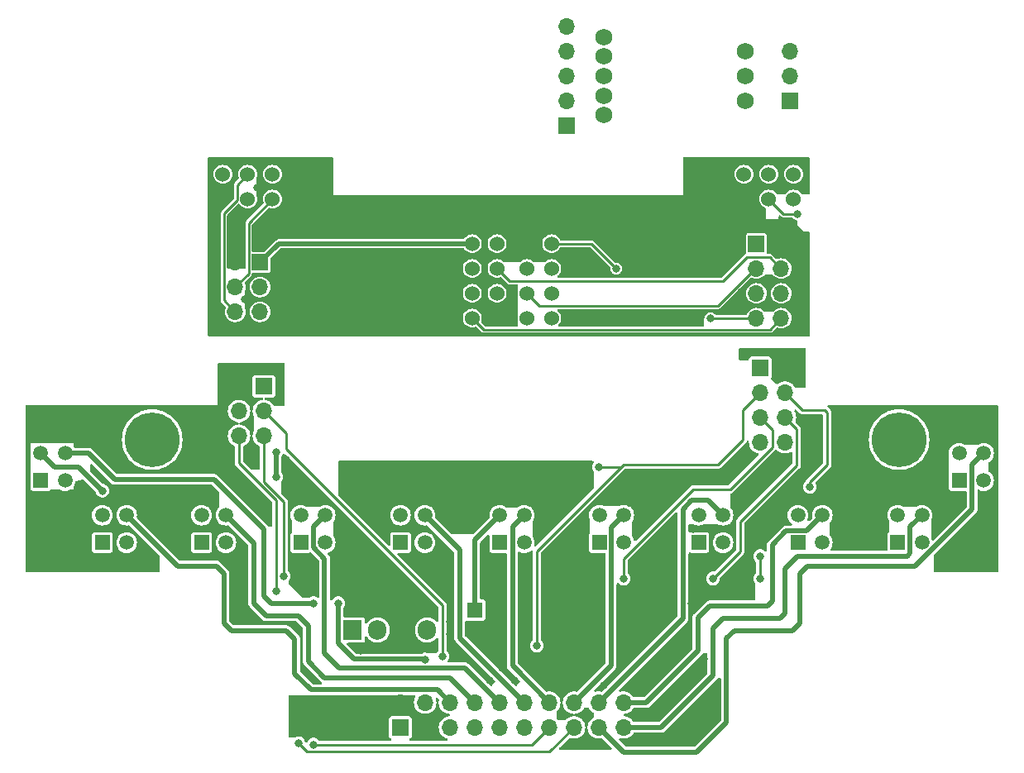
<source format=gbr>
%TF.GenerationSoftware,KiCad,Pcbnew,8.0.5*%
%TF.CreationDate,2024-10-04T10:03:27+09:00*%
%TF.ProjectId,_____,e9a4f3fa-7f2e-46b6-9963-61645f706362,rev?*%
%TF.SameCoordinates,Original*%
%TF.FileFunction,Copper,L2,Bot*%
%TF.FilePolarity,Positive*%
%FSLAX46Y46*%
G04 Gerber Fmt 4.6, Leading zero omitted, Abs format (unit mm)*
G04 Created by KiCad (PCBNEW 8.0.5) date 2024-10-04 10:03:27*
%MOMM*%
%LPD*%
G01*
G04 APERTURE LIST*
%TA.AperFunction,ComponentPad*%
%ADD10C,5.600000*%
%TD*%
%TA.AperFunction,ComponentPad*%
%ADD11R,1.700000X1.700000*%
%TD*%
%TA.AperFunction,ComponentPad*%
%ADD12O,1.700000X1.700000*%
%TD*%
%TA.AperFunction,ComponentPad*%
%ADD13C,1.524000*%
%TD*%
%TA.AperFunction,ComponentPad*%
%ADD14R,1.600000X1.600000*%
%TD*%
%TA.AperFunction,ComponentPad*%
%ADD15C,1.600000*%
%TD*%
%TA.AperFunction,ComponentPad*%
%ADD16R,1.905000X2.000000*%
%TD*%
%TA.AperFunction,ComponentPad*%
%ADD17O,1.905000X2.000000*%
%TD*%
%TA.AperFunction,ComponentPad*%
%ADD18R,1.500000X1.500000*%
%TD*%
%TA.AperFunction,ComponentPad*%
%ADD19C,1.500000*%
%TD*%
%TA.AperFunction,ComponentPad*%
%ADD20C,1.750000*%
%TD*%
%TA.AperFunction,ViaPad*%
%ADD21C,0.800000*%
%TD*%
%TA.AperFunction,Conductor*%
%ADD22C,0.500000*%
%TD*%
%TA.AperFunction,Conductor*%
%ADD23C,0.250000*%
%TD*%
G04 APERTURE END LIST*
D10*
%TO.P,REF\u002A\u002A,1*%
%TO.N,N/C*%
X128614886Y-79626000D03*
%TD*%
%TO.P,REF\u002A\u002A,1*%
%TO.N,N/C*%
X52160886Y-79626000D03*
%TD*%
D11*
%TO.P,J3,1,Pin_1*%
%TO.N,+3.3V*%
X114390886Y-72260000D03*
D12*
%TO.P,J3,2,Pin_2*%
%TO.N,/SCL*%
X114390886Y-74800000D03*
%TO.P,J3,3,Pin_3*%
%TO.N,/SDA*%
X114390886Y-77340000D03*
%TO.P,J3,4,Pin_4*%
%TO.N,Net-(J3-Pin_4)*%
X114390886Y-79880000D03*
%TO.P,J3,5,Pin_5*%
%TO.N,Net-(J3-Pin_5)*%
X116930886Y-79880000D03*
%TO.P,J3,6,Pin_6*%
%TO.N,/SDA1*%
X116930886Y-77340000D03*
%TO.P,J3,7,Pin_7*%
%TO.N,/SCL1*%
X116930886Y-74800000D03*
%TO.P,J3,8,Pin_8*%
%TO.N,GND*%
X116930886Y-72260000D03*
%TD*%
D13*
%TO.P,ToF2,1,GPIO1*%
%TO.N,unconnected-(ToF2-GPIO1-Pad1)*%
X64479886Y-52448000D03*
%TO.P,ToF2,2,SCL*%
%TO.N,/SCL_*%
X64479886Y-54988000D03*
%TO.P,ToF2,3,GPIO0*%
%TO.N,/XSHUT2_*%
X61939886Y-52448000D03*
%TO.P,ToF2,4,SDA*%
%TO.N,/SDA_*%
X61939886Y-54988000D03*
%TO.P,ToF2,5,VDD*%
%TO.N,+3.3VA*%
X59399886Y-52448000D03*
%TO.P,ToF2,6,GND*%
%TO.N,GND*%
X59399886Y-54988000D03*
%TD*%
D14*
%TO.P,C1,1*%
%TO.N,+3.3V*%
X85180886Y-97057000D03*
D15*
%TO.P,C1,2*%
%TO.N,GND*%
X85180886Y-99057000D03*
%TD*%
D11*
%TO.P,J2,1,Pin_1*%
%TO.N,+3.3V*%
X63590886Y-74165000D03*
D12*
%TO.P,J2,2,Pin_2*%
%TO.N,GND*%
X61050886Y-74165000D03*
%TO.P,J2,3,Pin_3*%
%TO.N,/SDA*%
X63590886Y-76705000D03*
%TO.P,J2,4,Pin_4*%
%TO.N,/SCL*%
X61050886Y-76705000D03*
%TO.P,J2,5,Pin_5*%
%TO.N,/XSHUT1*%
X63590886Y-79245000D03*
%TO.P,J2,6,Pin_6*%
%TO.N,/XSHUT2*%
X61050886Y-79245000D03*
%TD*%
D13*
%TO.P,ToF1,6,GND*%
%TO.N,GND*%
X112739886Y-54988000D03*
%TO.P,ToF1,5,VDD*%
%TO.N,+3.3VA*%
X112739886Y-52448000D03*
%TO.P,ToF1,4,SDA*%
%TO.N,/SDA_*%
X115279886Y-54988000D03*
%TO.P,ToF1,3,GPIO0*%
%TO.N,/XSHUT1_*%
X115279886Y-52448000D03*
%TO.P,ToF1,2,SCL*%
%TO.N,/SCL_*%
X117819886Y-54988000D03*
%TO.P,ToF1,1,GPIO1*%
%TO.N,unconnected-(ToF1-GPIO1-Pad1)*%
X117819886Y-52448000D03*
%TD*%
D11*
%TO.P,J1,1,Pin_1*%
%TO.N,Net-(J1-Pin_1)*%
X77560886Y-109090000D03*
D12*
%TO.P,J1,2,Pin_2*%
%TO.N,GND*%
X80100886Y-109090000D03*
%TO.P,J1,3,Pin_3*%
%TO.N,/SDA*%
X82640886Y-109090000D03*
%TO.P,J1,4,Pin_4*%
%TO.N,/SCL*%
X85180886Y-109090000D03*
%TO.P,J1,5,Pin_5*%
%TO.N,/SDA1*%
X87720886Y-109090000D03*
%TO.P,J1,6,Pin_6*%
%TO.N,/SCL1*%
X90260886Y-109090000D03*
%TO.P,J1,7,Pin_7*%
%TO.N,/XSHUT1*%
X92800886Y-109090000D03*
%TO.P,J1,8,Pin_8*%
%TO.N,/XSHUT2*%
X95340886Y-109090000D03*
%TO.P,J1,9,Pin_9*%
%TO.N,/Line1*%
X97880886Y-109090000D03*
%TO.P,J1,10,Pin_10*%
%TO.N,/Line2*%
X100420886Y-109090000D03*
%TO.P,J1,11,Pin_11*%
%TO.N,GND*%
X77560886Y-106550000D03*
%TO.P,J1,12,Pin_12*%
%TO.N,/Line11*%
X80100886Y-106550000D03*
%TO.P,J1,13,Pin_13*%
%TO.N,/Line10*%
X82640886Y-106550000D03*
%TO.P,J1,14,Pin_14*%
%TO.N,/Line9*%
X85180886Y-106550000D03*
%TO.P,J1,15,Pin_15*%
%TO.N,/Line8*%
X87720886Y-106550000D03*
%TO.P,J1,16,Pin_16*%
%TO.N,/Line7*%
X90260886Y-106550000D03*
%TO.P,J1,17,Pin_17*%
%TO.N,/Line6*%
X92800886Y-106550000D03*
%TO.P,J1,18,Pin_18*%
%TO.N,/Line5*%
X95340886Y-106550000D03*
%TO.P,J1,19,Pin_19*%
%TO.N,/Line4*%
X97880886Y-106550000D03*
%TO.P,J1,20,Pin_20*%
%TO.N,/Line3*%
X100420886Y-106550000D03*
%TD*%
D11*
%TO.P,J4,1,Pin_1*%
%TO.N,+3.3VA*%
X114009886Y-59560000D03*
D12*
%TO.P,J4,2,Pin_2*%
%TO.N,/SCL_*%
X114009886Y-62100000D03*
%TO.P,J4,3,Pin_3*%
%TO.N,/SDA_*%
X114009886Y-64640000D03*
%TO.P,J4,4,Pin_4*%
%TO.N,/c1*%
X114009886Y-67180000D03*
%TO.P,J4,5,Pin_5*%
%TO.N,/c2*%
X116549886Y-67180000D03*
%TO.P,J4,6,Pin_6*%
%TO.N,/SDA1_*%
X116549886Y-64640000D03*
%TO.P,J4,7,Pin_7*%
%TO.N,/SCL1_*%
X116549886Y-62100000D03*
%TO.P,J4,8,Pin_8*%
%TO.N,GND*%
X116549886Y-59560000D03*
%TD*%
D11*
%TO.P,J5,1,Pin_1*%
%TO.N,+3.3VA*%
X63209886Y-61465000D03*
D12*
%TO.P,J5,2,Pin_2*%
%TO.N,GND*%
X60669886Y-61465000D03*
%TO.P,J5,3,Pin_3*%
%TO.N,/SDA_*%
X63209886Y-64005000D03*
%TO.P,J5,4,Pin_4*%
%TO.N,/SCL_*%
X60669886Y-64005000D03*
%TO.P,J5,5,Pin_5*%
%TO.N,/XSHUT1_*%
X63209886Y-66545000D03*
%TO.P,J5,6,Pin_6*%
%TO.N,/XSHUT2_*%
X60669886Y-66545000D03*
%TD*%
D16*
%TO.P,LDO1,1,VIN*%
%TO.N,+5V*%
X72681886Y-99110000D03*
D17*
%TO.P,LDO1,2,VOUT*%
%TO.N,+3.3V*%
X75221886Y-99110000D03*
%TO.P,LDO1,3,GND*%
%TO.N,GND*%
X77761886Y-99110000D03*
%TO.P,LDO1,4,Vc*%
%TO.N,unconnected-(LDO1-Vc-Pad4)*%
X80301886Y-99110000D03*
%TD*%
D18*
%TO.P,A9,1*%
%TO.N,+5V*%
X57220886Y-90170000D03*
D19*
%TO.P,A9,2*%
%TO.N,Net-(A9-Pad2)*%
X59720886Y-90170000D03*
%TO.P,A9,3*%
%TO.N,/Line9*%
X59720886Y-87370000D03*
%TO.P,A9,4*%
%TO.N,+3.3V*%
X57220886Y-87370000D03*
%TD*%
D13*
%TO.P,color2,1,GND*%
%TO.N,GND*%
X87466886Y-67180000D03*
%TO.P,color2,2,SDA*%
%TO.N,/SDA1_*%
X87466886Y-64640000D03*
%TO.P,color2,3,SCL*%
%TO.N,/SCL1_*%
X87466886Y-62100000D03*
%TO.P,color2,4,VDD*%
%TO.N,+3.3VA*%
X87466886Y-59560000D03*
%TO.P,color2,5,LED-C*%
%TO.N,/c2*%
X84926886Y-67180000D03*
%TO.P,color2,6,NC*%
%TO.N,unconnected-(color2-NC-Pad6)*%
X84926886Y-64640000D03*
%TO.P,color2,7,INT*%
%TO.N,unconnected-(color2-INT-Pad7)*%
X84926886Y-62100000D03*
%TO.P,color2,8,LED-A*%
%TO.N,+3.3VA*%
X84926886Y-59560000D03*
%TD*%
D18*
%TO.P,A6,1*%
%TO.N,+5V*%
X87740886Y-90170000D03*
D19*
%TO.P,A6,2*%
%TO.N,Net-(A6-Pad2)*%
X90240886Y-90170000D03*
%TO.P,A6,3*%
%TO.N,/Line6*%
X90240886Y-87370000D03*
%TO.P,A6,4*%
%TO.N,+3.3V*%
X87740886Y-87370000D03*
%TD*%
D18*
%TO.P,A10,1*%
%TO.N,+5V*%
X47060886Y-90170000D03*
D19*
%TO.P,A10,2*%
%TO.N,Net-(A10-Pad2)*%
X49560886Y-90170000D03*
%TO.P,A10,3*%
%TO.N,/Line10*%
X49560886Y-87370000D03*
%TO.P,A10,4*%
%TO.N,+3.3V*%
X47060886Y-87370000D03*
%TD*%
D18*
%TO.P,A5,1*%
%TO.N,+5V*%
X97940886Y-90170000D03*
D19*
%TO.P,A5,2*%
%TO.N,Net-(A5-Pad2)*%
X100440886Y-90170000D03*
%TO.P,A5,3*%
%TO.N,/Line5*%
X100440886Y-87370000D03*
%TO.P,A5,4*%
%TO.N,+3.3V*%
X97940886Y-87370000D03*
%TD*%
D18*
%TO.P,A8,1*%
%TO.N,+5V*%
X67380886Y-90170000D03*
D19*
%TO.P,A8,2*%
%TO.N,Net-(A8-Pad2)*%
X69880886Y-90170000D03*
%TO.P,A8,3*%
%TO.N,/Line8*%
X69880886Y-87370000D03*
%TO.P,A8,4*%
%TO.N,+3.3V*%
X67380886Y-87370000D03*
%TD*%
D18*
%TO.P,A1,1*%
%TO.N,+5V*%
X134770886Y-83820000D03*
D19*
%TO.P,A1,2*%
%TO.N,Net-(A1-Pad2)*%
X137270886Y-83820000D03*
%TO.P,A1,3*%
%TO.N,/Line1*%
X137270886Y-81020000D03*
%TO.P,A1,4*%
%TO.N,+3.3V*%
X134770886Y-81020000D03*
%TD*%
D18*
%TO.P,A7,1*%
%TO.N,+5V*%
X77580886Y-90170000D03*
D19*
%TO.P,A7,2*%
%TO.N,Net-(A7-Pad2)*%
X80080886Y-90170000D03*
%TO.P,A7,3*%
%TO.N,/Line7*%
X80080886Y-87370000D03*
%TO.P,A7,4*%
%TO.N,+3.3V*%
X77580886Y-87370000D03*
%TD*%
D13*
%TO.P,color1,1,GND*%
%TO.N,GND*%
X90514886Y-59560000D03*
%TO.P,color1,2,SDA*%
%TO.N,/SDA_*%
X90514886Y-62100000D03*
%TO.P,color1,3,SCL*%
%TO.N,/SCL_*%
X90514886Y-64640000D03*
%TO.P,color1,4,VDD*%
%TO.N,+3.3VA*%
X90514886Y-67180000D03*
%TO.P,color1,5,LED-C*%
%TO.N,/c1*%
X93054886Y-59560000D03*
%TO.P,color1,6,NC*%
%TO.N,unconnected-(color1-NC-Pad6)*%
X93054886Y-62100000D03*
%TO.P,color1,7,INT*%
%TO.N,unconnected-(color1-INT-Pad7)*%
X93054886Y-64640000D03*
%TO.P,color1,8,LED-A*%
%TO.N,+3.3VA*%
X93054886Y-67180000D03*
%TD*%
D18*
%TO.P,A11,1*%
%TO.N,+5V*%
X40750886Y-83820000D03*
D19*
%TO.P,A11,2*%
%TO.N,Net-(A11-Pad2)*%
X43250886Y-83820000D03*
%TO.P,A11,3*%
%TO.N,/Line11*%
X43250886Y-81020000D03*
%TO.P,A11,4*%
%TO.N,+3.3V*%
X40750886Y-81020000D03*
%TD*%
D18*
%TO.P,A2,1*%
%TO.N,+5V*%
X128460886Y-90170000D03*
D19*
%TO.P,A2,2*%
%TO.N,Net-(A2-Pad2)*%
X130960886Y-90170000D03*
%TO.P,A2,3*%
%TO.N,/Line2*%
X130960886Y-87370000D03*
%TO.P,A2,4*%
%TO.N,+3.3V*%
X128460886Y-87370000D03*
%TD*%
D18*
%TO.P,A3,1*%
%TO.N,+5V*%
X118260886Y-90170000D03*
D19*
%TO.P,A3,2*%
%TO.N,Net-(A3-Pad2)*%
X120760886Y-90170000D03*
%TO.P,A3,3*%
%TO.N,/Line3*%
X120760886Y-87370000D03*
%TO.P,A3,4*%
%TO.N,+3.3V*%
X118260886Y-87370000D03*
%TD*%
D18*
%TO.P,A4,1*%
%TO.N,+5V*%
X108100886Y-90170000D03*
D19*
%TO.P,A4,2*%
%TO.N,Net-(A4-Pad2)*%
X110600886Y-90170000D03*
%TO.P,A4,3*%
%TO.N,/Line4*%
X110600886Y-87370000D03*
%TO.P,A4,4*%
%TO.N,+3.3V*%
X108100886Y-87370000D03*
%TD*%
D20*
%TO.P,ENC1,1,RED*%
%TO.N,N/C*%
X98388886Y-46390600D03*
%TO.P,ENC1,2,GREEN*%
X98388886Y-44390600D03*
%TO.P,ENC1,3,SW*%
X98388886Y-42390600D03*
%TO.P,ENC1,4,BLUE*%
X98388886Y-40390600D03*
%TO.P,ENC1,5,Anode*%
X98388886Y-38390600D03*
%TO.P,ENC1,6,A*%
X112888886Y-44890600D03*
%TO.P,ENC1,7,B*%
X112888886Y-42390600D03*
%TO.P,ENC1,8,C*%
X112888886Y-39890600D03*
%TD*%
D11*
%TO.P,J1,1,Pin_1*%
%TO.N,N/C*%
X94578886Y-47469600D03*
D12*
%TO.P,J1,2,Pin_2*%
X94578886Y-44929600D03*
%TO.P,J1,3,Pin_3*%
X94578886Y-42389600D03*
%TO.P,J1,4,Pin_4*%
X94578886Y-39849600D03*
%TO.P,J1,5,Pin_5*%
X94578886Y-37309600D03*
%TD*%
D11*
%TO.P,J2,1,Pin_1*%
%TO.N,N/C*%
X117438886Y-44929600D03*
D12*
%TO.P,J2,2,Pin_2*%
X117438886Y-42389600D03*
%TO.P,J2,3,Pin_3*%
X117438886Y-39849600D03*
%TD*%
D21*
%TO.N,+3.3V*%
X47060886Y-84853000D03*
X64860886Y-83436000D03*
X64860886Y-80896000D03*
%TO.N,GND*%
X104865886Y-106550000D03*
X51652886Y-85722000D03*
X55970886Y-77340000D03*
X108675886Y-102105000D03*
X138266886Y-85214000D03*
X48350886Y-77340000D03*
X43270886Y-91945000D03*
X48350886Y-79880000D03*
X88990886Y-85976000D03*
X87212886Y-100708000D03*
X94324886Y-99692000D03*
X66892886Y-93850000D03*
X45048886Y-84452000D03*
X87212886Y-97406000D03*
X114898886Y-82420000D03*
X73369886Y-106296000D03*
X61050886Y-96898000D03*
X107532886Y-88770000D03*
X92800886Y-91564000D03*
X105754886Y-84706000D03*
X102071886Y-88643000D03*
X94070886Y-107820000D03*
X92546886Y-95628000D03*
X40730886Y-79245000D03*
X97372886Y-99692000D03*
X81370886Y-107820000D03*
X91784886Y-89278000D03*
X82640886Y-99565000D03*
X43270886Y-90040000D03*
X44540886Y-76705000D03*
X58510886Y-77340000D03*
X90260886Y-94104000D03*
X111850886Y-95120000D03*
X48350886Y-84960000D03*
X114898886Y-86992000D03*
X44540886Y-79880000D03*
X51906886Y-91564000D03*
X112104886Y-85976000D03*
X96610886Y-110868000D03*
X100928886Y-101724000D03*
X45302886Y-86484000D03*
X97626886Y-102232000D03*
X94070886Y-94104000D03*
X117184886Y-84960000D03*
X138266886Y-76578000D03*
X40730886Y-77340000D03*
X96610886Y-107820000D03*
X43270886Y-88135000D03*
X118200886Y-73530000D03*
X125566886Y-85976000D03*
X82640886Y-93850000D03*
X65241886Y-74165000D03*
X78830886Y-95755000D03*
X85942886Y-83436000D03*
X73115886Y-94485000D03*
X71718886Y-91564000D03*
X61050886Y-91310000D03*
X94324886Y-96898000D03*
X83910886Y-101978000D03*
X98388886Y-104772000D03*
X135472886Y-76578000D03*
X82640886Y-95755000D03*
X97372886Y-96898000D03*
X102960886Y-94104000D03*
X138012886Y-90294000D03*
X78830886Y-84706000D03*
X59272886Y-82293000D03*
X101944886Y-110360000D03*
X138012886Y-92580000D03*
X79084886Y-91564000D03*
X100166886Y-96898000D03*
X75401886Y-84833000D03*
X103214886Y-97152000D03*
X62828886Y-98168000D03*
X54954886Y-85976000D03*
X113120886Y-93850000D03*
X40730886Y-91945000D03*
X94324886Y-102232000D03*
X91276886Y-102232000D03*
X58510886Y-88770000D03*
X123026886Y-85976000D03*
X103214886Y-99438000D03*
X97372886Y-94612000D03*
X80735886Y-93850000D03*
X122518886Y-81658000D03*
X61050886Y-94104000D03*
X112866886Y-70990000D03*
X111342886Y-88770000D03*
X62574886Y-85468000D03*
X138266886Y-79372000D03*
X105500886Y-91564000D03*
X68670886Y-85468000D03*
X40730886Y-88135000D03*
X86704886Y-104264000D03*
X50128886Y-91564000D03*
X74766886Y-91564000D03*
X106770886Y-109090000D03*
X72988886Y-84833000D03*
X62320886Y-81658000D03*
X92800886Y-104010000D03*
X90260886Y-100708000D03*
X75274886Y-107820000D03*
X63844886Y-87246000D03*
X86196886Y-90294000D03*
X119724886Y-81658000D03*
X82132886Y-87246000D03*
X118708886Y-77594000D03*
X77560886Y-94485000D03*
X105500886Y-88008000D03*
X111850886Y-82166000D03*
X45175886Y-90040000D03*
X116930886Y-81658000D03*
X95594886Y-91564000D03*
X59399886Y-72514000D03*
X132805886Y-79245000D03*
X100928886Y-99692000D03*
X52160886Y-88516000D03*
X82640886Y-98295000D03*
X96229886Y-84706000D03*
X102325886Y-107820000D03*
X103595886Y-103375000D03*
X78957886Y-107820000D03*
X68416886Y-94866000D03*
X75909886Y-96644000D03*
X95594886Y-89278000D03*
X123026886Y-88770000D03*
X88228886Y-83436000D03*
X87212886Y-94104000D03*
X82132886Y-91564000D03*
X68797886Y-107693000D03*
X45175886Y-91945000D03*
X115914886Y-88262000D03*
X71083886Y-107820000D03*
X66130886Y-84706000D03*
X62193886Y-72514000D03*
X138266886Y-82420000D03*
X132678886Y-76578000D03*
X132678886Y-81658000D03*
X126328886Y-90040000D03*
X104230886Y-110360000D03*
X58510886Y-85722000D03*
X73242886Y-96644000D03*
X132932886Y-91564000D03*
X113882886Y-84706000D03*
X54954886Y-88770000D03*
X87974886Y-102994000D03*
X122645886Y-76705000D03*
X101944886Y-85722000D03*
X92927886Y-85595000D03*
X124550886Y-81785000D03*
X86958886Y-84960000D03*
X107405886Y-96390000D03*
X107405886Y-104010000D03*
X89244886Y-104264000D03*
X105246886Y-95120000D03*
X115914886Y-70990000D03*
X75401886Y-88516000D03*
X65876886Y-81658000D03*
X124550886Y-76705000D03*
X101690886Y-104645000D03*
X40730886Y-90040000D03*
X113120886Y-91310000D03*
X40730886Y-86230000D03*
X71210886Y-109979000D03*
X124550886Y-79245000D03*
X109310886Y-95120000D03*
X55970886Y-79880000D03*
X75274886Y-109979000D03*
X109310886Y-106550000D03*
X73496886Y-101216000D03*
X109564886Y-91564000D03*
X134964886Y-92580000D03*
X135980886Y-90294000D03*
X118200886Y-70990000D03*
X106770886Y-99565000D03*
X54954886Y-91310000D03*
X48350886Y-88770000D03*
X109310886Y-88770000D03*
X90260886Y-97660000D03*
X78830886Y-88770000D03*
X85688886Y-87500000D03*
X136996886Y-88008000D03*
X68797886Y-104264000D03*
X75020886Y-94485000D03*
X105246886Y-97152000D03*
X47080886Y-91945000D03*
X102960886Y-91564000D03*
X105500886Y-101470000D03*
X58510886Y-79880000D03*
X71210886Y-94485000D03*
X83402886Y-84706000D03*
%TO.N,/SCL*%
X91530886Y-100708000D03*
X97880886Y-82420000D03*
%TO.N,/SDA*%
X100420886Y-93850000D03*
X81878886Y-101812000D03*
%TO.N,/SCL1*%
X114390886Y-93850000D03*
X114390886Y-91564000D03*
X119470886Y-84452000D03*
%TO.N,/SDA1*%
X109564886Y-93850000D03*
%TO.N,/XSHUT1*%
X68670886Y-110868000D03*
X65622886Y-93596000D03*
%TO.N,/XSHUT2*%
X67146886Y-110741000D03*
X64860886Y-95120000D03*
%TO.N,/Line11*%
X80100886Y-102144000D03*
X68670886Y-96390000D03*
X71210886Y-96390000D03*
%TO.N,GND*%
X83275886Y-57147000D03*
X62955886Y-53845000D03*
X101690886Y-67180000D03*
X95340886Y-62100000D03*
X68035886Y-56385000D03*
X103468886Y-57020000D03*
X100293886Y-57020000D03*
X73115886Y-60703000D03*
X58510886Y-57020000D03*
X61685886Y-65275000D03*
X111215886Y-65910000D03*
X109310886Y-62100000D03*
X94705886Y-67180000D03*
X105500886Y-62100000D03*
X97880886Y-62100000D03*
X107532886Y-53845000D03*
X88863886Y-57020000D03*
X78322886Y-57147000D03*
X60415886Y-51305000D03*
X85815886Y-65910000D03*
X112485886Y-64513000D03*
X68035886Y-68323000D03*
X91403886Y-57020000D03*
X106643886Y-57020000D03*
X118835886Y-68323000D03*
X116422886Y-53718000D03*
X58510886Y-67815000D03*
X112358886Y-57020000D03*
X68035886Y-64513000D03*
X79465886Y-68450000D03*
X118835886Y-66291000D03*
X79465886Y-64513000D03*
X58510886Y-62100000D03*
X68035886Y-51305000D03*
X79465886Y-60703000D03*
X118835886Y-64005000D03*
X96483886Y-57020000D03*
X73115886Y-68450000D03*
X97880886Y-67180000D03*
X109818886Y-57020000D03*
X85815886Y-63370000D03*
X73115886Y-64513000D03*
X101690886Y-62100000D03*
%TO.N,/SDA_*%
X118200886Y-56512000D03*
%TO.N,/c1*%
X109310886Y-67180000D03*
X99658886Y-62100000D03*
%TD*%
D22*
%TO.N,/Line1*%
X137270886Y-81020000D02*
X136070886Y-82220000D01*
X136070886Y-82220000D02*
X136070886Y-86775000D01*
X111737610Y-99184000D02*
X110961886Y-99959724D01*
X110961886Y-108582000D02*
X107913886Y-111630000D01*
X110961886Y-99959724D02*
X110961886Y-108582000D01*
X117692886Y-99184000D02*
X111737610Y-99184000D01*
X107913886Y-111630000D02*
X100420886Y-111630000D01*
X118454886Y-93342000D02*
X118454886Y-98422000D01*
X136070886Y-86775000D02*
X130265886Y-92580000D01*
X130265886Y-92580000D02*
X119216886Y-92580000D01*
X119216886Y-92580000D02*
X118454886Y-93342000D01*
X100420886Y-111630000D02*
X97880886Y-109090000D01*
X118454886Y-98422000D02*
X117692886Y-99184000D01*
%TO.N,+3.3V*%
X85180886Y-89930000D02*
X87740886Y-87370000D01*
X44627886Y-82420000D02*
X42150886Y-82420000D01*
X42150886Y-82420000D02*
X40750886Y-81020000D01*
X64860886Y-83436000D02*
X64860886Y-80896000D01*
X85180886Y-97057000D02*
X85180886Y-89930000D01*
X47060886Y-84853000D02*
X44627886Y-82420000D01*
%TO.N,/Line2*%
X109564886Y-103756000D02*
X104230886Y-109090000D01*
X129757886Y-91273000D02*
X129466886Y-91564000D01*
X104230886Y-109090000D02*
X100420886Y-109090000D01*
X129466886Y-91564000D02*
X118200886Y-91564000D01*
X110580886Y-97914000D02*
X109564886Y-98930000D01*
X116930886Y-97406000D02*
X116422886Y-97914000D01*
X109564886Y-98930000D02*
X109564886Y-103756000D01*
X130960886Y-87370000D02*
X129757886Y-88573000D01*
X116422886Y-97914000D02*
X110580886Y-97914000D01*
X116930886Y-92834000D02*
X116930886Y-97406000D01*
X129757886Y-88573000D02*
X129757886Y-91273000D01*
X118200886Y-91564000D02*
X116930886Y-92834000D01*
%TO.N,/Line3*%
X119160886Y-88970000D02*
X117060886Y-88970000D01*
X115152886Y-96644000D02*
X109221886Y-96644000D01*
X108040886Y-97825000D02*
X108040886Y-101216000D01*
X115660886Y-90370000D02*
X115660886Y-96136000D01*
X108040886Y-101216000D02*
X102706886Y-106550000D01*
X109221886Y-96644000D02*
X108040886Y-97825000D01*
X115660886Y-96136000D02*
X115152886Y-96644000D01*
X102706886Y-106550000D02*
X100420886Y-106550000D01*
X117060886Y-88970000D02*
X115660886Y-90370000D01*
X120760886Y-87370000D02*
X119160886Y-88970000D01*
%TO.N,/Line4*%
X106516886Y-97914000D02*
X97880886Y-106550000D01*
X109079886Y-85849000D02*
X107405886Y-85849000D01*
X107405886Y-85849000D02*
X106516886Y-86738000D01*
X110600886Y-87370000D02*
X109079886Y-85849000D01*
X106516886Y-86738000D02*
X106516886Y-97914000D01*
%TO.N,/Line5*%
X99150886Y-88660000D02*
X99150886Y-102740000D01*
X99150886Y-102740000D02*
X95340886Y-106550000D01*
X100440886Y-87370000D02*
X99150886Y-88660000D01*
D23*
%TO.N,/SCL*%
X112612886Y-76578000D02*
X112612886Y-79626000D01*
X91530886Y-100708000D02*
X91530886Y-91056000D01*
X97880886Y-82420000D02*
X100166886Y-82420000D01*
X112612886Y-79626000D02*
X110072886Y-82166000D01*
X110072886Y-82166000D02*
X100420886Y-82166000D01*
X100166886Y-82420000D02*
X100420886Y-82166000D01*
X114390886Y-74800000D02*
X112612886Y-76578000D01*
X91530886Y-91056000D02*
X100420886Y-82166000D01*
%TO.N,/SDA*%
X115660886Y-78610000D02*
X114390886Y-77340000D01*
X81878886Y-96618000D02*
X81878886Y-101812000D01*
X65840993Y-80580107D02*
X81878886Y-96618000D01*
X100420886Y-93850000D02*
X100420886Y-91818000D01*
X63590886Y-76705000D02*
X65840993Y-78955107D01*
X111342886Y-84706000D02*
X115660886Y-80388000D01*
X65840993Y-78955107D02*
X65840993Y-80580107D01*
X100420886Y-91818000D02*
X107532886Y-84706000D01*
X115660886Y-80388000D02*
X115660886Y-78610000D01*
X107532886Y-84706000D02*
X111342886Y-84706000D01*
%TO.N,/SCL1*%
X120994886Y-76578000D02*
X118708886Y-76578000D01*
X114390886Y-93850000D02*
X114390886Y-91564000D01*
X119470886Y-83944000D02*
X121248886Y-82166000D01*
X121248886Y-76832000D02*
X120994886Y-76578000D01*
X118708886Y-76578000D02*
X116930886Y-74800000D01*
X119470886Y-84452000D02*
X119470886Y-83944000D01*
X121248886Y-82166000D02*
X121248886Y-76832000D01*
%TO.N,/SDA1*%
X112358886Y-88008000D02*
X112358886Y-91056000D01*
X112358886Y-91056000D02*
X109564886Y-93850000D01*
X116930886Y-77340000D02*
X118105886Y-78515000D01*
X118105886Y-78515000D02*
X118105886Y-82261000D01*
X118105886Y-82261000D02*
X112358886Y-88008000D01*
%TO.N,/XSHUT1*%
X63590886Y-79245000D02*
X63590886Y-83944000D01*
X63590886Y-83944000D02*
X65622886Y-85976000D01*
X91022886Y-110868000D02*
X92800886Y-109090000D01*
X65622886Y-85976000D02*
X65622886Y-93596000D01*
X68670886Y-110868000D02*
X91022886Y-110868000D01*
%TO.N,/XSHUT2*%
X61050886Y-82040396D02*
X61050886Y-79245000D01*
X64860886Y-85850396D02*
X61050886Y-82040396D01*
X92837886Y-111593000D02*
X95340886Y-109090000D01*
X64860886Y-95120000D02*
X64860886Y-85850396D01*
X67998886Y-111593000D02*
X92837886Y-111593000D01*
X67146886Y-110741000D02*
X67998886Y-111593000D01*
D22*
%TO.N,/Line6*%
X89040886Y-102790000D02*
X92800886Y-106550000D01*
X89040886Y-88570000D02*
X89040886Y-102790000D01*
X90240886Y-87370000D02*
X89040886Y-88570000D01*
%TO.N,/Line7*%
X83656886Y-99946000D02*
X90260886Y-106550000D01*
X83656886Y-90946000D02*
X83656886Y-99946000D01*
X80080886Y-87370000D02*
X83656886Y-90946000D01*
%TO.N,/Line8*%
X69813886Y-91800057D02*
X68680886Y-90667057D01*
X68680886Y-90667057D02*
X68680886Y-88570000D01*
X69813886Y-101470000D02*
X69813886Y-91800057D01*
X71337886Y-102994000D02*
X69813886Y-101470000D01*
X87720886Y-106550000D02*
X84164886Y-102994000D01*
X84164886Y-102994000D02*
X71337886Y-102994000D01*
X68680886Y-88570000D02*
X69880886Y-87370000D01*
%TO.N,/Line9*%
X68162886Y-98676000D02*
X68162886Y-102359000D01*
X63844886Y-97660000D02*
X67146886Y-97660000D01*
X62574886Y-90224000D02*
X62574886Y-96390000D01*
X59720886Y-87370000D02*
X62574886Y-90224000D01*
X82640886Y-104010000D02*
X85180886Y-106550000D01*
X67146886Y-97660000D02*
X68162886Y-98676000D01*
X69813886Y-104010000D02*
X82640886Y-104010000D01*
X62574886Y-96390000D02*
X63844886Y-97660000D01*
X68162886Y-102359000D02*
X69813886Y-104010000D01*
%TO.N,/Line10*%
X65876886Y-99184000D02*
X66765886Y-100073000D01*
X49560886Y-87370000D02*
X54770886Y-92580000D01*
X58764886Y-92580000D02*
X59526886Y-93342000D01*
X59526886Y-98422000D02*
X60288886Y-99184000D01*
X59526886Y-93342000D02*
X59526886Y-98422000D01*
X54770886Y-92580000D02*
X58764886Y-92580000D01*
X81340886Y-105250000D02*
X82640886Y-106550000D01*
X66765886Y-103629000D02*
X68386886Y-105250000D01*
X66765886Y-100073000D02*
X66765886Y-103629000D01*
X60288886Y-99184000D02*
X65876886Y-99184000D01*
X68386886Y-105250000D02*
X81340886Y-105250000D01*
%TO.N,/Line11*%
X58510886Y-83690000D02*
X48350886Y-83690000D01*
X80061886Y-102105000D02*
X72824386Y-102105000D01*
X63590886Y-88770000D02*
X58510886Y-83690000D01*
X71210886Y-100491500D02*
X71210886Y-96390000D01*
X63590886Y-95628000D02*
X63590886Y-88770000D01*
X64352886Y-96390000D02*
X63590886Y-95628000D01*
X80100886Y-102144000D02*
X80061886Y-102105000D01*
X48350886Y-83690000D02*
X45680886Y-81020000D01*
X68670886Y-96390000D02*
X64352886Y-96390000D01*
X45680886Y-81020000D02*
X43250886Y-81020000D01*
X72824386Y-102105000D02*
X71210886Y-100491500D01*
%TO.N,+3.3VA*%
X84926886Y-59560000D02*
X65114886Y-59560000D01*
X65114886Y-59560000D02*
X63209886Y-61465000D01*
D23*
%TO.N,/SDA_*%
X116803886Y-56512000D02*
X115279886Y-54988000D01*
X118200886Y-56512000D02*
X116803886Y-56512000D01*
%TO.N,/SCL_*%
X114009886Y-62100000D02*
X113873581Y-62100000D01*
X113873581Y-62100000D02*
X110063581Y-65910000D01*
X91784886Y-65910000D02*
X90514886Y-64640000D01*
X62034886Y-62640000D02*
X62034886Y-57433000D01*
X60669886Y-64005000D02*
X62034886Y-62640000D01*
X110063581Y-65910000D02*
X91784886Y-65910000D01*
X62034886Y-57433000D02*
X64479886Y-54988000D01*
%TO.N,/SCL1_*%
X88736886Y-63370000D02*
X110580886Y-63370000D01*
X110580886Y-63370000D02*
X113025886Y-60925000D01*
X87466886Y-62100000D02*
X88736886Y-63370000D01*
X115374886Y-60925000D02*
X116549886Y-62100000D01*
X113025886Y-60925000D02*
X115374886Y-60925000D01*
%TO.N,/XSHUT2_*%
X60852886Y-53535000D02*
X61939886Y-52448000D01*
X59494886Y-65370000D02*
X59494886Y-56473000D01*
X60852886Y-55115000D02*
X60852886Y-53535000D01*
X60669886Y-66545000D02*
X59494886Y-65370000D01*
X59494886Y-56473000D02*
X60852886Y-55115000D01*
%TO.N,/c1*%
X99658886Y-62100000D02*
X97118886Y-59560000D01*
X97118886Y-59560000D02*
X93054886Y-59560000D01*
X114009886Y-67180000D02*
X109310886Y-67180000D01*
%TO.N,/c2*%
X115374886Y-68355000D02*
X86101886Y-68355000D01*
X116549886Y-67180000D02*
X115374886Y-68355000D01*
X86101886Y-68355000D02*
X84926886Y-67180000D01*
%TD*%
%TA.AperFunction,Conductor*%
%TO.N,GND*%
G36*
X96838860Y-107077685D02*
G01*
X96882821Y-107126727D01*
X96898521Y-107158257D01*
X97027013Y-107328406D01*
X97027014Y-107328407D01*
X97184584Y-107472052D01*
X97184586Y-107472053D01*
X97184587Y-107472054D01*
X97314163Y-107552284D01*
X97360799Y-107604312D01*
X97372886Y-107657711D01*
X97372886Y-107982288D01*
X97353201Y-108049327D01*
X97314164Y-108087715D01*
X97184585Y-108167947D01*
X97027013Y-108311593D01*
X96898518Y-108481746D01*
X96803482Y-108672605D01*
X96803482Y-108672607D01*
X96745130Y-108877689D01*
X96734357Y-108993951D01*
X96708571Y-109058888D01*
X96664016Y-109090804D01*
X96700389Y-109111668D01*
X96732579Y-109173681D01*
X96734357Y-109186048D01*
X96745130Y-109302310D01*
X96803482Y-109507392D01*
X96803482Y-109507394D01*
X96898518Y-109698253D01*
X96906038Y-109708211D01*
X97027014Y-109868407D01*
X97184584Y-110012052D01*
X97365867Y-110124298D01*
X97564688Y-110201321D01*
X97774276Y-110240500D01*
X97774278Y-110240500D01*
X97987493Y-110240500D01*
X97987496Y-110240500D01*
X98146822Y-110210716D01*
X98216333Y-110217747D01*
X98257285Y-110244924D01*
X99176680Y-111164319D01*
X99210165Y-111225642D01*
X99205181Y-111295334D01*
X99163309Y-111351267D01*
X99097845Y-111375684D01*
X99088999Y-111376000D01*
X93955996Y-111376000D01*
X93888957Y-111356315D01*
X93843202Y-111303511D01*
X93833258Y-111234353D01*
X93862283Y-111170797D01*
X93868315Y-111164319D01*
X94076815Y-110955819D01*
X94828176Y-110204456D01*
X94889497Y-110170973D01*
X94959188Y-110175957D01*
X94960649Y-110176513D01*
X95020635Y-110199751D01*
X95024688Y-110201321D01*
X95234276Y-110240500D01*
X95234278Y-110240500D01*
X95447494Y-110240500D01*
X95447496Y-110240500D01*
X95657084Y-110201321D01*
X95855905Y-110124298D01*
X96037188Y-110012052D01*
X96194758Y-109868407D01*
X96323252Y-109698255D01*
X96370691Y-109602984D01*
X96418289Y-109507394D01*
X96418289Y-109507393D01*
X96418291Y-109507389D01*
X96476642Y-109302310D01*
X96487415Y-109186047D01*
X96513201Y-109121111D01*
X96557755Y-109089194D01*
X96521383Y-109068331D01*
X96489193Y-109006318D01*
X96487415Y-108993951D01*
X96486735Y-108986613D01*
X96476642Y-108877690D01*
X96418291Y-108672611D01*
X96418289Y-108672606D01*
X96418289Y-108672605D01*
X96323253Y-108481746D01*
X96194758Y-108311593D01*
X96177254Y-108295636D01*
X96037188Y-108167948D01*
X95855905Y-108055702D01*
X95855903Y-108055701D01*
X95756494Y-108017190D01*
X95657084Y-107978679D01*
X95460271Y-107941888D01*
X95397992Y-107910221D01*
X95362719Y-107849908D01*
X95365653Y-107780100D01*
X95405862Y-107722960D01*
X95460270Y-107698111D01*
X95657084Y-107661321D01*
X95855905Y-107584298D01*
X96037188Y-107472052D01*
X96194758Y-107328407D01*
X96323252Y-107158255D01*
X96338951Y-107126726D01*
X96386455Y-107075491D01*
X96449951Y-107058000D01*
X96771821Y-107058000D01*
X96838860Y-107077685D01*
G37*
%TD.AperFunction*%
%TA.AperFunction,Conductor*%
G36*
X110354425Y-104029685D02*
G01*
X110400180Y-104082489D01*
X110411386Y-104134000D01*
X110411386Y-108302613D01*
X110391701Y-108369652D01*
X110375067Y-108390294D01*
X107722180Y-111043181D01*
X107660857Y-111076666D01*
X107634499Y-111079500D01*
X100700273Y-111079500D01*
X100633234Y-111059815D01*
X100612592Y-111043181D01*
X99975195Y-110405784D01*
X99941710Y-110344461D01*
X99946694Y-110274769D01*
X99988566Y-110218836D01*
X100054030Y-110194419D01*
X100098771Y-110201140D01*
X100099167Y-110199751D01*
X100104676Y-110201318D01*
X100104684Y-110201319D01*
X100104688Y-110201321D01*
X100314276Y-110240500D01*
X100314278Y-110240500D01*
X100527494Y-110240500D01*
X100527496Y-110240500D01*
X100737084Y-110201321D01*
X100935905Y-110124298D01*
X101117188Y-110012052D01*
X101274758Y-109868407D01*
X101403252Y-109698255D01*
X101403251Y-109698255D01*
X101406707Y-109693680D01*
X101407863Y-109694553D01*
X101454679Y-109652588D01*
X101508080Y-109640500D01*
X104303358Y-109640500D01*
X104303360Y-109640500D01*
X104303361Y-109640500D01*
X104443371Y-109602984D01*
X104448039Y-109600289D01*
X104568901Y-109530510D01*
X110005396Y-104094015D01*
X110018108Y-104071997D01*
X110068674Y-104023784D01*
X110125493Y-104010000D01*
X110287386Y-104010000D01*
X110354425Y-104029685D01*
G37*
%TD.AperFunction*%
%TA.AperFunction,Conductor*%
G36*
X68283527Y-105792225D02*
G01*
X68298824Y-105796323D01*
X68314411Y-105800500D01*
X78988585Y-105800500D01*
X79055624Y-105820185D01*
X79101379Y-105872989D01*
X79111323Y-105942147D01*
X79099585Y-105979771D01*
X79023482Y-106132605D01*
X79023482Y-106132607D01*
X78965130Y-106337689D01*
X78945457Y-106549999D01*
X78945457Y-106550000D01*
X78965130Y-106762310D01*
X79023482Y-106967392D01*
X79023482Y-106967394D01*
X79118518Y-107158253D01*
X79247013Y-107328406D01*
X79247014Y-107328407D01*
X79404584Y-107472052D01*
X79585867Y-107584298D01*
X79784688Y-107661321D01*
X79994276Y-107700500D01*
X79994278Y-107700500D01*
X80207494Y-107700500D01*
X80207496Y-107700500D01*
X80417084Y-107661321D01*
X80615905Y-107584298D01*
X80797188Y-107472052D01*
X80954758Y-107328407D01*
X81083252Y-107158255D01*
X81133173Y-107058000D01*
X81178289Y-106967394D01*
X81178289Y-106967393D01*
X81178291Y-106967389D01*
X81236642Y-106762310D01*
X81247415Y-106646047D01*
X81273201Y-106581111D01*
X81317755Y-106549194D01*
X81281383Y-106528331D01*
X81249193Y-106466318D01*
X81247415Y-106453951D01*
X81246735Y-106446613D01*
X81236642Y-106337690D01*
X81202900Y-106219100D01*
X81203486Y-106149235D01*
X81241753Y-106090776D01*
X81305550Y-106062285D01*
X81374622Y-106072809D01*
X81409847Y-106097486D01*
X81485703Y-106173342D01*
X81519188Y-106234665D01*
X81517289Y-106294954D01*
X81512732Y-106310970D01*
X81505129Y-106337692D01*
X81494357Y-106453951D01*
X81468571Y-106518888D01*
X81424015Y-106550803D01*
X81460389Y-106571668D01*
X81492579Y-106633681D01*
X81494357Y-106646048D01*
X81505130Y-106762310D01*
X81563482Y-106967392D01*
X81563482Y-106967394D01*
X81658518Y-107158253D01*
X81787013Y-107328406D01*
X81787014Y-107328407D01*
X81944584Y-107472052D01*
X82125867Y-107584298D01*
X82324688Y-107661321D01*
X82521499Y-107698111D01*
X82583779Y-107729779D01*
X82619052Y-107790092D01*
X82616118Y-107859900D01*
X82575909Y-107917040D01*
X82521499Y-107941888D01*
X82324688Y-107978679D01*
X82324685Y-107978679D01*
X82324685Y-107978680D01*
X82125868Y-108055701D01*
X82125866Y-108055702D01*
X81944585Y-108167947D01*
X81787013Y-108311593D01*
X81658518Y-108481746D01*
X81563482Y-108672605D01*
X81563482Y-108672607D01*
X81505130Y-108877689D01*
X81485457Y-109089999D01*
X81485457Y-109090000D01*
X81505130Y-109302310D01*
X81563482Y-109507392D01*
X81563482Y-109507394D01*
X81658518Y-109698253D01*
X81666038Y-109708211D01*
X81787014Y-109868407D01*
X81944584Y-110012052D01*
X82125867Y-110124298D01*
X82260651Y-110176513D01*
X82328694Y-110202873D01*
X82384095Y-110245446D01*
X82407686Y-110311213D01*
X82391975Y-110379293D01*
X82341951Y-110428072D01*
X82283900Y-110442500D01*
X78604612Y-110442500D01*
X78537573Y-110422815D01*
X78491818Y-110370011D01*
X78481874Y-110300853D01*
X78510899Y-110237297D01*
X78554526Y-110205066D01*
X78566563Y-110199751D01*
X78583651Y-110192206D01*
X78663092Y-110112765D01*
X78708471Y-110009991D01*
X78711386Y-109984865D01*
X78711385Y-108195136D01*
X78711383Y-108195117D01*
X78708472Y-108170012D01*
X78708471Y-108170010D01*
X78708471Y-108170009D01*
X78663092Y-108067235D01*
X78583651Y-107987794D01*
X78563010Y-107978680D01*
X78480878Y-107942415D01*
X78455751Y-107939500D01*
X76666029Y-107939500D01*
X76666003Y-107939502D01*
X76640898Y-107942413D01*
X76640894Y-107942415D01*
X76538121Y-107987793D01*
X76458680Y-108067234D01*
X76413301Y-108170006D01*
X76413301Y-108170008D01*
X76410386Y-108195131D01*
X76410386Y-109984856D01*
X76410388Y-109984882D01*
X76413299Y-110009987D01*
X76413301Y-110009991D01*
X76458679Y-110112764D01*
X76538121Y-110192206D01*
X76567246Y-110205066D01*
X76620622Y-110250152D01*
X76641150Y-110316938D01*
X76622312Y-110384220D01*
X76570089Y-110430636D01*
X76517160Y-110442500D01*
X69292466Y-110442500D01*
X69225427Y-110422815D01*
X69204685Y-110405042D01*
X69204683Y-110405045D01*
X69204513Y-110404894D01*
X69199653Y-110400730D01*
X69199071Y-110400073D01*
X69071735Y-110287263D01*
X68921112Y-110208210D01*
X68755942Y-110167500D01*
X68585830Y-110167500D01*
X68420659Y-110208210D01*
X68270036Y-110287263D01*
X68142702Y-110400072D01*
X68046069Y-110540067D01*
X68042792Y-110546312D01*
X67994205Y-110596522D01*
X67926186Y-110612495D01*
X67860329Y-110589157D01*
X67817543Y-110533920D01*
X67817055Y-110532653D01*
X67775399Y-110422815D01*
X67771704Y-110413070D01*
X67766060Y-110404894D01*
X67705348Y-110316938D01*
X67675069Y-110273071D01*
X67547738Y-110160266D01*
X67547735Y-110160263D01*
X67397112Y-110081210D01*
X67231942Y-110040500D01*
X67061830Y-110040500D01*
X66896664Y-110081208D01*
X66890079Y-110084664D01*
X66876487Y-110091797D01*
X66818865Y-110106000D01*
X66254886Y-110106000D01*
X66187847Y-110086315D01*
X66142092Y-110033511D01*
X66130886Y-109982000D01*
X66130886Y-105912000D01*
X66150571Y-105844961D01*
X66203375Y-105799206D01*
X66254886Y-105788000D01*
X68251435Y-105788000D01*
X68283527Y-105792225D01*
G37*
%TD.AperFunction*%
%TA.AperFunction,Conductor*%
G36*
X108957425Y-101489685D02*
G01*
X109003180Y-101542489D01*
X109014386Y-101594000D01*
X109014386Y-103476613D01*
X108994701Y-103543652D01*
X108978067Y-103564294D01*
X104039180Y-108503181D01*
X103977857Y-108536666D01*
X103951499Y-108539500D01*
X101508080Y-108539500D01*
X101441041Y-108519815D01*
X101407508Y-108485714D01*
X101406707Y-108486320D01*
X101274758Y-108311593D01*
X101257254Y-108295636D01*
X101117188Y-108167948D01*
X100935905Y-108055702D01*
X100935903Y-108055701D01*
X100836494Y-108017190D01*
X100737084Y-107978679D01*
X100540271Y-107941888D01*
X100477992Y-107910221D01*
X100442719Y-107849908D01*
X100445653Y-107780100D01*
X100485862Y-107722960D01*
X100540270Y-107698111D01*
X100737084Y-107661321D01*
X100935905Y-107584298D01*
X101117188Y-107472052D01*
X101274758Y-107328407D01*
X101392823Y-107172064D01*
X101406707Y-107153680D01*
X101407863Y-107154553D01*
X101454679Y-107112588D01*
X101508080Y-107100500D01*
X102779358Y-107100500D01*
X102779360Y-107100500D01*
X102779361Y-107100500D01*
X102919371Y-107062984D01*
X102928004Y-107058000D01*
X103044901Y-106990510D01*
X108481396Y-101554015D01*
X108494108Y-101531997D01*
X108544674Y-101483784D01*
X108601493Y-101470000D01*
X108890386Y-101470000D01*
X108957425Y-101489685D01*
G37*
%TD.AperFunction*%
%TA.AperFunction,Conductor*%
G36*
X113189522Y-79761528D02*
G01*
X113230051Y-79818441D01*
X113236343Y-79870434D01*
X113235457Y-79880000D01*
X113255130Y-80092310D01*
X113309469Y-80283290D01*
X113313482Y-80297392D01*
X113313482Y-80297394D01*
X113408518Y-80488253D01*
X113531907Y-80651644D01*
X113537014Y-80658407D01*
X113694584Y-80802052D01*
X113875867Y-80914298D01*
X114074688Y-80991321D01*
X114164553Y-81008119D01*
X114226833Y-81039787D01*
X114262106Y-81100100D01*
X114259172Y-81169908D01*
X114229448Y-81217689D01*
X111202957Y-84244181D01*
X111141634Y-84277666D01*
X111115276Y-84280500D01*
X107476868Y-84280500D01*
X107368649Y-84309497D01*
X107368646Y-84309498D01*
X107271626Y-84365513D01*
X107271620Y-84365517D01*
X101668297Y-89968839D01*
X101606974Y-90002324D01*
X101537282Y-89997340D01*
X101481349Y-89955468D01*
X101461955Y-89917153D01*
X101456262Y-89898385D01*
X101416118Y-89766046D01*
X101416116Y-89766043D01*
X101416116Y-89766041D01*
X101318573Y-89583553D01*
X101315192Y-89578493D01*
X101316317Y-89577740D01*
X101291706Y-89519778D01*
X101290952Y-89509858D01*
X101283183Y-89292317D01*
X101240611Y-88100332D01*
X101257890Y-88032633D01*
X101268674Y-88017248D01*
X101318571Y-87956450D01*
X101416118Y-87773954D01*
X101476186Y-87575934D01*
X101496469Y-87370000D01*
X101476186Y-87164066D01*
X101416118Y-86966046D01*
X101318571Y-86783550D01*
X101214469Y-86656700D01*
X101187157Y-86592390D01*
X101186402Y-86582461D01*
X101186094Y-86573848D01*
X101182886Y-86484000D01*
X101182886Y-86483999D01*
X101027652Y-86478249D01*
X100973789Y-86463692D01*
X100844847Y-86394771D01*
X100844844Y-86394770D01*
X100844843Y-86394769D01*
X100844840Y-86394768D01*
X100646820Y-86334700D01*
X100646818Y-86334699D01*
X100646820Y-86334699D01*
X100440886Y-86314417D01*
X100234953Y-86334699D01*
X100118035Y-86370165D01*
X100036932Y-86394768D01*
X100036929Y-86394769D01*
X100036927Y-86394770D01*
X99984621Y-86422728D01*
X99921580Y-86437284D01*
X98301250Y-86377272D01*
X98269845Y-86372018D01*
X98146818Y-86334699D01*
X98146819Y-86334699D01*
X97961168Y-86316414D01*
X97940886Y-86314417D01*
X97940885Y-86314417D01*
X97734953Y-86334699D01*
X97536929Y-86394769D01*
X97457391Y-86437284D01*
X97354436Y-86492315D01*
X97354434Y-86492316D01*
X97354433Y-86492317D01*
X97194475Y-86623589D01*
X97063204Y-86783546D01*
X97063201Y-86783550D01*
X97030441Y-86844840D01*
X96965655Y-86966043D01*
X96905585Y-87164067D01*
X96885303Y-87370000D01*
X96905585Y-87575932D01*
X96965655Y-87773956D01*
X96977244Y-87795637D01*
X96991886Y-87854091D01*
X96991886Y-89142667D01*
X96972201Y-89209706D01*
X96955567Y-89230348D01*
X96938680Y-89247234D01*
X96893301Y-89350006D01*
X96893301Y-89350008D01*
X96890386Y-89375131D01*
X96890386Y-90964856D01*
X96890388Y-90964882D01*
X96893299Y-90989987D01*
X96893301Y-90989991D01*
X96938679Y-91092764D01*
X96938680Y-91092765D01*
X97018121Y-91172206D01*
X97120895Y-91217585D01*
X97146021Y-91220500D01*
X98476386Y-91220499D01*
X98543425Y-91240184D01*
X98589180Y-91292987D01*
X98600386Y-91344499D01*
X98600386Y-102460612D01*
X98580701Y-102527651D01*
X98564067Y-102548293D01*
X95717284Y-105395075D01*
X95655961Y-105428560D01*
X95606819Y-105429282D01*
X95447496Y-105399500D01*
X95234276Y-105399500D01*
X95024688Y-105438679D01*
X95024685Y-105438679D01*
X95024685Y-105438680D01*
X94825868Y-105515701D01*
X94825866Y-105515702D01*
X94644585Y-105627947D01*
X94487013Y-105771593D01*
X94358518Y-105941746D01*
X94263482Y-106132605D01*
X94263482Y-106132607D01*
X94205130Y-106337689D01*
X94194357Y-106453951D01*
X94168571Y-106518888D01*
X94124016Y-106550804D01*
X94160389Y-106571668D01*
X94192579Y-106633681D01*
X94194357Y-106646048D01*
X94205130Y-106762310D01*
X94263482Y-106967392D01*
X94263482Y-106967394D01*
X94358518Y-107158253D01*
X94487013Y-107328406D01*
X94487014Y-107328407D01*
X94644584Y-107472052D01*
X94825867Y-107584298D01*
X95024688Y-107661321D01*
X95221499Y-107698111D01*
X95283779Y-107729779D01*
X95319052Y-107790092D01*
X95316118Y-107859900D01*
X95275909Y-107917040D01*
X95221499Y-107941888D01*
X95024688Y-107978679D01*
X95024685Y-107978679D01*
X95024685Y-107978680D01*
X94825868Y-108055701D01*
X94825866Y-108055702D01*
X94644582Y-108167949D01*
X94504516Y-108295637D01*
X94441712Y-108326254D01*
X94420978Y-108328000D01*
X93720794Y-108328000D01*
X93653755Y-108308315D01*
X93637255Y-108295636D01*
X93603347Y-108264724D01*
X93567066Y-108205012D01*
X93562886Y-108173088D01*
X93562886Y-107466910D01*
X93582571Y-107399871D01*
X93603349Y-107375272D01*
X93654758Y-107328407D01*
X93783252Y-107158255D01*
X93833173Y-107058000D01*
X93878289Y-106967394D01*
X93878289Y-106967393D01*
X93878291Y-106967389D01*
X93936642Y-106762310D01*
X93947415Y-106646047D01*
X93973201Y-106581111D01*
X94017755Y-106549194D01*
X93981383Y-106528331D01*
X93949193Y-106466318D01*
X93947415Y-106453951D01*
X93946735Y-106446613D01*
X93936642Y-106337690D01*
X93878291Y-106132611D01*
X93878289Y-106132606D01*
X93878289Y-106132605D01*
X93783253Y-105941746D01*
X93654758Y-105771593D01*
X93497188Y-105627948D01*
X93315905Y-105515702D01*
X93315903Y-105515701D01*
X93216494Y-105477190D01*
X93117084Y-105438679D01*
X92907496Y-105399500D01*
X92694276Y-105399500D01*
X92534952Y-105429283D01*
X92465437Y-105422252D01*
X92424486Y-105395075D01*
X89627705Y-102598294D01*
X89594220Y-102536971D01*
X89591386Y-102510613D01*
X89591386Y-91220866D01*
X89611071Y-91153827D01*
X89663875Y-91108072D01*
X89733033Y-91098128D01*
X89773838Y-91111507D01*
X89836932Y-91145232D01*
X90034952Y-91205300D01*
X90034951Y-91205300D01*
X90053415Y-91207118D01*
X90240886Y-91225583D01*
X90446820Y-91205300D01*
X90644840Y-91145232D01*
X90827336Y-91047685D01*
X90902722Y-90985817D01*
X90967031Y-90958505D01*
X91035898Y-90970296D01*
X91087459Y-91017448D01*
X91105386Y-91081671D01*
X91105386Y-100093294D01*
X91085701Y-100160333D01*
X91063613Y-100186109D01*
X91002704Y-100240069D01*
X90906068Y-100380068D01*
X90845746Y-100539125D01*
X90845745Y-100539130D01*
X90825241Y-100708000D01*
X90845745Y-100876869D01*
X90845746Y-100876874D01*
X90906068Y-101035931D01*
X90968361Y-101126177D01*
X91002703Y-101175929D01*
X91077254Y-101241975D01*
X91130036Y-101288736D01*
X91280659Y-101367789D01*
X91280661Y-101367790D01*
X91445830Y-101408500D01*
X91615942Y-101408500D01*
X91781111Y-101367790D01*
X91860578Y-101326081D01*
X91931735Y-101288736D01*
X91931736Y-101288734D01*
X91931738Y-101288734D01*
X92059069Y-101175929D01*
X92155704Y-101035930D01*
X92216026Y-100876872D01*
X92236531Y-100708000D01*
X92216026Y-100539128D01*
X92155704Y-100380070D01*
X92155411Y-100379646D01*
X92089402Y-100284016D01*
X92059069Y-100240071D01*
X92059067Y-100240069D01*
X91998159Y-100186109D01*
X91961032Y-100126920D01*
X91956386Y-100093294D01*
X91956386Y-91283610D01*
X91976071Y-91216571D01*
X91992705Y-91195929D01*
X100560815Y-82627819D01*
X100622138Y-82594334D01*
X100648496Y-82591500D01*
X110128902Y-82591500D01*
X110128904Y-82591500D01*
X110237123Y-82562503D01*
X110334149Y-82506485D01*
X112953370Y-79887264D01*
X112965192Y-79866789D01*
X113005486Y-79796997D01*
X113056050Y-79748784D01*
X113124657Y-79735560D01*
X113189522Y-79761528D01*
G37*
%TD.AperFunction*%
%TA.AperFunction,Conductor*%
G36*
X138717925Y-76089685D02*
G01*
X138763680Y-76142489D01*
X138774886Y-76194000D01*
X138774886Y-93091000D01*
X138755201Y-93158039D01*
X138702397Y-93203794D01*
X138650886Y-93215000D01*
X132294886Y-93215000D01*
X132227847Y-93195315D01*
X132182092Y-93142511D01*
X132170886Y-93091000D01*
X132170886Y-91504887D01*
X132190571Y-91437848D01*
X132207205Y-91417206D01*
X134349245Y-89275166D01*
X136511396Y-87113015D01*
X136583870Y-86987485D01*
X136621386Y-86847474D01*
X136621386Y-86702526D01*
X136621386Y-84870866D01*
X136641071Y-84803827D01*
X136693875Y-84758072D01*
X136763033Y-84748128D01*
X136803838Y-84761507D01*
X136866932Y-84795232D01*
X137064952Y-84855300D01*
X137064951Y-84855300D01*
X137083415Y-84857118D01*
X137270886Y-84875583D01*
X137476820Y-84855300D01*
X137674840Y-84795232D01*
X137857336Y-84697685D01*
X138017296Y-84566410D01*
X138148571Y-84406450D01*
X138246118Y-84223954D01*
X138306186Y-84025934D01*
X138326469Y-83820000D01*
X138306186Y-83614066D01*
X138246118Y-83416046D01*
X138148571Y-83233550D01*
X138045593Y-83108070D01*
X138017296Y-83073589D01*
X137881031Y-82961761D01*
X137857336Y-82942315D01*
X137824429Y-82924725D01*
X137774587Y-82875763D01*
X137758886Y-82815369D01*
X137758886Y-82024630D01*
X137778571Y-81957591D01*
X137824435Y-81915271D01*
X137857330Y-81897688D01*
X137857336Y-81897685D01*
X138017296Y-81766410D01*
X138148571Y-81606450D01*
X138246118Y-81423954D01*
X138306186Y-81225934D01*
X138326469Y-81020000D01*
X138306186Y-80814066D01*
X138246118Y-80616046D01*
X138148571Y-80433550D01*
X138060193Y-80325860D01*
X138017296Y-80273589D01*
X137887478Y-80167052D01*
X137857336Y-80142315D01*
X137674840Y-80044768D01*
X137476820Y-79984700D01*
X137476818Y-79984699D01*
X137476820Y-79984699D01*
X137270886Y-79964417D01*
X137064953Y-79984699D01*
X136866929Y-80044769D01*
X136727385Y-80119358D01*
X136668931Y-80134000D01*
X135372841Y-80134000D01*
X135314387Y-80119358D01*
X135174842Y-80044769D01*
X135174841Y-80044768D01*
X135174840Y-80044768D01*
X134976820Y-79984700D01*
X134976818Y-79984699D01*
X134976820Y-79984699D01*
X134770886Y-79964417D01*
X134564953Y-79984699D01*
X134366929Y-80044769D01*
X134299508Y-80080807D01*
X134184436Y-80142315D01*
X134184434Y-80142316D01*
X134184433Y-80142317D01*
X134024475Y-80273589D01*
X133893203Y-80433547D01*
X133795655Y-80616043D01*
X133735585Y-80814067D01*
X133715303Y-81020000D01*
X133715303Y-81020002D01*
X133719379Y-81061394D01*
X133706359Y-81130040D01*
X133698918Y-81140262D01*
X133694886Y-81149998D01*
X133694886Y-83698994D01*
X133717552Y-83740504D01*
X133720386Y-83766862D01*
X133720386Y-84614856D01*
X133720388Y-84614882D01*
X133723299Y-84639987D01*
X133723301Y-84639991D01*
X133768679Y-84742764D01*
X133768680Y-84742765D01*
X133848121Y-84822206D01*
X133950895Y-84867585D01*
X133976021Y-84870500D01*
X135396386Y-84870499D01*
X135463425Y-84890184D01*
X135509180Y-84942987D01*
X135520386Y-84994499D01*
X135520386Y-86495612D01*
X135500701Y-86562651D01*
X135484067Y-86583293D01*
X132167402Y-89899958D01*
X132106079Y-89933443D01*
X132036387Y-89928459D01*
X131980454Y-89886587D01*
X131961061Y-89848275D01*
X131936118Y-89766046D01*
X131936114Y-89766038D01*
X131931525Y-89757452D01*
X131916886Y-89699004D01*
X131916886Y-87840995D01*
X131931527Y-87782542D01*
X131936118Y-87773954D01*
X131996186Y-87575934D01*
X132016469Y-87370000D01*
X131996186Y-87164066D01*
X131936118Y-86966046D01*
X131838571Y-86783550D01*
X131731032Y-86652512D01*
X131707296Y-86623589D01*
X131547338Y-86492317D01*
X131547339Y-86492317D01*
X131547336Y-86492315D01*
X131364840Y-86394768D01*
X131166820Y-86334700D01*
X131166818Y-86334699D01*
X131166820Y-86334699D01*
X130960886Y-86314417D01*
X130754953Y-86334699D01*
X130556929Y-86394769D01*
X130417385Y-86469358D01*
X130358931Y-86484000D01*
X129062841Y-86484000D01*
X129004387Y-86469358D01*
X128864842Y-86394769D01*
X128864841Y-86394768D01*
X128864840Y-86394768D01*
X128666820Y-86334700D01*
X128666818Y-86334699D01*
X128666820Y-86334699D01*
X128460886Y-86314417D01*
X128254953Y-86334699D01*
X128056929Y-86394769D01*
X127977391Y-86437284D01*
X127874436Y-86492315D01*
X127874434Y-86492316D01*
X127874433Y-86492317D01*
X127714475Y-86623589D01*
X127583204Y-86783546D01*
X127583201Y-86783550D01*
X127550441Y-86844840D01*
X127485655Y-86966043D01*
X127425585Y-87164067D01*
X127405303Y-87370000D01*
X127425585Y-87575932D01*
X127425586Y-87575934D01*
X127485654Y-87773954D01*
X127583201Y-87956450D01*
X127583202Y-87956451D01*
X127584244Y-87958400D01*
X127598886Y-88016854D01*
X127598886Y-89060807D01*
X127579201Y-89127846D01*
X127544964Y-89163106D01*
X127538122Y-89167792D01*
X127458679Y-89247236D01*
X127413301Y-89350006D01*
X127413301Y-89350008D01*
X127413301Y-89350009D01*
X127410386Y-89375135D01*
X127410386Y-90158025D01*
X127410387Y-90889500D01*
X127390702Y-90956539D01*
X127337899Y-91002294D01*
X127286387Y-91013500D01*
X121689792Y-91013500D01*
X121622753Y-90993815D01*
X121576998Y-90941011D01*
X121567054Y-90871853D01*
X121593939Y-90810835D01*
X121611561Y-90789360D01*
X121638571Y-90756450D01*
X121736118Y-90573954D01*
X121796186Y-90375934D01*
X121816469Y-90170000D01*
X121796186Y-89964066D01*
X121736118Y-89766046D01*
X121638571Y-89583550D01*
X121568679Y-89498386D01*
X121531032Y-89452512D01*
X121503720Y-89388202D01*
X121502886Y-89373848D01*
X121502886Y-88166150D01*
X121522571Y-88099111D01*
X121531025Y-88087495D01*
X121638571Y-87956450D01*
X121736118Y-87773954D01*
X121796186Y-87575934D01*
X121816469Y-87370000D01*
X121796186Y-87164066D01*
X121736118Y-86966046D01*
X121638571Y-86783550D01*
X121531032Y-86652512D01*
X121507296Y-86623589D01*
X121347338Y-86492317D01*
X121347339Y-86492317D01*
X121347336Y-86492315D01*
X121164840Y-86394768D01*
X120966820Y-86334700D01*
X120966818Y-86334699D01*
X120966820Y-86334699D01*
X120760886Y-86314417D01*
X120554953Y-86334699D01*
X120356929Y-86394769D01*
X120277391Y-86437284D01*
X120174436Y-86492315D01*
X120174434Y-86492316D01*
X120174433Y-86492317D01*
X120014475Y-86623589D01*
X119883204Y-86783546D01*
X119883201Y-86783550D01*
X119850441Y-86844840D01*
X119785655Y-86966043D01*
X119725585Y-87164067D01*
X119705303Y-87370000D01*
X119724395Y-87563851D01*
X119711376Y-87632497D01*
X119688673Y-87663686D01*
X119434174Y-87918186D01*
X119372851Y-87951671D01*
X119303160Y-87946687D01*
X119247226Y-87904816D01*
X119222809Y-87839351D01*
X119235391Y-87780250D01*
X119233786Y-87779586D01*
X119236114Y-87773964D01*
X119236115Y-87773958D01*
X119236118Y-87773954D01*
X119296186Y-87575934D01*
X119316469Y-87370000D01*
X119296186Y-87164066D01*
X119236118Y-86966046D01*
X119138571Y-86783550D01*
X119031032Y-86652512D01*
X119007296Y-86623589D01*
X118847338Y-86492317D01*
X118847339Y-86492317D01*
X118847336Y-86492315D01*
X118664840Y-86394768D01*
X118466820Y-86334700D01*
X118466818Y-86334699D01*
X118466820Y-86334699D01*
X118260886Y-86314417D01*
X118054953Y-86334699D01*
X117856929Y-86394769D01*
X117777391Y-86437284D01*
X117674436Y-86492315D01*
X117674434Y-86492316D01*
X117674433Y-86492317D01*
X117514475Y-86623589D01*
X117383204Y-86783546D01*
X117383201Y-86783550D01*
X117350441Y-86844840D01*
X117285655Y-86966043D01*
X117225585Y-87164067D01*
X117205303Y-87370000D01*
X117225585Y-87575932D01*
X117225586Y-87575934D01*
X117285654Y-87773954D01*
X117383201Y-87956450D01*
X117393201Y-87968635D01*
X117514475Y-88116410D01*
X117615900Y-88199646D01*
X117655235Y-88257392D01*
X117657106Y-88327236D01*
X117620919Y-88387005D01*
X117558163Y-88417721D01*
X117537236Y-88419500D01*
X116988411Y-88419500D01*
X116883858Y-88447515D01*
X116883857Y-88447514D01*
X116848405Y-88457014D01*
X116848400Y-88457016D01*
X116722872Y-88529489D01*
X116722869Y-88529491D01*
X115220377Y-90031983D01*
X115220373Y-90031988D01*
X115151364Y-90151514D01*
X115151365Y-90151515D01*
X115147901Y-90157515D01*
X115110386Y-90297525D01*
X115110386Y-90990046D01*
X115090701Y-91057085D01*
X115037897Y-91102840D01*
X114968739Y-91112784D01*
X114905183Y-91083759D01*
X114904159Y-91082862D01*
X114791735Y-90983263D01*
X114641112Y-90904210D01*
X114475942Y-90863500D01*
X114305830Y-90863500D01*
X114140659Y-90904210D01*
X113990036Y-90983263D01*
X113862702Y-91096072D01*
X113766068Y-91236068D01*
X113705746Y-91395125D01*
X113705745Y-91395130D01*
X113685241Y-91563999D01*
X113705745Y-91732869D01*
X113705746Y-91732874D01*
X113766068Y-91891931D01*
X113862703Y-92031930D01*
X113923612Y-92085889D01*
X113960739Y-92145078D01*
X113965386Y-92178705D01*
X113965386Y-93235294D01*
X113945701Y-93302333D01*
X113923613Y-93328109D01*
X113862704Y-93382069D01*
X113766068Y-93522068D01*
X113705746Y-93681125D01*
X113705745Y-93681130D01*
X113685241Y-93850000D01*
X113705745Y-94018869D01*
X113705746Y-94018874D01*
X113766068Y-94177931D01*
X113860936Y-94315369D01*
X113882819Y-94381723D01*
X113882886Y-94385809D01*
X113882886Y-95969500D01*
X113863201Y-96036539D01*
X113810397Y-96082294D01*
X113758886Y-96093500D01*
X109149411Y-96093500D01*
X109044403Y-96121637D01*
X109009400Y-96131016D01*
X108883872Y-96203489D01*
X108883869Y-96203491D01*
X107600375Y-97486985D01*
X107564258Y-97549543D01*
X107548992Y-97575986D01*
X107527902Y-97612515D01*
X107490386Y-97752525D01*
X107490386Y-97752527D01*
X107490386Y-100936613D01*
X107470701Y-101003652D01*
X107454067Y-101024294D01*
X102515180Y-105963181D01*
X102453857Y-105996666D01*
X102427499Y-105999500D01*
X101508080Y-105999500D01*
X101441041Y-105979815D01*
X101407508Y-105945714D01*
X101406707Y-105946320D01*
X101274758Y-105771593D01*
X101117188Y-105627948D01*
X100935905Y-105515702D01*
X100935903Y-105515701D01*
X100836494Y-105477190D01*
X100737084Y-105438679D01*
X100527496Y-105399500D01*
X100314276Y-105399500D01*
X100198390Y-105421163D01*
X100104676Y-105438681D01*
X100099167Y-105440249D01*
X100098610Y-105438291D01*
X100038018Y-105443380D01*
X99976285Y-105410657D01*
X99942043Y-105349753D01*
X99946165Y-105280005D01*
X99975191Y-105234219D01*
X106957396Y-98252015D01*
X107029870Y-98126485D01*
X107034697Y-98108471D01*
X107041259Y-98083984D01*
X107050821Y-98048293D01*
X107067386Y-97986475D01*
X107067386Y-91313612D01*
X107087071Y-91246573D01*
X107139875Y-91200818D01*
X107209033Y-91190874D01*
X107241467Y-91200176D01*
X107280895Y-91217585D01*
X107306021Y-91220500D01*
X108895750Y-91220499D01*
X108895765Y-91220497D01*
X108895768Y-91220497D01*
X108920873Y-91217586D01*
X108920874Y-91217585D01*
X108920877Y-91217585D01*
X109023651Y-91172206D01*
X109103092Y-91092765D01*
X109148471Y-90989991D01*
X109151386Y-90964865D01*
X109151385Y-90170000D01*
X109545303Y-90170000D01*
X109565585Y-90375932D01*
X109565586Y-90375934D01*
X109625654Y-90573954D01*
X109723201Y-90756450D01*
X109754622Y-90794737D01*
X109854475Y-90916410D01*
X109935937Y-90983263D01*
X110014436Y-91047685D01*
X110196932Y-91145232D01*
X110394952Y-91205300D01*
X110394951Y-91205300D01*
X110413415Y-91207118D01*
X110600886Y-91225583D01*
X110806820Y-91205300D01*
X111004840Y-91145232D01*
X111187336Y-91047685D01*
X111347296Y-90916410D01*
X111478571Y-90756450D01*
X111576118Y-90573954D01*
X111636186Y-90375934D01*
X111656469Y-90170000D01*
X111636186Y-89964066D01*
X111576118Y-89766046D01*
X111478571Y-89583550D01*
X111408679Y-89498386D01*
X111347296Y-89423589D01*
X111187338Y-89292317D01*
X111187339Y-89292317D01*
X111187336Y-89292315D01*
X111004840Y-89194768D01*
X110806820Y-89134700D01*
X110806818Y-89134699D01*
X110806820Y-89134699D01*
X110600886Y-89114417D01*
X110394953Y-89134699D01*
X110196929Y-89194769D01*
X110098776Y-89247234D01*
X110014436Y-89292315D01*
X110014434Y-89292316D01*
X110014433Y-89292317D01*
X109854475Y-89423589D01*
X109727969Y-89577740D01*
X109723201Y-89583550D01*
X109714930Y-89599024D01*
X109625655Y-89766043D01*
X109565585Y-89964067D01*
X109545303Y-90170000D01*
X109151385Y-90170000D01*
X109151385Y-89375136D01*
X109151236Y-89373848D01*
X109148472Y-89350012D01*
X109148471Y-89350010D01*
X109148471Y-89350009D01*
X109103092Y-89247235D01*
X109023651Y-89167794D01*
X109004917Y-89159522D01*
X108920878Y-89122415D01*
X108895751Y-89119500D01*
X107306029Y-89119500D01*
X107306003Y-89119502D01*
X107280898Y-89122413D01*
X107280896Y-89122414D01*
X107241471Y-89139822D01*
X107172193Y-89148893D01*
X107109008Y-89119068D01*
X107071978Y-89059819D01*
X107067386Y-89026387D01*
X107067386Y-88386000D01*
X107087071Y-88318961D01*
X107139875Y-88273206D01*
X107191386Y-88262000D01*
X107510156Y-88262000D01*
X107568610Y-88276642D01*
X107696932Y-88345232D01*
X107894952Y-88405300D01*
X107894951Y-88405300D01*
X107907024Y-88406489D01*
X108100886Y-88425583D01*
X108306820Y-88405300D01*
X108504840Y-88345232D01*
X108633162Y-88276642D01*
X108691616Y-88262000D01*
X110010156Y-88262000D01*
X110068610Y-88276642D01*
X110196932Y-88345232D01*
X110394952Y-88405300D01*
X110394951Y-88405300D01*
X110407024Y-88406489D01*
X110600886Y-88425583D01*
X110806820Y-88405300D01*
X111004840Y-88345232D01*
X111133162Y-88276642D01*
X111191616Y-88262000D01*
X111342886Y-88262000D01*
X111342886Y-88166150D01*
X111362571Y-88099111D01*
X111371025Y-88087495D01*
X111478571Y-87956450D01*
X111576118Y-87773954D01*
X111636186Y-87575934D01*
X111656469Y-87370000D01*
X111636186Y-87164066D01*
X111576118Y-86966046D01*
X111478571Y-86783550D01*
X111371032Y-86652512D01*
X111343720Y-86588202D01*
X111342886Y-86573848D01*
X111342886Y-85241658D01*
X111362571Y-85174619D01*
X111415375Y-85128864D01*
X111434786Y-85121885D01*
X111507123Y-85102503D01*
X111604149Y-85046485D01*
X115948941Y-80701692D01*
X116010262Y-80668209D01*
X116079954Y-80673193D01*
X116120155Y-80697735D01*
X116234584Y-80802052D01*
X116415867Y-80914298D01*
X116614688Y-80991321D01*
X116824276Y-81030500D01*
X116824278Y-81030500D01*
X117037494Y-81030500D01*
X117037496Y-81030500D01*
X117247084Y-80991321D01*
X117445905Y-80914298D01*
X117491109Y-80886308D01*
X117558469Y-80867753D01*
X117625168Y-80888561D01*
X117670030Y-80942127D01*
X117680386Y-80991736D01*
X117680386Y-82033389D01*
X117660701Y-82100428D01*
X117644067Y-82121070D01*
X112080181Y-87684955D01*
X112080182Y-87684956D01*
X112018400Y-87746738D01*
X112018399Y-87746740D01*
X111962384Y-87843760D01*
X111962383Y-87843763D01*
X111933386Y-87951982D01*
X111933386Y-90828389D01*
X111913701Y-90895428D01*
X111897067Y-90916070D01*
X109699956Y-93113181D01*
X109638633Y-93146666D01*
X109612275Y-93149500D01*
X109479830Y-93149500D01*
X109314659Y-93190210D01*
X109164036Y-93269263D01*
X109036702Y-93382072D01*
X108940068Y-93522068D01*
X108879746Y-93681125D01*
X108879745Y-93681130D01*
X108859241Y-93850000D01*
X108879745Y-94018869D01*
X108879746Y-94018874D01*
X108940068Y-94177931D01*
X109002361Y-94268177D01*
X109036703Y-94317929D01*
X109108712Y-94381723D01*
X109164036Y-94430736D01*
X109314659Y-94509789D01*
X109314661Y-94509790D01*
X109479830Y-94550500D01*
X109649942Y-94550500D01*
X109815111Y-94509790D01*
X109894578Y-94468081D01*
X109965735Y-94430736D01*
X109965736Y-94430734D01*
X109965738Y-94430734D01*
X110093069Y-94317929D01*
X110189704Y-94177930D01*
X110250026Y-94018872D01*
X110270531Y-93850000D01*
X110266558Y-93817285D01*
X110278017Y-93748365D01*
X110301970Y-93714662D01*
X112699371Y-91317263D01*
X112755389Y-91220237D01*
X112784386Y-91112018D01*
X112784386Y-90999981D01*
X112784386Y-88235608D01*
X112804071Y-88168569D01*
X112820700Y-88147932D01*
X118356939Y-82611692D01*
X118356944Y-82611689D01*
X118367147Y-82601485D01*
X118367149Y-82601485D01*
X118446371Y-82522263D01*
X118502389Y-82425237D01*
X118518802Y-82363982D01*
X118531386Y-82317019D01*
X118531386Y-82204982D01*
X118531386Y-78458982D01*
X118502389Y-78350763D01*
X118446371Y-78253737D01*
X118367149Y-78174515D01*
X118046911Y-77854277D01*
X118013426Y-77792954D01*
X118015325Y-77732664D01*
X118066642Y-77552310D01*
X118086315Y-77340000D01*
X118066642Y-77127690D01*
X118008291Y-76922611D01*
X118008289Y-76922606D01*
X118008289Y-76922605D01*
X117913253Y-76731747D01*
X117910708Y-76727636D01*
X117892153Y-76660276D01*
X117912961Y-76593576D01*
X117966526Y-76548715D01*
X118035842Y-76539935D01*
X118098901Y-76570024D01*
X118103816Y-76574678D01*
X118447623Y-76918485D01*
X118544649Y-76974503D01*
X118652868Y-77003500D01*
X118764905Y-77003500D01*
X120699386Y-77003500D01*
X120766425Y-77023185D01*
X120812180Y-77075989D01*
X120823386Y-77127500D01*
X120823386Y-81938390D01*
X120803701Y-82005429D01*
X120787067Y-82026071D01*
X119130403Y-83682734D01*
X119130399Y-83682740D01*
X119074384Y-83779760D01*
X119074381Y-83779767D01*
X119053233Y-83858692D01*
X119016868Y-83918352D01*
X119015687Y-83919412D01*
X118942702Y-83984071D01*
X118846068Y-84124068D01*
X118785746Y-84283125D01*
X118785745Y-84283130D01*
X118765241Y-84452000D01*
X118785745Y-84620869D01*
X118785746Y-84620874D01*
X118846068Y-84779931D01*
X118906572Y-84867584D01*
X118942703Y-84919929D01*
X119034811Y-85001529D01*
X119070036Y-85032736D01*
X119189143Y-85095248D01*
X119220661Y-85111790D01*
X119385830Y-85152500D01*
X119555942Y-85152500D01*
X119721111Y-85111790D01*
X119802849Y-85068890D01*
X119871735Y-85032736D01*
X119871736Y-85032734D01*
X119871738Y-85032734D01*
X119999069Y-84919929D01*
X120095704Y-84779930D01*
X120156026Y-84620872D01*
X120176531Y-84452000D01*
X120156026Y-84283128D01*
X120151905Y-84272263D01*
X120098146Y-84130510D01*
X120095704Y-84124070D01*
X120089125Y-84114539D01*
X120071451Y-84088933D01*
X120049568Y-84022578D01*
X120067034Y-83954926D01*
X120085816Y-83930816D01*
X121589371Y-82427263D01*
X121645389Y-82330237D01*
X121674386Y-82222018D01*
X121674386Y-82109981D01*
X121674386Y-79626000D01*
X125509501Y-79626000D01*
X125529026Y-79973688D01*
X125529028Y-79973700D01*
X125586775Y-80313579D01*
X125587359Y-80317013D01*
X125683765Y-80651644D01*
X125817031Y-80973376D01*
X125985481Y-81278164D01*
X126186998Y-81562176D01*
X126419047Y-81821839D01*
X126678710Y-82053888D01*
X126962722Y-82255405D01*
X127267510Y-82423855D01*
X127589242Y-82557121D01*
X127923873Y-82653527D01*
X128267193Y-82711859D01*
X128614886Y-82731385D01*
X128962579Y-82711859D01*
X129305899Y-82653527D01*
X129640530Y-82557121D01*
X129962262Y-82423855D01*
X130267050Y-82255405D01*
X130551062Y-82053888D01*
X130810725Y-81821839D01*
X131042774Y-81562176D01*
X131244291Y-81278164D01*
X131412741Y-80973376D01*
X131546007Y-80651644D01*
X131642413Y-80317013D01*
X131700745Y-79973693D01*
X131720271Y-79626000D01*
X131700745Y-79278307D01*
X131642413Y-78934987D01*
X131546007Y-78600356D01*
X131412741Y-78278624D01*
X131244291Y-77973836D01*
X131042774Y-77689824D01*
X130810725Y-77430161D01*
X130551062Y-77198112D01*
X130267050Y-76996595D01*
X129962262Y-76828145D01*
X129640530Y-76694879D01*
X129473214Y-76646676D01*
X129305903Y-76598474D01*
X129305895Y-76598472D01*
X128962586Y-76540142D01*
X128962574Y-76540140D01*
X128614886Y-76520615D01*
X128267197Y-76540140D01*
X128267185Y-76540142D01*
X127923876Y-76598472D01*
X127923868Y-76598474D01*
X127589245Y-76694878D01*
X127589242Y-76694879D01*
X127524285Y-76721785D01*
X127267511Y-76828144D01*
X126962721Y-76996595D01*
X126785432Y-77122389D01*
X126678710Y-77198112D01*
X126419047Y-77430161D01*
X126227482Y-77644523D01*
X126186999Y-77689823D01*
X125985481Y-77973835D01*
X125817030Y-78278625D01*
X125730258Y-78488111D01*
X125696298Y-78570100D01*
X125683764Y-78600359D01*
X125587360Y-78934982D01*
X125587358Y-78934990D01*
X125529028Y-79278299D01*
X125529026Y-79278311D01*
X125509501Y-79626000D01*
X121674386Y-79626000D01*
X121674386Y-76775982D01*
X121670376Y-76761018D01*
X121645389Y-76667763D01*
X121605384Y-76598473D01*
X121599365Y-76588048D01*
X121589373Y-76570740D01*
X121589369Y-76570735D01*
X121300315Y-76281681D01*
X121266830Y-76220358D01*
X121271814Y-76150666D01*
X121313686Y-76094733D01*
X121379150Y-76070316D01*
X121387996Y-76070000D01*
X138650886Y-76070000D01*
X138717925Y-76089685D01*
G37*
%TD.AperFunction*%
%TA.AperFunction,Conductor*%
G36*
X105885720Y-87057428D02*
G01*
X105941653Y-87099300D01*
X105966070Y-87164764D01*
X105966386Y-87173610D01*
X105966386Y-97634612D01*
X105946701Y-97701651D01*
X105930067Y-97722293D01*
X98257284Y-105395075D01*
X98195961Y-105428560D01*
X98146819Y-105429282D01*
X97987496Y-105399500D01*
X97774276Y-105399500D01*
X97658390Y-105421163D01*
X97564676Y-105438681D01*
X97559167Y-105440249D01*
X97558611Y-105438296D01*
X97497992Y-105443374D01*
X97436266Y-105410637D01*
X97402038Y-105349725D01*
X97406175Y-105279978D01*
X97435191Y-105234219D01*
X99591396Y-103078014D01*
X99663870Y-102952485D01*
X99701386Y-102812475D01*
X99701386Y-94423953D01*
X99721071Y-94356914D01*
X99773875Y-94311159D01*
X99843033Y-94301215D01*
X99906589Y-94330240D01*
X99907613Y-94331138D01*
X100020033Y-94430733D01*
X100020035Y-94430735D01*
X100170659Y-94509789D01*
X100170661Y-94509790D01*
X100335830Y-94550500D01*
X100505942Y-94550500D01*
X100671111Y-94509790D01*
X100750578Y-94468081D01*
X100821735Y-94430736D01*
X100821736Y-94430734D01*
X100821738Y-94430734D01*
X100949069Y-94317929D01*
X101045704Y-94177930D01*
X101106026Y-94018872D01*
X101126531Y-93850000D01*
X101106026Y-93681128D01*
X101045704Y-93522070D01*
X100949069Y-93382071D01*
X100905063Y-93343085D01*
X100888159Y-93328109D01*
X100851032Y-93268920D01*
X100846386Y-93235294D01*
X100846386Y-92045610D01*
X100866071Y-91978571D01*
X100882705Y-91957929D01*
X105754705Y-87085929D01*
X105816028Y-87052444D01*
X105885720Y-87057428D01*
G37*
%TD.AperFunction*%
%TA.AperFunction,Conductor*%
G36*
X97298800Y-81804685D02*
G01*
X97344555Y-81857489D01*
X97354499Y-81926647D01*
X97333811Y-81979440D01*
X97256069Y-82092068D01*
X97256068Y-82092068D01*
X97195746Y-82251125D01*
X97195745Y-82251130D01*
X97175241Y-82420000D01*
X97195745Y-82588869D01*
X97195746Y-82588874D01*
X97256068Y-82747931D01*
X97350936Y-82885369D01*
X97372819Y-82951723D01*
X97372886Y-82955809D01*
X97372886Y-84560890D01*
X97353201Y-84627929D01*
X97336567Y-84648571D01*
X91481221Y-90503916D01*
X91419898Y-90537401D01*
X91350206Y-90532417D01*
X91294273Y-90490545D01*
X91269856Y-90425081D01*
X91274880Y-90380237D01*
X91276186Y-90375934D01*
X91296469Y-90170000D01*
X91276186Y-89964066D01*
X91216118Y-89766046D01*
X91216114Y-89766038D01*
X91164528Y-89669527D01*
X91149886Y-89611074D01*
X91149886Y-87928925D01*
X91164528Y-87870471D01*
X91178804Y-87843763D01*
X91216118Y-87773954D01*
X91276186Y-87575934D01*
X91296469Y-87370000D01*
X91276186Y-87164066D01*
X91216118Y-86966046D01*
X91118571Y-86783550D01*
X91011032Y-86652512D01*
X90987296Y-86623589D01*
X90827338Y-86492317D01*
X90827339Y-86492317D01*
X90827336Y-86492315D01*
X90644840Y-86394768D01*
X90446820Y-86334700D01*
X90446818Y-86334699D01*
X90446820Y-86334699D01*
X90240886Y-86314417D01*
X90034953Y-86334699D01*
X89836929Y-86394769D01*
X89654435Y-86492315D01*
X89610349Y-86528496D01*
X89544112Y-86582854D01*
X89479803Y-86610166D01*
X89465449Y-86611000D01*
X88516323Y-86611000D01*
X88449284Y-86591315D01*
X88437664Y-86582859D01*
X88327336Y-86492315D01*
X88144840Y-86394768D01*
X87946820Y-86334700D01*
X87946818Y-86334699D01*
X87946820Y-86334699D01*
X87740886Y-86314417D01*
X87534953Y-86334699D01*
X87336929Y-86394769D01*
X87257391Y-86437284D01*
X87154436Y-86492315D01*
X87154434Y-86492316D01*
X87154433Y-86492317D01*
X86994475Y-86623589D01*
X86863204Y-86783546D01*
X86863201Y-86783550D01*
X86830441Y-86844840D01*
X86765655Y-86966043D01*
X86705585Y-87164067D01*
X86685303Y-87370000D01*
X86704395Y-87563851D01*
X86691376Y-87632497D01*
X86668673Y-87663686D01*
X85090680Y-89241681D01*
X85029357Y-89275166D01*
X85002999Y-89278000D01*
X82818773Y-89278000D01*
X82751734Y-89258315D01*
X82731092Y-89241681D01*
X81153098Y-87663687D01*
X81119613Y-87602364D01*
X81117376Y-87563852D01*
X81117564Y-87561939D01*
X81136469Y-87370000D01*
X81116186Y-87164066D01*
X81056118Y-86966046D01*
X80958571Y-86783550D01*
X80851032Y-86652512D01*
X80827296Y-86623589D01*
X80667338Y-86492317D01*
X80667339Y-86492317D01*
X80667336Y-86492315D01*
X80484840Y-86394768D01*
X80286820Y-86334700D01*
X80286818Y-86334699D01*
X80286820Y-86334699D01*
X80080886Y-86314417D01*
X79874953Y-86334699D01*
X79676929Y-86394769D01*
X79597391Y-86437284D01*
X79494436Y-86492315D01*
X79494434Y-86492316D01*
X79494433Y-86492317D01*
X79334475Y-86623589D01*
X79203204Y-86783546D01*
X79203201Y-86783550D01*
X79170441Y-86844840D01*
X79105655Y-86966043D01*
X79045585Y-87164067D01*
X79025303Y-87370000D01*
X79045585Y-87575932D01*
X79045586Y-87575934D01*
X79105654Y-87773954D01*
X79203201Y-87956450D01*
X79213201Y-87968635D01*
X79334475Y-88116410D01*
X79398032Y-88168569D01*
X79494436Y-88247685D01*
X79676932Y-88345232D01*
X79874952Y-88405300D01*
X79874951Y-88405300D01*
X79887024Y-88406489D01*
X80080886Y-88425583D01*
X80274738Y-88406490D01*
X80343384Y-88419509D01*
X80374573Y-88442212D01*
X83070067Y-91137706D01*
X83103552Y-91199029D01*
X83106386Y-91225387D01*
X83106386Y-100018474D01*
X83131776Y-100113234D01*
X83143900Y-100158480D01*
X83143902Y-100158485D01*
X83216375Y-100284013D01*
X83216377Y-100284016D01*
X87243942Y-104311581D01*
X87277427Y-104372904D01*
X87272443Y-104442596D01*
X87243942Y-104486943D01*
X86927829Y-104803056D01*
X86866506Y-104836541D01*
X86796814Y-104831557D01*
X86752467Y-104803056D01*
X84502902Y-102553491D01*
X84502901Y-102553490D01*
X84377371Y-102481016D01*
X84377372Y-102481016D01*
X84360155Y-102476403D01*
X84342939Y-102471790D01*
X84342936Y-102471789D01*
X84298316Y-102459833D01*
X84237361Y-102443500D01*
X84237360Y-102443500D01*
X82530426Y-102443500D01*
X82463387Y-102423815D01*
X82417632Y-102371011D01*
X82407688Y-102301853D01*
X82428374Y-102249062D01*
X82503704Y-102139930D01*
X82564026Y-101980872D01*
X82584531Y-101812000D01*
X82564026Y-101643128D01*
X82503704Y-101484070D01*
X82487386Y-101460430D01*
X82410036Y-101348370D01*
X82407069Y-101344071D01*
X82404167Y-101341500D01*
X82346159Y-101290109D01*
X82309032Y-101230920D01*
X82304386Y-101197294D01*
X82304386Y-96561984D01*
X82304386Y-96561982D01*
X82275389Y-96453763D01*
X82219371Y-96356737D01*
X82140149Y-96277515D01*
X77294814Y-91432180D01*
X77261329Y-91370857D01*
X77266313Y-91301165D01*
X77308185Y-91245232D01*
X77373649Y-91220815D01*
X77382495Y-91220499D01*
X78375742Y-91220499D01*
X78375750Y-91220499D01*
X78375765Y-91220497D01*
X78375768Y-91220497D01*
X78400873Y-91217586D01*
X78400874Y-91217585D01*
X78400877Y-91217585D01*
X78503651Y-91172206D01*
X78583092Y-91092765D01*
X78628471Y-90989991D01*
X78631386Y-90964865D01*
X78631385Y-90170000D01*
X79025303Y-90170000D01*
X79045585Y-90375932D01*
X79045586Y-90375934D01*
X79105654Y-90573954D01*
X79203201Y-90756450D01*
X79234622Y-90794737D01*
X79334475Y-90916410D01*
X79415937Y-90983263D01*
X79494436Y-91047685D01*
X79676932Y-91145232D01*
X79874952Y-91205300D01*
X79874951Y-91205300D01*
X79893415Y-91207118D01*
X80080886Y-91225583D01*
X80286820Y-91205300D01*
X80484840Y-91145232D01*
X80667336Y-91047685D01*
X80827296Y-90916410D01*
X80958571Y-90756450D01*
X81056118Y-90573954D01*
X81116186Y-90375934D01*
X81136469Y-90170000D01*
X81116186Y-89964066D01*
X81056118Y-89766046D01*
X80958571Y-89583550D01*
X80888679Y-89498386D01*
X80827296Y-89423589D01*
X80667338Y-89292317D01*
X80667339Y-89292317D01*
X80667336Y-89292315D01*
X80484840Y-89194768D01*
X80286820Y-89134700D01*
X80286818Y-89134699D01*
X80286820Y-89134699D01*
X80080886Y-89114417D01*
X79874953Y-89134699D01*
X79676929Y-89194769D01*
X79578776Y-89247234D01*
X79494436Y-89292315D01*
X79494434Y-89292316D01*
X79494433Y-89292317D01*
X79334475Y-89423589D01*
X79207969Y-89577740D01*
X79203201Y-89583550D01*
X79194930Y-89599024D01*
X79105655Y-89766043D01*
X79045585Y-89964067D01*
X79025303Y-90170000D01*
X78631385Y-90170000D01*
X78631385Y-89375136D01*
X78631236Y-89373848D01*
X78628472Y-89350012D01*
X78628471Y-89350010D01*
X78628471Y-89350009D01*
X78583092Y-89247235D01*
X78503651Y-89167794D01*
X78484917Y-89159522D01*
X78400878Y-89122415D01*
X78375751Y-89119500D01*
X76786029Y-89119500D01*
X76786003Y-89119502D01*
X76760898Y-89122413D01*
X76760894Y-89122415D01*
X76658121Y-89167793D01*
X76578680Y-89247234D01*
X76533301Y-89350006D01*
X76533301Y-89350008D01*
X76530386Y-89375131D01*
X76530386Y-90368390D01*
X76510701Y-90435429D01*
X76457897Y-90481184D01*
X76388739Y-90491128D01*
X76325183Y-90462103D01*
X76318705Y-90456071D01*
X73232634Y-87370000D01*
X76525303Y-87370000D01*
X76545585Y-87575932D01*
X76545586Y-87575934D01*
X76605654Y-87773954D01*
X76703201Y-87956450D01*
X76713201Y-87968635D01*
X76834475Y-88116410D01*
X76898032Y-88168569D01*
X76994436Y-88247685D01*
X77176932Y-88345232D01*
X77374952Y-88405300D01*
X77374951Y-88405300D01*
X77387024Y-88406489D01*
X77580886Y-88425583D01*
X77786820Y-88405300D01*
X77984840Y-88345232D01*
X78167336Y-88247685D01*
X78327296Y-88116410D01*
X78458571Y-87956450D01*
X78556118Y-87773954D01*
X78616186Y-87575934D01*
X78636469Y-87370000D01*
X78616186Y-87164066D01*
X78556118Y-86966046D01*
X78458571Y-86783550D01*
X78351032Y-86652512D01*
X78327296Y-86623589D01*
X78167338Y-86492317D01*
X78167339Y-86492317D01*
X78167336Y-86492315D01*
X77984840Y-86394768D01*
X77786820Y-86334700D01*
X77786818Y-86334699D01*
X77786820Y-86334699D01*
X77580886Y-86314417D01*
X77374953Y-86334699D01*
X77176929Y-86394769D01*
X77097391Y-86437284D01*
X76994436Y-86492315D01*
X76994434Y-86492316D01*
X76994433Y-86492317D01*
X76834475Y-86623589D01*
X76703204Y-86783546D01*
X76703201Y-86783550D01*
X76670441Y-86844840D01*
X76605655Y-86966043D01*
X76545585Y-87164067D01*
X76525303Y-87370000D01*
X73232634Y-87370000D01*
X71247205Y-85384571D01*
X71213720Y-85323248D01*
X71210886Y-85296890D01*
X71210886Y-81909000D01*
X71230571Y-81841961D01*
X71283375Y-81796206D01*
X71334886Y-81785000D01*
X97231761Y-81785000D01*
X97298800Y-81804685D01*
G37*
%TD.AperFunction*%
%TA.AperFunction,Conductor*%
G36*
X86609720Y-89382204D02*
G01*
X86665653Y-89424076D01*
X86690070Y-89489540D01*
X86690386Y-89498386D01*
X86690386Y-90964856D01*
X86690388Y-90964882D01*
X86693299Y-90989987D01*
X86693301Y-90989991D01*
X86738679Y-91092764D01*
X86738680Y-91092765D01*
X86818121Y-91172206D01*
X86920895Y-91217585D01*
X86946021Y-91220500D01*
X88366386Y-91220499D01*
X88433425Y-91240184D01*
X88479180Y-91292987D01*
X88490386Y-91344499D01*
X88490386Y-102862477D01*
X88506208Y-102921522D01*
X88506208Y-102921524D01*
X88506209Y-102921524D01*
X88527902Y-103002485D01*
X88600375Y-103128013D01*
X88600377Y-103128016D01*
X89783942Y-104311581D01*
X89817427Y-104372904D01*
X89812443Y-104442596D01*
X89783942Y-104486943D01*
X89467829Y-104803056D01*
X89406506Y-104836541D01*
X89336814Y-104831557D01*
X89292467Y-104803056D01*
X84243705Y-99754294D01*
X84210220Y-99692971D01*
X84207386Y-99666613D01*
X84207386Y-98281439D01*
X84227071Y-98214400D01*
X84279875Y-98168645D01*
X84332440Y-98158791D01*
X84332440Y-98157500D01*
X84336020Y-98157499D01*
X84336021Y-98157500D01*
X86025750Y-98157499D01*
X86025765Y-98157497D01*
X86025768Y-98157497D01*
X86050873Y-98154586D01*
X86050874Y-98154585D01*
X86050877Y-98154585D01*
X86153651Y-98109206D01*
X86233092Y-98029765D01*
X86278471Y-97926991D01*
X86281386Y-97901865D01*
X86281385Y-96212136D01*
X86281383Y-96212117D01*
X86278472Y-96187012D01*
X86278471Y-96187010D01*
X86278471Y-96187009D01*
X86233092Y-96084235D01*
X86153651Y-96004794D01*
X86050878Y-95959415D01*
X86025754Y-95956500D01*
X86025751Y-95956500D01*
X85855386Y-95956500D01*
X85788347Y-95936815D01*
X85742592Y-95884011D01*
X85731386Y-95832500D01*
X85731386Y-90209386D01*
X85751071Y-90142347D01*
X85767700Y-90121710D01*
X86478706Y-89410704D01*
X86540028Y-89377220D01*
X86609720Y-89382204D01*
G37*
%TD.AperFunction*%
%TA.AperFunction,Conductor*%
G36*
X65692925Y-71771685D02*
G01*
X65738680Y-71824489D01*
X65749886Y-71876000D01*
X65749886Y-76073000D01*
X65730201Y-76140039D01*
X65677397Y-76185794D01*
X65625886Y-76197000D01*
X64699951Y-76197000D01*
X64632912Y-76177315D01*
X64588951Y-76128273D01*
X64573252Y-76096746D01*
X64573252Y-76096745D01*
X64567920Y-76089685D01*
X64444758Y-75926593D01*
X64287188Y-75782948D01*
X64105905Y-75670702D01*
X64105903Y-75670701D01*
X64006494Y-75632190D01*
X63907084Y-75593679D01*
X63734342Y-75561387D01*
X63672062Y-75529719D01*
X63636789Y-75469407D01*
X63639723Y-75399599D01*
X63679932Y-75342459D01*
X63744650Y-75316128D01*
X63757119Y-75315499D01*
X64485750Y-75315499D01*
X64485765Y-75315497D01*
X64485768Y-75315497D01*
X64510873Y-75312586D01*
X64510874Y-75312585D01*
X64510877Y-75312585D01*
X64613651Y-75267206D01*
X64693092Y-75187765D01*
X64738471Y-75084991D01*
X64741386Y-75059865D01*
X64741385Y-73270136D01*
X64740229Y-73260168D01*
X64738472Y-73245012D01*
X64738471Y-73245010D01*
X64738471Y-73245009D01*
X64693092Y-73142235D01*
X64613651Y-73062794D01*
X64613649Y-73062793D01*
X64510878Y-73017415D01*
X64485751Y-73014500D01*
X62696029Y-73014500D01*
X62696003Y-73014502D01*
X62670898Y-73017413D01*
X62670894Y-73017415D01*
X62568121Y-73062793D01*
X62488680Y-73142234D01*
X62443301Y-73245006D01*
X62443301Y-73245008D01*
X62440386Y-73270131D01*
X62440386Y-75059856D01*
X62440388Y-75059882D01*
X62443299Y-75084987D01*
X62443301Y-75084991D01*
X62488679Y-75187764D01*
X62488680Y-75187765D01*
X62568121Y-75267206D01*
X62670895Y-75312585D01*
X62696021Y-75315500D01*
X63424644Y-75315499D01*
X63491681Y-75335183D01*
X63537436Y-75387987D01*
X63547380Y-75457146D01*
X63518355Y-75520702D01*
X63459577Y-75558476D01*
X63447428Y-75561388D01*
X63391002Y-75571935D01*
X63274688Y-75593679D01*
X63274686Y-75593679D01*
X63274684Y-75593680D01*
X63075868Y-75670701D01*
X63075866Y-75670702D01*
X62894585Y-75782947D01*
X62737013Y-75926593D01*
X62608518Y-76096746D01*
X62513482Y-76287605D01*
X62513482Y-76287607D01*
X62455130Y-76492689D01*
X62444357Y-76608951D01*
X62418571Y-76673888D01*
X62374016Y-76705804D01*
X62410389Y-76726668D01*
X62442579Y-76788681D01*
X62444357Y-76801048D01*
X62455130Y-76917310D01*
X62513481Y-77122391D01*
X62543360Y-77182395D01*
X62561886Y-77219601D01*
X62574886Y-77274871D01*
X62574886Y-78675126D01*
X62561887Y-78730396D01*
X62513483Y-78827607D01*
X62513481Y-78827611D01*
X62500370Y-78873691D01*
X62455130Y-79032689D01*
X62444357Y-79148951D01*
X62418571Y-79213888D01*
X62374016Y-79245804D01*
X62410389Y-79266668D01*
X62442579Y-79328681D01*
X62444357Y-79341048D01*
X62455130Y-79457310D01*
X62513482Y-79662392D01*
X62513482Y-79662394D01*
X62608518Y-79853253D01*
X62720592Y-80001661D01*
X62737014Y-80023407D01*
X62894584Y-80167052D01*
X63075867Y-80279298D01*
X63086176Y-80283291D01*
X63141578Y-80325860D01*
X63165171Y-80391626D01*
X63165386Y-80398919D01*
X63165386Y-82550000D01*
X63145701Y-82617039D01*
X63092897Y-82662794D01*
X63041386Y-82674000D01*
X62337600Y-82674000D01*
X62270561Y-82654315D01*
X62249919Y-82637681D01*
X61512705Y-81900467D01*
X61479220Y-81839144D01*
X61476386Y-81812786D01*
X61476386Y-80398919D01*
X61496071Y-80331880D01*
X61548875Y-80286125D01*
X61555573Y-80283300D01*
X61565905Y-80279298D01*
X61747188Y-80167052D01*
X61904758Y-80023407D01*
X62033252Y-79853255D01*
X62050587Y-79818441D01*
X62128289Y-79662394D01*
X62128289Y-79662393D01*
X62128291Y-79662389D01*
X62186642Y-79457310D01*
X62197415Y-79341047D01*
X62223201Y-79276111D01*
X62267755Y-79244194D01*
X62231383Y-79223331D01*
X62199193Y-79161318D01*
X62197415Y-79148951D01*
X62193311Y-79104660D01*
X62186642Y-79032690D01*
X62128291Y-78827611D01*
X62128289Y-78827606D01*
X62128289Y-78827605D01*
X62033253Y-78636746D01*
X61904758Y-78466593D01*
X61896409Y-78458982D01*
X61747188Y-78322948D01*
X61565905Y-78210702D01*
X61565903Y-78210701D01*
X61466494Y-78172190D01*
X61367084Y-78133679D01*
X61170271Y-78096888D01*
X61107992Y-78065221D01*
X61072719Y-78004908D01*
X61075653Y-77935100D01*
X61115862Y-77877960D01*
X61170270Y-77853111D01*
X61367084Y-77816321D01*
X61565905Y-77739298D01*
X61747188Y-77627052D01*
X61904758Y-77483407D01*
X62033252Y-77313255D01*
X62079887Y-77219599D01*
X62128289Y-77122394D01*
X62128289Y-77122393D01*
X62128291Y-77122389D01*
X62186642Y-76917310D01*
X62197415Y-76801047D01*
X62223201Y-76736111D01*
X62267755Y-76704194D01*
X62231383Y-76683331D01*
X62199193Y-76621318D01*
X62197415Y-76608951D01*
X62193808Y-76570024D01*
X62186642Y-76492690D01*
X62128291Y-76287611D01*
X62128289Y-76287606D01*
X62128289Y-76287605D01*
X62033253Y-76096746D01*
X61904758Y-75926593D01*
X61747188Y-75782948D01*
X61565905Y-75670702D01*
X61565903Y-75670701D01*
X61466494Y-75632190D01*
X61367084Y-75593679D01*
X61157496Y-75554500D01*
X60944276Y-75554500D01*
X60734688Y-75593679D01*
X60734685Y-75593679D01*
X60734685Y-75593680D01*
X60535868Y-75670701D01*
X60535866Y-75670702D01*
X60354585Y-75782947D01*
X60197013Y-75926593D01*
X60068518Y-76096746D01*
X59973482Y-76287605D01*
X59973482Y-76287607D01*
X59915130Y-76492689D01*
X59895457Y-76704999D01*
X59895457Y-76705000D01*
X59915130Y-76917310D01*
X59973482Y-77122392D01*
X59973482Y-77122394D01*
X60068518Y-77313253D01*
X60068520Y-77313255D01*
X60197014Y-77483407D01*
X60354584Y-77627052D01*
X60535867Y-77739298D01*
X60734688Y-77816321D01*
X60931499Y-77853111D01*
X60993779Y-77884779D01*
X61029052Y-77945092D01*
X61026118Y-78014900D01*
X60985909Y-78072040D01*
X60931499Y-78096888D01*
X60734688Y-78133679D01*
X60734685Y-78133679D01*
X60734685Y-78133680D01*
X60535868Y-78210701D01*
X60535866Y-78210702D01*
X60354585Y-78322947D01*
X60197013Y-78466593D01*
X60068518Y-78636746D01*
X59973482Y-78827605D01*
X59973482Y-78827607D01*
X59915130Y-79032689D01*
X59895457Y-79244999D01*
X59895457Y-79245000D01*
X59915130Y-79457310D01*
X59973482Y-79662392D01*
X59973482Y-79662394D01*
X60068518Y-79853253D01*
X60180592Y-80001661D01*
X60197014Y-80023407D01*
X60354584Y-80167052D01*
X60535867Y-80279298D01*
X60546176Y-80283291D01*
X60601578Y-80325860D01*
X60625171Y-80391626D01*
X60625386Y-80398919D01*
X60625386Y-81984378D01*
X60625386Y-82096414D01*
X60654383Y-82204633D01*
X60710401Y-82301659D01*
X60710403Y-82301661D01*
X64399067Y-85990325D01*
X64432552Y-86051648D01*
X64435386Y-86078006D01*
X64435386Y-88392000D01*
X64415701Y-88459039D01*
X64362897Y-88504794D01*
X64311386Y-88516000D01*
X64151494Y-88516000D01*
X64084455Y-88496315D01*
X64044107Y-88454001D01*
X64031396Y-88431985D01*
X58848902Y-83249491D01*
X58848901Y-83249490D01*
X58723371Y-83177016D01*
X58723366Y-83177014D01*
X58669672Y-83162626D01*
X58669672Y-83162627D01*
X58595803Y-83142834D01*
X58583361Y-83139500D01*
X58583360Y-83139500D01*
X48630273Y-83139500D01*
X48563234Y-83119815D01*
X48542592Y-83103181D01*
X46018902Y-80579491D01*
X46018901Y-80579490D01*
X45893371Y-80507016D01*
X45892321Y-80506734D01*
X45873865Y-80501788D01*
X45873865Y-80501789D01*
X45813612Y-80485644D01*
X45753361Y-80469500D01*
X45753360Y-80469500D01*
X44283886Y-80469500D01*
X44216847Y-80449815D01*
X44171092Y-80397011D01*
X44159886Y-80345500D01*
X44159886Y-80007000D01*
X43548728Y-80007000D01*
X43512733Y-80001661D01*
X43456820Y-79984700D01*
X43456818Y-79984699D01*
X43456820Y-79984699D01*
X43250886Y-79964417D01*
X43044953Y-79984699D01*
X42989039Y-80001661D01*
X42953044Y-80007000D01*
X41048728Y-80007000D01*
X41012733Y-80001661D01*
X40956820Y-79984700D01*
X40956818Y-79984699D01*
X40956820Y-79984699D01*
X40750886Y-79964417D01*
X40544953Y-79984699D01*
X40489039Y-80001661D01*
X40453044Y-80007000D01*
X39714886Y-80007000D01*
X39714886Y-80815080D01*
X39714289Y-80827234D01*
X39695303Y-81019999D01*
X39714289Y-81212764D01*
X39714886Y-81224918D01*
X39714886Y-82947614D01*
X39705732Y-82991006D01*
X39705749Y-82991011D01*
X39705671Y-82991295D01*
X39704321Y-82997698D01*
X39703301Y-83000007D01*
X39700386Y-83025131D01*
X39700386Y-84614856D01*
X39700388Y-84614882D01*
X39703299Y-84639986D01*
X39703300Y-84639990D01*
X39703301Y-84639991D01*
X39704320Y-84642300D01*
X39705671Y-84648705D01*
X39705749Y-84648989D01*
X39705732Y-84648993D01*
X39714886Y-84692385D01*
X39714886Y-84706000D01*
X39734092Y-84725206D01*
X39748644Y-84742729D01*
X39748680Y-84742765D01*
X39828121Y-84822206D01*
X39930895Y-84867585D01*
X39956021Y-84870500D01*
X41545750Y-84870499D01*
X41545765Y-84870497D01*
X41545768Y-84870497D01*
X41570873Y-84867586D01*
X41570874Y-84867585D01*
X41570877Y-84867585D01*
X41673651Y-84822206D01*
X41753092Y-84742765D01*
X41753092Y-84742764D01*
X41753538Y-84742319D01*
X41814861Y-84708834D01*
X41841219Y-84706000D01*
X42648931Y-84706000D01*
X42707385Y-84720642D01*
X42846932Y-84795232D01*
X43044952Y-84855300D01*
X43044951Y-84855300D01*
X43063415Y-84857118D01*
X43250886Y-84875583D01*
X43456820Y-84855300D01*
X43654840Y-84795232D01*
X43794387Y-84720642D01*
X43852841Y-84706000D01*
X44159886Y-84706000D01*
X44159886Y-84378925D01*
X44174528Y-84320471D01*
X44197408Y-84277666D01*
X44226118Y-84223954D01*
X44286186Y-84025934D01*
X44292290Y-83963958D01*
X44318449Y-83899173D01*
X44375483Y-83858813D01*
X44385593Y-83855822D01*
X45037157Y-83692932D01*
X45106967Y-83695770D01*
X45154910Y-83725549D01*
X46335055Y-84905693D01*
X46368540Y-84967016D01*
X46370470Y-84978426D01*
X46375745Y-85021870D01*
X46375746Y-85021875D01*
X46436068Y-85180930D01*
X46436068Y-85180931D01*
X46477986Y-85241658D01*
X46532703Y-85320929D01*
X46638391Y-85414560D01*
X46660036Y-85433736D01*
X46810659Y-85512789D01*
X46810661Y-85512790D01*
X46975830Y-85553500D01*
X47145942Y-85553500D01*
X47311111Y-85512790D01*
X47390578Y-85471081D01*
X47461735Y-85433736D01*
X47461736Y-85433734D01*
X47461738Y-85433734D01*
X47589069Y-85320929D01*
X47685704Y-85180930D01*
X47746026Y-85021872D01*
X47766531Y-84853000D01*
X47746026Y-84684128D01*
X47685704Y-84525070D01*
X47589069Y-84385071D01*
X47473999Y-84283128D01*
X47461735Y-84272263D01*
X47311112Y-84193210D01*
X47170172Y-84158472D01*
X47112166Y-84125756D01*
X45847205Y-82860794D01*
X45813720Y-82799471D01*
X45810886Y-82773113D01*
X45810886Y-82227887D01*
X45830571Y-82160848D01*
X45883375Y-82115093D01*
X45952533Y-82105149D01*
X46016089Y-82134174D01*
X46022567Y-82140206D01*
X48012871Y-84130510D01*
X48138401Y-84202984D01*
X48278411Y-84240500D01*
X58231499Y-84240500D01*
X58298538Y-84260185D01*
X58319180Y-84276819D01*
X58982567Y-84940206D01*
X59016052Y-85001529D01*
X59018886Y-85027887D01*
X59018886Y-86528496D01*
X58999201Y-86595535D01*
X58978401Y-86618901D01*
X58978783Y-86619283D01*
X58974477Y-86623588D01*
X58843203Y-86783546D01*
X58745655Y-86966043D01*
X58685585Y-87164067D01*
X58665303Y-87370000D01*
X58685585Y-87575932D01*
X58685586Y-87575934D01*
X58745654Y-87773954D01*
X58843201Y-87956450D01*
X58853201Y-87968635D01*
X58974475Y-88116410D01*
X59038032Y-88168569D01*
X59134436Y-88247685D01*
X59316932Y-88345232D01*
X59514952Y-88405300D01*
X59514951Y-88405300D01*
X59527024Y-88406489D01*
X59720886Y-88425583D01*
X59914738Y-88406490D01*
X59983384Y-88419509D01*
X60014573Y-88442212D01*
X61988067Y-90415705D01*
X62021552Y-90477028D01*
X62024386Y-90503386D01*
X62024386Y-96462475D01*
X62054942Y-96576509D01*
X62054941Y-96576509D01*
X62054942Y-96576511D01*
X62061900Y-96602481D01*
X62061901Y-96602484D01*
X62061902Y-96602485D01*
X62134376Y-96728015D01*
X63506871Y-98100510D01*
X63506873Y-98100511D01*
X63506877Y-98100514D01*
X63600528Y-98154583D01*
X63600532Y-98154584D01*
X63600533Y-98154585D01*
X63632401Y-98172984D01*
X63772411Y-98210500D01*
X66867499Y-98210500D01*
X66934538Y-98230185D01*
X66955180Y-98246819D01*
X67576067Y-98867706D01*
X67609552Y-98929029D01*
X67612386Y-98955387D01*
X67612386Y-102431475D01*
X67649902Y-102571485D01*
X67722376Y-102697015D01*
X69475872Y-104450510D01*
X69475873Y-104450511D01*
X69475875Y-104450512D01*
X69506361Y-104468113D01*
X69554576Y-104518679D01*
X69567800Y-104587286D01*
X69541832Y-104652151D01*
X69484918Y-104692680D01*
X69444361Y-104699500D01*
X68666273Y-104699500D01*
X68599234Y-104679815D01*
X68578592Y-104663181D01*
X67352705Y-103437294D01*
X67319220Y-103375971D01*
X67316386Y-103349613D01*
X67316386Y-100000527D01*
X67316386Y-100000525D01*
X67278870Y-99860515D01*
X67252139Y-99814215D01*
X67206396Y-99734985D01*
X66214901Y-98743490D01*
X66089371Y-98671016D01*
X66089372Y-98671016D01*
X66054368Y-98661637D01*
X65949361Y-98633500D01*
X65949358Y-98633500D01*
X60568273Y-98633500D01*
X60501234Y-98613815D01*
X60480592Y-98597181D01*
X60113705Y-98230294D01*
X60080220Y-98168971D01*
X60077386Y-98142613D01*
X60077386Y-93269527D01*
X60077386Y-93269525D01*
X60039870Y-93129515D01*
X60039050Y-93128096D01*
X60039043Y-93128066D01*
X60039036Y-93128071D01*
X59967396Y-93003985D01*
X59102901Y-92139490D01*
X58977371Y-92067016D01*
X58977366Y-92067014D01*
X58967982Y-92064499D01*
X58967982Y-92064500D01*
X58902671Y-92047000D01*
X58837361Y-92029500D01*
X58837360Y-92029500D01*
X55050272Y-92029500D01*
X54983233Y-92009815D01*
X54962591Y-91993181D01*
X52344542Y-89375131D01*
X56170386Y-89375131D01*
X56170386Y-90964856D01*
X56170388Y-90964882D01*
X56173299Y-90989987D01*
X56173301Y-90989991D01*
X56218679Y-91092764D01*
X56218680Y-91092765D01*
X56298121Y-91172206D01*
X56400895Y-91217585D01*
X56426021Y-91220500D01*
X58015750Y-91220499D01*
X58015765Y-91220497D01*
X58015768Y-91220497D01*
X58040873Y-91217586D01*
X58040874Y-91217585D01*
X58040877Y-91217585D01*
X58143651Y-91172206D01*
X58223092Y-91092765D01*
X58268471Y-90989991D01*
X58271386Y-90964865D01*
X58271385Y-90170000D01*
X58665303Y-90170000D01*
X58685585Y-90375932D01*
X58685586Y-90375934D01*
X58745654Y-90573954D01*
X58843201Y-90756450D01*
X58874622Y-90794737D01*
X58974475Y-90916410D01*
X59055937Y-90983263D01*
X59134436Y-91047685D01*
X59316932Y-91145232D01*
X59514952Y-91205300D01*
X59514951Y-91205300D01*
X59533415Y-91207118D01*
X59720886Y-91225583D01*
X59926820Y-91205300D01*
X60124840Y-91145232D01*
X60307336Y-91047685D01*
X60467296Y-90916410D01*
X60598571Y-90756450D01*
X60696118Y-90573954D01*
X60756186Y-90375934D01*
X60776469Y-90170000D01*
X60756186Y-89964066D01*
X60696118Y-89766046D01*
X60598571Y-89583550D01*
X60528679Y-89498386D01*
X60467296Y-89423589D01*
X60307338Y-89292317D01*
X60307339Y-89292317D01*
X60307336Y-89292315D01*
X60124840Y-89194768D01*
X59926820Y-89134700D01*
X59926818Y-89134699D01*
X59926820Y-89134699D01*
X59720886Y-89114417D01*
X59514953Y-89134699D01*
X59316929Y-89194769D01*
X59218776Y-89247234D01*
X59134436Y-89292315D01*
X59134434Y-89292316D01*
X59134433Y-89292317D01*
X58974475Y-89423589D01*
X58847969Y-89577740D01*
X58843201Y-89583550D01*
X58834930Y-89599024D01*
X58745655Y-89766043D01*
X58685585Y-89964067D01*
X58665303Y-90170000D01*
X58271385Y-90170000D01*
X58271385Y-89375136D01*
X58271236Y-89373848D01*
X58268472Y-89350012D01*
X58268471Y-89350010D01*
X58268471Y-89350009D01*
X58223092Y-89247235D01*
X58143651Y-89167794D01*
X58124917Y-89159522D01*
X58040878Y-89122415D01*
X58015751Y-89119500D01*
X56426029Y-89119500D01*
X56426003Y-89119502D01*
X56400898Y-89122413D01*
X56400894Y-89122415D01*
X56298121Y-89167793D01*
X56218680Y-89247234D01*
X56173301Y-89350006D01*
X56173301Y-89350008D01*
X56170386Y-89375131D01*
X52344542Y-89375131D01*
X50633098Y-87663687D01*
X50599613Y-87602364D01*
X50597376Y-87563852D01*
X50597564Y-87561939D01*
X50616469Y-87370000D01*
X56165303Y-87370000D01*
X56185585Y-87575932D01*
X56185586Y-87575934D01*
X56245654Y-87773954D01*
X56343201Y-87956450D01*
X56353201Y-87968635D01*
X56474475Y-88116410D01*
X56538032Y-88168569D01*
X56634436Y-88247685D01*
X56816932Y-88345232D01*
X57014952Y-88405300D01*
X57014951Y-88405300D01*
X57027024Y-88406489D01*
X57220886Y-88425583D01*
X57426820Y-88405300D01*
X57624840Y-88345232D01*
X57807336Y-88247685D01*
X57967296Y-88116410D01*
X58098571Y-87956450D01*
X58196118Y-87773954D01*
X58256186Y-87575934D01*
X58276469Y-87370000D01*
X58256186Y-87164066D01*
X58196118Y-86966046D01*
X58098571Y-86783550D01*
X57991032Y-86652512D01*
X57967296Y-86623589D01*
X57807338Y-86492317D01*
X57807339Y-86492317D01*
X57807336Y-86492315D01*
X57624840Y-86394768D01*
X57426820Y-86334700D01*
X57426818Y-86334699D01*
X57426820Y-86334699D01*
X57220886Y-86314417D01*
X57014953Y-86334699D01*
X56816929Y-86394769D01*
X56737391Y-86437284D01*
X56634436Y-86492315D01*
X56634434Y-86492316D01*
X56634433Y-86492317D01*
X56474475Y-86623589D01*
X56343204Y-86783546D01*
X56343201Y-86783550D01*
X56310441Y-86844840D01*
X56245655Y-86966043D01*
X56185585Y-87164067D01*
X56165303Y-87370000D01*
X50616469Y-87370000D01*
X50596186Y-87164066D01*
X50536118Y-86966046D01*
X50438571Y-86783550D01*
X50331032Y-86652512D01*
X50307296Y-86623589D01*
X50147338Y-86492317D01*
X50147339Y-86492317D01*
X50147336Y-86492315D01*
X49964840Y-86394768D01*
X49766820Y-86334700D01*
X49766818Y-86334699D01*
X49766820Y-86334699D01*
X49560886Y-86314417D01*
X49354953Y-86334699D01*
X49156929Y-86394769D01*
X49077391Y-86437284D01*
X48974436Y-86492315D01*
X48974434Y-86492316D01*
X48974433Y-86492317D01*
X48814475Y-86623589D01*
X48683204Y-86783546D01*
X48683201Y-86783550D01*
X48650441Y-86844840D01*
X48585655Y-86966043D01*
X48525585Y-87164067D01*
X48505303Y-87370000D01*
X48525585Y-87575932D01*
X48525586Y-87575934D01*
X48585654Y-87773954D01*
X48683201Y-87956450D01*
X48693201Y-87968635D01*
X48814475Y-88116410D01*
X48878032Y-88168569D01*
X48974436Y-88247685D01*
X49156932Y-88345232D01*
X49354952Y-88405300D01*
X49354951Y-88405300D01*
X49367024Y-88406489D01*
X49560886Y-88425583D01*
X49754738Y-88406490D01*
X49823384Y-88419509D01*
X49854573Y-88442212D01*
X52886567Y-91474205D01*
X52920052Y-91535528D01*
X52922886Y-91561886D01*
X52922886Y-93091000D01*
X52903201Y-93158039D01*
X52850397Y-93203794D01*
X52798886Y-93215000D01*
X39330886Y-93215000D01*
X39263847Y-93195315D01*
X39218092Y-93142511D01*
X39206886Y-93091000D01*
X39206886Y-89375131D01*
X46010386Y-89375131D01*
X46010386Y-90964856D01*
X46010388Y-90964882D01*
X46013299Y-90989987D01*
X46013301Y-90989991D01*
X46058679Y-91092764D01*
X46058680Y-91092765D01*
X46138121Y-91172206D01*
X46240895Y-91217585D01*
X46266021Y-91220500D01*
X47855750Y-91220499D01*
X47855765Y-91220497D01*
X47855768Y-91220497D01*
X47880873Y-91217586D01*
X47880874Y-91217585D01*
X47880877Y-91217585D01*
X47983651Y-91172206D01*
X48063092Y-91092765D01*
X48108471Y-90989991D01*
X48111386Y-90964865D01*
X48111385Y-90170000D01*
X48505303Y-90170000D01*
X48525585Y-90375932D01*
X48525586Y-90375934D01*
X48585654Y-90573954D01*
X48683201Y-90756450D01*
X48714622Y-90794737D01*
X48814475Y-90916410D01*
X48895937Y-90983263D01*
X48974436Y-91047685D01*
X49156932Y-91145232D01*
X49354952Y-91205300D01*
X49354951Y-91205300D01*
X49373415Y-91207118D01*
X49560886Y-91225583D01*
X49766820Y-91205300D01*
X49964840Y-91145232D01*
X50147336Y-91047685D01*
X50307296Y-90916410D01*
X50438571Y-90756450D01*
X50536118Y-90573954D01*
X50596186Y-90375934D01*
X50616469Y-90170000D01*
X50596186Y-89964066D01*
X50536118Y-89766046D01*
X50438571Y-89583550D01*
X50368679Y-89498386D01*
X50307296Y-89423589D01*
X50147338Y-89292317D01*
X50147339Y-89292317D01*
X50147336Y-89292315D01*
X49964840Y-89194768D01*
X49766820Y-89134700D01*
X49766818Y-89134699D01*
X49766820Y-89134699D01*
X49560886Y-89114417D01*
X49354953Y-89134699D01*
X49156929Y-89194769D01*
X49058776Y-89247234D01*
X48974436Y-89292315D01*
X48974434Y-89292316D01*
X48974433Y-89292317D01*
X48814475Y-89423589D01*
X48687969Y-89577740D01*
X48683201Y-89583550D01*
X48674930Y-89599024D01*
X48585655Y-89766043D01*
X48525585Y-89964067D01*
X48505303Y-90170000D01*
X48111385Y-90170000D01*
X48111385Y-89375136D01*
X48111236Y-89373848D01*
X48108472Y-89350012D01*
X48108471Y-89350010D01*
X48108471Y-89350009D01*
X48063092Y-89247235D01*
X47983651Y-89167794D01*
X47964917Y-89159522D01*
X47880878Y-89122415D01*
X47855751Y-89119500D01*
X46266029Y-89119500D01*
X46266003Y-89119502D01*
X46240898Y-89122413D01*
X46240894Y-89122415D01*
X46138121Y-89167793D01*
X46058680Y-89247234D01*
X46013301Y-89350006D01*
X46013301Y-89350008D01*
X46010386Y-89375131D01*
X39206886Y-89375131D01*
X39206886Y-87370000D01*
X46005303Y-87370000D01*
X46025585Y-87575932D01*
X46025586Y-87575934D01*
X46085654Y-87773954D01*
X46183201Y-87956450D01*
X46193201Y-87968635D01*
X46314475Y-88116410D01*
X46378032Y-88168569D01*
X46474436Y-88247685D01*
X46656932Y-88345232D01*
X46854952Y-88405300D01*
X46854951Y-88405300D01*
X46867024Y-88406489D01*
X47060886Y-88425583D01*
X47266820Y-88405300D01*
X47464840Y-88345232D01*
X47647336Y-88247685D01*
X47807296Y-88116410D01*
X47938571Y-87956450D01*
X48036118Y-87773954D01*
X48096186Y-87575934D01*
X48116469Y-87370000D01*
X48096186Y-87164066D01*
X48036118Y-86966046D01*
X47938571Y-86783550D01*
X47831032Y-86652512D01*
X47807296Y-86623589D01*
X47647338Y-86492317D01*
X47647339Y-86492317D01*
X47647336Y-86492315D01*
X47464840Y-86394768D01*
X47266820Y-86334700D01*
X47266818Y-86334699D01*
X47266820Y-86334699D01*
X47060886Y-86314417D01*
X46854953Y-86334699D01*
X46656929Y-86394769D01*
X46577391Y-86437284D01*
X46474436Y-86492315D01*
X46474434Y-86492316D01*
X46474433Y-86492317D01*
X46314475Y-86623589D01*
X46183204Y-86783546D01*
X46183201Y-86783550D01*
X46150441Y-86844840D01*
X46085655Y-86966043D01*
X46025585Y-87164067D01*
X46005303Y-87370000D01*
X39206886Y-87370000D01*
X39206886Y-79626000D01*
X49055501Y-79626000D01*
X49075026Y-79973688D01*
X49075028Y-79973700D01*
X49132775Y-80313579D01*
X49133359Y-80317013D01*
X49229765Y-80651644D01*
X49363031Y-80973376D01*
X49531481Y-81278164D01*
X49732998Y-81562176D01*
X49965047Y-81821839D01*
X50224710Y-82053888D01*
X50508722Y-82255405D01*
X50813510Y-82423855D01*
X51135242Y-82557121D01*
X51469873Y-82653527D01*
X51813193Y-82711859D01*
X52160886Y-82731385D01*
X52508579Y-82711859D01*
X52851899Y-82653527D01*
X53186530Y-82557121D01*
X53508262Y-82423855D01*
X53813050Y-82255405D01*
X54097062Y-82053888D01*
X54356725Y-81821839D01*
X54588774Y-81562176D01*
X54790291Y-81278164D01*
X54958741Y-80973376D01*
X55092007Y-80651644D01*
X55188413Y-80317013D01*
X55246745Y-79973693D01*
X55266271Y-79626000D01*
X55246745Y-79278307D01*
X55188413Y-78934987D01*
X55092007Y-78600356D01*
X54958741Y-78278624D01*
X54790291Y-77973836D01*
X54588774Y-77689824D01*
X54356725Y-77430161D01*
X54097062Y-77198112D01*
X53813050Y-76996595D01*
X53508262Y-76828145D01*
X53186530Y-76694879D01*
X53019214Y-76646676D01*
X52851903Y-76598474D01*
X52851895Y-76598472D01*
X52508586Y-76540142D01*
X52508574Y-76540140D01*
X52160886Y-76520615D01*
X51813197Y-76540140D01*
X51813185Y-76540142D01*
X51469876Y-76598472D01*
X51469868Y-76598474D01*
X51135245Y-76694878D01*
X51135242Y-76694879D01*
X51070285Y-76721785D01*
X50813511Y-76828144D01*
X50508721Y-76996595D01*
X50331432Y-77122389D01*
X50224710Y-77198112D01*
X49965047Y-77430161D01*
X49773482Y-77644523D01*
X49732999Y-77689823D01*
X49531481Y-77973835D01*
X49363030Y-78278625D01*
X49276258Y-78488111D01*
X49242298Y-78570100D01*
X49229764Y-78600359D01*
X49133360Y-78934982D01*
X49133358Y-78934990D01*
X49075028Y-79278299D01*
X49075026Y-79278311D01*
X49055501Y-79626000D01*
X39206886Y-79626000D01*
X39206886Y-76194000D01*
X39226571Y-76126961D01*
X39279375Y-76081206D01*
X39330886Y-76070000D01*
X58891886Y-76070000D01*
X58891886Y-71876000D01*
X58911571Y-71808961D01*
X58964375Y-71763206D01*
X59015886Y-71752000D01*
X65625886Y-71752000D01*
X65692925Y-71771685D01*
G37*
%TD.AperFunction*%
%TA.AperFunction,Conductor*%
G36*
X65702922Y-81050619D02*
G01*
X65730580Y-81071442D01*
X81417067Y-96757929D01*
X81450552Y-96819252D01*
X81453386Y-96845610D01*
X81453386Y-98142628D01*
X81433701Y-98209667D01*
X81380897Y-98255422D01*
X81311739Y-98265366D01*
X81248183Y-98236341D01*
X81241705Y-98230309D01*
X81118163Y-98106767D01*
X81118161Y-98106765D01*
X80958601Y-97990838D01*
X80950034Y-97986473D01*
X80782868Y-97901297D01*
X80595299Y-97840353D01*
X80400504Y-97809500D01*
X80400499Y-97809500D01*
X80203273Y-97809500D01*
X80203268Y-97809500D01*
X80008472Y-97840353D01*
X79820903Y-97901297D01*
X79645170Y-97990838D01*
X79485608Y-98106767D01*
X79346153Y-98246222D01*
X79230224Y-98405784D01*
X79140683Y-98581517D01*
X79079739Y-98769086D01*
X79048886Y-98963881D01*
X79048886Y-99256118D01*
X79079739Y-99450913D01*
X79140683Y-99638482D01*
X79211120Y-99776722D01*
X79230224Y-99814215D01*
X79346151Y-99973775D01*
X79485611Y-100113235D01*
X79645171Y-100229162D01*
X79750373Y-100282765D01*
X79820903Y-100318702D01*
X79914687Y-100349174D01*
X80008474Y-100379647D01*
X80098693Y-100393936D01*
X80203268Y-100410500D01*
X80203273Y-100410500D01*
X80400504Y-100410500D01*
X80494938Y-100395542D01*
X80595298Y-100379647D01*
X80782871Y-100318701D01*
X80958601Y-100229162D01*
X81118161Y-100113235D01*
X81241705Y-99989691D01*
X81303028Y-99956206D01*
X81372720Y-99961190D01*
X81428653Y-100003062D01*
X81453070Y-100068526D01*
X81453386Y-100077372D01*
X81453386Y-101197294D01*
X81433701Y-101264333D01*
X81411613Y-101290109D01*
X81350704Y-101344069D01*
X81300750Y-101416440D01*
X81246467Y-101460430D01*
X81198700Y-101470000D01*
X80308514Y-101470000D01*
X80278840Y-101466397D01*
X80185942Y-101443500D01*
X80015830Y-101443500D01*
X79850661Y-101484209D01*
X79743799Y-101540296D01*
X79686173Y-101554500D01*
X73103772Y-101554500D01*
X73036733Y-101534815D01*
X73016091Y-101518181D01*
X72120091Y-100622180D01*
X72086606Y-100560857D01*
X72091590Y-100491165D01*
X72133462Y-100435232D01*
X72198926Y-100410815D01*
X72207772Y-100410499D01*
X73679242Y-100410499D01*
X73679250Y-100410499D01*
X73679265Y-100410497D01*
X73679268Y-100410497D01*
X73704373Y-100407586D01*
X73704374Y-100407585D01*
X73704377Y-100407585D01*
X73807151Y-100362206D01*
X73886592Y-100282765D01*
X73931971Y-100179991D01*
X73934886Y-100154865D01*
X73934885Y-99899457D01*
X73954569Y-99832421D01*
X74007373Y-99786666D01*
X74076532Y-99776722D01*
X74140087Y-99805747D01*
X74159203Y-99826574D01*
X74266151Y-99973775D01*
X74405611Y-100113235D01*
X74565171Y-100229162D01*
X74670373Y-100282765D01*
X74740903Y-100318702D01*
X74834687Y-100349174D01*
X74928474Y-100379647D01*
X75018693Y-100393936D01*
X75123268Y-100410500D01*
X75123273Y-100410500D01*
X75320504Y-100410500D01*
X75414938Y-100395542D01*
X75515298Y-100379647D01*
X75702871Y-100318701D01*
X75878601Y-100229162D01*
X76038161Y-100113235D01*
X76177621Y-99973775D01*
X76293548Y-99814215D01*
X76383087Y-99638485D01*
X76444033Y-99450912D01*
X76459928Y-99350552D01*
X76474886Y-99256118D01*
X76474886Y-98963881D01*
X76456936Y-98850559D01*
X76444033Y-98769088D01*
X76390239Y-98603527D01*
X76383088Y-98581517D01*
X76337402Y-98491853D01*
X76293548Y-98405785D01*
X76177621Y-98246225D01*
X76038161Y-98106765D01*
X75878601Y-97990838D01*
X75870034Y-97986473D01*
X75702868Y-97901297D01*
X75515299Y-97840353D01*
X75320504Y-97809500D01*
X75320499Y-97809500D01*
X75123273Y-97809500D01*
X75123268Y-97809500D01*
X74928472Y-97840353D01*
X74740903Y-97901297D01*
X74565170Y-97990838D01*
X74405608Y-98106767D01*
X74266153Y-98246222D01*
X74266153Y-98246223D01*
X74266151Y-98246225D01*
X74240567Y-98281439D01*
X74159203Y-98393426D01*
X74103873Y-98436091D01*
X74034259Y-98442070D01*
X73972464Y-98409464D01*
X73938107Y-98348625D01*
X73934885Y-98320540D01*
X73934885Y-98065143D01*
X73934885Y-98065136D01*
X73934883Y-98065117D01*
X73931972Y-98040012D01*
X73931971Y-98040010D01*
X73931971Y-98040009D01*
X73886592Y-97937235D01*
X73807151Y-97857794D01*
X73767651Y-97840353D01*
X73704378Y-97812415D01*
X73679254Y-97809500D01*
X73679251Y-97809500D01*
X71885386Y-97809500D01*
X71818347Y-97789815D01*
X71772592Y-97737011D01*
X71761386Y-97685500D01*
X71761386Y-96864238D01*
X71781071Y-96797199D01*
X71783336Y-96793798D01*
X71808094Y-96757929D01*
X71835704Y-96717930D01*
X71896026Y-96558872D01*
X71916531Y-96390000D01*
X71896026Y-96221128D01*
X71892618Y-96212143D01*
X71874117Y-96163358D01*
X71835704Y-96062070D01*
X71739069Y-95922071D01*
X71624419Y-95820500D01*
X71611735Y-95809263D01*
X71461112Y-95730210D01*
X71295942Y-95689500D01*
X71125830Y-95689500D01*
X70960659Y-95730210D01*
X70810036Y-95809263D01*
X70682704Y-95922070D01*
X70682703Y-95922071D01*
X70617664Y-96016296D01*
X70590436Y-96055742D01*
X70536152Y-96099732D01*
X70466704Y-96107391D01*
X70404139Y-96076287D01*
X70368322Y-96016296D01*
X70364386Y-95985301D01*
X70364386Y-91727584D01*
X70364386Y-91727582D01*
X70326870Y-91587572D01*
X70313261Y-91564000D01*
X70313260Y-91563999D01*
X70254398Y-91462045D01*
X70254394Y-91462040D01*
X70164694Y-91372340D01*
X70131209Y-91311017D01*
X70136193Y-91241325D01*
X70178065Y-91185392D01*
X70216378Y-91165999D01*
X70284840Y-91145232D01*
X70467336Y-91047685D01*
X70627296Y-90916410D01*
X70758571Y-90756450D01*
X70856118Y-90573954D01*
X70916186Y-90375934D01*
X70936469Y-90170000D01*
X70916186Y-89964066D01*
X70856118Y-89766046D01*
X70856116Y-89766043D01*
X70856116Y-89766041D01*
X70758575Y-89583555D01*
X70758570Y-89583549D01*
X70758568Y-89583547D01*
X70731032Y-89549993D01*
X70703720Y-89485683D01*
X70702886Y-89471329D01*
X70702886Y-88068670D01*
X70722571Y-88001631D01*
X70731026Y-87990012D01*
X70758571Y-87956450D01*
X70856118Y-87773954D01*
X70916186Y-87575934D01*
X70936469Y-87370000D01*
X70916186Y-87164066D01*
X70856118Y-86966046D01*
X70758571Y-86783550D01*
X70651032Y-86652512D01*
X70627296Y-86623589D01*
X70467338Y-86492317D01*
X70467339Y-86492317D01*
X70467336Y-86492315D01*
X70284840Y-86394768D01*
X70086820Y-86334700D01*
X70086818Y-86334699D01*
X70086820Y-86334699D01*
X69880886Y-86314417D01*
X69674953Y-86334699D01*
X69476929Y-86394769D01*
X69337385Y-86469358D01*
X69278931Y-86484000D01*
X67982841Y-86484000D01*
X67924387Y-86469358D01*
X67784842Y-86394769D01*
X67784841Y-86394768D01*
X67784840Y-86394768D01*
X67586820Y-86334700D01*
X67586818Y-86334699D01*
X67586820Y-86334699D01*
X67380886Y-86314417D01*
X67174953Y-86334699D01*
X66976929Y-86394769D01*
X66897391Y-86437284D01*
X66794436Y-86492315D01*
X66794434Y-86492316D01*
X66794433Y-86492317D01*
X66634475Y-86623589D01*
X66503204Y-86783546D01*
X66503201Y-86783550D01*
X66470441Y-86844840D01*
X66405655Y-86966043D01*
X66345585Y-87164067D01*
X66325303Y-87370000D01*
X66345585Y-87575932D01*
X66345586Y-87575934D01*
X66405654Y-87773954D01*
X66488488Y-87928925D01*
X66497244Y-87945305D01*
X66511886Y-88003759D01*
X66511886Y-89065602D01*
X66492201Y-89132641D01*
X66466099Y-89159522D01*
X66466246Y-89159669D01*
X66378679Y-89247236D01*
X66333301Y-89350006D01*
X66333301Y-89350008D01*
X66330386Y-89375131D01*
X66330386Y-90964856D01*
X66330388Y-90964882D01*
X66333299Y-90989987D01*
X66333301Y-90989991D01*
X66378679Y-91092764D01*
X66378680Y-91092765D01*
X66458121Y-91172206D01*
X66560895Y-91217585D01*
X66586021Y-91220500D01*
X68175750Y-91220499D01*
X68175765Y-91220497D01*
X68175768Y-91220497D01*
X68200873Y-91217586D01*
X68200874Y-91217585D01*
X68200877Y-91217585D01*
X68297994Y-91174704D01*
X68367272Y-91165632D01*
X68430457Y-91195456D01*
X68435761Y-91200457D01*
X69227067Y-91991763D01*
X69260552Y-92053086D01*
X69263386Y-92079444D01*
X69263386Y-95705288D01*
X69243701Y-95772327D01*
X69190897Y-95818082D01*
X69121739Y-95828026D01*
X69079124Y-95811330D01*
X69078379Y-95812751D01*
X68921112Y-95730210D01*
X68755942Y-95689500D01*
X68585830Y-95689500D01*
X68420659Y-95730210D01*
X68270040Y-95809261D01*
X68263866Y-95813524D01*
X68262925Y-95812160D01*
X68207875Y-95838037D01*
X68188880Y-95839500D01*
X67663748Y-95839500D01*
X67596709Y-95819815D01*
X67576067Y-95803181D01*
X66167205Y-94394319D01*
X66133720Y-94332996D01*
X66130886Y-94306638D01*
X66130886Y-94131809D01*
X66150571Y-94064770D01*
X66152836Y-94061369D01*
X66247703Y-93923931D01*
X66247702Y-93923931D01*
X66247704Y-93923930D01*
X66308026Y-93764872D01*
X66328531Y-93596000D01*
X66308026Y-93427128D01*
X66297200Y-93398583D01*
X66270474Y-93328110D01*
X66247704Y-93268070D01*
X66151069Y-93128071D01*
X66151067Y-93128069D01*
X66090159Y-93074109D01*
X66053032Y-93014920D01*
X66048386Y-92981294D01*
X66048386Y-85919984D01*
X66048386Y-85919982D01*
X66019389Y-85811763D01*
X65963371Y-85714737D01*
X65884149Y-85635515D01*
X65405205Y-85156571D01*
X65371720Y-85095248D01*
X65368886Y-85068890D01*
X65368886Y-83971809D01*
X65388571Y-83904770D01*
X65390836Y-83901369D01*
X65407652Y-83877007D01*
X65485704Y-83763930D01*
X65546026Y-83604872D01*
X65566531Y-83436000D01*
X65546026Y-83267128D01*
X65539336Y-83249489D01*
X65485703Y-83108068D01*
X65433336Y-83032201D01*
X65411453Y-82965846D01*
X65411386Y-82961761D01*
X65411386Y-81370238D01*
X65431071Y-81303199D01*
X65433336Y-81299798D01*
X65448269Y-81278164D01*
X65485704Y-81223930D01*
X65526957Y-81115152D01*
X65569134Y-81059450D01*
X65634732Y-81035392D01*
X65702922Y-81050619D01*
G37*
%TD.AperFunction*%
%TA.AperFunction,Conductor*%
G36*
X119032925Y-70247685D02*
G01*
X119078680Y-70300489D01*
X119089886Y-70352000D01*
X119089886Y-74168000D01*
X119070201Y-74235039D01*
X119017397Y-74280794D01*
X118965886Y-74292000D01*
X118039951Y-74292000D01*
X117972912Y-74272315D01*
X117928951Y-74223273D01*
X117913252Y-74191745D01*
X117895320Y-74168000D01*
X117784758Y-74021593D01*
X117745280Y-73985604D01*
X117627188Y-73877948D01*
X117445905Y-73765702D01*
X117445903Y-73765701D01*
X117346494Y-73727190D01*
X117247084Y-73688679D01*
X117037496Y-73649500D01*
X116824276Y-73649500D01*
X116614688Y-73688679D01*
X116614685Y-73688679D01*
X116614685Y-73688680D01*
X116415868Y-73765701D01*
X116415866Y-73765702D01*
X116234585Y-73877947D01*
X116234584Y-73877948D01*
X116208329Y-73901883D01*
X116203988Y-73905840D01*
X116141183Y-73936456D01*
X116071796Y-73928258D01*
X116032769Y-73901883D01*
X115528822Y-73397936D01*
X115495337Y-73336613D01*
X115500321Y-73266921D01*
X115503062Y-73260182D01*
X115538471Y-73179991D01*
X115541386Y-73154865D01*
X115541385Y-71365136D01*
X115541383Y-71365117D01*
X115538472Y-71340012D01*
X115538471Y-71340010D01*
X115538471Y-71340009D01*
X115493092Y-71237235D01*
X115413651Y-71157794D01*
X115413649Y-71157793D01*
X115310878Y-71112415D01*
X115285751Y-71109500D01*
X113496029Y-71109500D01*
X113496003Y-71109502D01*
X113470898Y-71112413D01*
X113470894Y-71112415D01*
X113368121Y-71157793D01*
X113288680Y-71237234D01*
X113243301Y-71340006D01*
X113243301Y-71340008D01*
X113240386Y-71365131D01*
X113240386Y-71374000D01*
X113220701Y-71441039D01*
X113167897Y-71486794D01*
X113116386Y-71498000D01*
X112355886Y-71498000D01*
X112288847Y-71478315D01*
X112243092Y-71425511D01*
X112231886Y-71374000D01*
X112231886Y-70352000D01*
X112251571Y-70284961D01*
X112304375Y-70239206D01*
X112355886Y-70228000D01*
X118965886Y-70228000D01*
X119032925Y-70247685D01*
G37*
%TD.AperFunction*%
%TD*%
%TA.AperFunction,Conductor*%
%TO.N,GND*%
G36*
X70645925Y-50689685D02*
G01*
X70691680Y-50742489D01*
X70702886Y-50794000D01*
X70702886Y-54607000D01*
X74639886Y-54607000D01*
X102579886Y-54607000D01*
X106516886Y-54607000D01*
X106516886Y-52448000D01*
X111772729Y-52448000D01*
X111791312Y-52636681D01*
X111791313Y-52636683D01*
X111846349Y-52818115D01*
X111846350Y-52818118D01*
X111846351Y-52818119D01*
X111846352Y-52818122D01*
X111935720Y-52985318D01*
X111935724Y-52985325D01*
X112056002Y-53131883D01*
X112202560Y-53252161D01*
X112202567Y-53252165D01*
X112369763Y-53341533D01*
X112369764Y-53341533D01*
X112369771Y-53341537D01*
X112551203Y-53396573D01*
X112551202Y-53396573D01*
X112568119Y-53398239D01*
X112739886Y-53415157D01*
X112928569Y-53396573D01*
X113110001Y-53341537D01*
X113277210Y-53252162D01*
X113423769Y-53131883D01*
X113544048Y-52985324D01*
X113633423Y-52818115D01*
X113688459Y-52636683D01*
X113707043Y-52448000D01*
X114312729Y-52448000D01*
X114331312Y-52636681D01*
X114331313Y-52636683D01*
X114386349Y-52818115D01*
X114386350Y-52818118D01*
X114386351Y-52818119D01*
X114386352Y-52818122D01*
X114475720Y-52985318D01*
X114475724Y-52985325D01*
X114596002Y-53131883D01*
X114742560Y-53252161D01*
X114742567Y-53252165D01*
X114909763Y-53341533D01*
X114909764Y-53341533D01*
X114909771Y-53341537D01*
X115091203Y-53396573D01*
X115091202Y-53396573D01*
X115108119Y-53398239D01*
X115279886Y-53415157D01*
X115468569Y-53396573D01*
X115650001Y-53341537D01*
X115817210Y-53252162D01*
X115963769Y-53131883D01*
X116084048Y-52985324D01*
X116173423Y-52818115D01*
X116228459Y-52636683D01*
X116247043Y-52448000D01*
X116852729Y-52448000D01*
X116871312Y-52636681D01*
X116871313Y-52636683D01*
X116926349Y-52818115D01*
X116926350Y-52818118D01*
X116926351Y-52818119D01*
X116926352Y-52818122D01*
X117015720Y-52985318D01*
X117015724Y-52985325D01*
X117136002Y-53131883D01*
X117282560Y-53252161D01*
X117282567Y-53252165D01*
X117449763Y-53341533D01*
X117449764Y-53341533D01*
X117449771Y-53341537D01*
X117631203Y-53396573D01*
X117631202Y-53396573D01*
X117648119Y-53398239D01*
X117819886Y-53415157D01*
X118008569Y-53396573D01*
X118190001Y-53341537D01*
X118357210Y-53252162D01*
X118503769Y-53131883D01*
X118624048Y-52985324D01*
X118713423Y-52818115D01*
X118768459Y-52636683D01*
X118787043Y-52448000D01*
X118768459Y-52259317D01*
X118713423Y-52077885D01*
X118624048Y-51910676D01*
X118624047Y-51910674D01*
X118503769Y-51764116D01*
X118357211Y-51643838D01*
X118357204Y-51643834D01*
X118190008Y-51554466D01*
X118190005Y-51554465D01*
X118190004Y-51554464D01*
X118190001Y-51554463D01*
X118008569Y-51499427D01*
X118008567Y-51499426D01*
X118008569Y-51499426D01*
X117819886Y-51480843D01*
X117631204Y-51499426D01*
X117524080Y-51531921D01*
X117449771Y-51554463D01*
X117449768Y-51554464D01*
X117449766Y-51554465D01*
X117449763Y-51554466D01*
X117282567Y-51643834D01*
X117282560Y-51643838D01*
X117136002Y-51764116D01*
X117015724Y-51910674D01*
X117015720Y-51910681D01*
X116926352Y-52077877D01*
X116926351Y-52077880D01*
X116871312Y-52259318D01*
X116852729Y-52448000D01*
X116247043Y-52448000D01*
X116228459Y-52259317D01*
X116173423Y-52077885D01*
X116084048Y-51910676D01*
X116084047Y-51910674D01*
X115963769Y-51764116D01*
X115817211Y-51643838D01*
X115817204Y-51643834D01*
X115650008Y-51554466D01*
X115650005Y-51554465D01*
X115650004Y-51554464D01*
X115650001Y-51554463D01*
X115468569Y-51499427D01*
X115468567Y-51499426D01*
X115468569Y-51499426D01*
X115279886Y-51480843D01*
X115091204Y-51499426D01*
X114984080Y-51531921D01*
X114909771Y-51554463D01*
X114909768Y-51554464D01*
X114909766Y-51554465D01*
X114909763Y-51554466D01*
X114742567Y-51643834D01*
X114742560Y-51643838D01*
X114596002Y-51764116D01*
X114475724Y-51910674D01*
X114475720Y-51910681D01*
X114386352Y-52077877D01*
X114386351Y-52077880D01*
X114331312Y-52259318D01*
X114312729Y-52448000D01*
X113707043Y-52448000D01*
X113688459Y-52259317D01*
X113633423Y-52077885D01*
X113544048Y-51910676D01*
X113544047Y-51910674D01*
X113423769Y-51764116D01*
X113277211Y-51643838D01*
X113277204Y-51643834D01*
X113110008Y-51554466D01*
X113110005Y-51554465D01*
X113110004Y-51554464D01*
X113110001Y-51554463D01*
X112928569Y-51499427D01*
X112928567Y-51499426D01*
X112928569Y-51499426D01*
X112739886Y-51480843D01*
X112551204Y-51499426D01*
X112444080Y-51531921D01*
X112369771Y-51554463D01*
X112369768Y-51554464D01*
X112369766Y-51554465D01*
X112369763Y-51554466D01*
X112202567Y-51643834D01*
X112202560Y-51643838D01*
X112056002Y-51764116D01*
X111935724Y-51910674D01*
X111935720Y-51910681D01*
X111846352Y-52077877D01*
X111846351Y-52077880D01*
X111791312Y-52259318D01*
X111772729Y-52448000D01*
X106516886Y-52448000D01*
X106516886Y-50794000D01*
X106536571Y-50726961D01*
X106589375Y-50681206D01*
X106640886Y-50670000D01*
X119346886Y-50670000D01*
X119413925Y-50689685D01*
X119459680Y-50742489D01*
X119470886Y-50794000D01*
X119470886Y-54356000D01*
X119451201Y-54423039D01*
X119398397Y-54468794D01*
X119346886Y-54480000D01*
X118706761Y-54480000D01*
X118639722Y-54460315D01*
X118610908Y-54434665D01*
X118503769Y-54304116D01*
X118357211Y-54183838D01*
X118357204Y-54183834D01*
X118190008Y-54094466D01*
X118190005Y-54094465D01*
X118190004Y-54094464D01*
X118190001Y-54094463D01*
X118008569Y-54039427D01*
X118008567Y-54039426D01*
X118008569Y-54039426D01*
X117819886Y-54020843D01*
X117631204Y-54039426D01*
X117524080Y-54071921D01*
X117449771Y-54094463D01*
X117449768Y-54094464D01*
X117449766Y-54094465D01*
X117449763Y-54094466D01*
X117282567Y-54183834D01*
X117282560Y-54183838D01*
X117136002Y-54304116D01*
X117028864Y-54434665D01*
X116971118Y-54473999D01*
X116933011Y-54480000D01*
X116166761Y-54480000D01*
X116099722Y-54460315D01*
X116070908Y-54434665D01*
X115963769Y-54304116D01*
X115817211Y-54183838D01*
X115817204Y-54183834D01*
X115650008Y-54094466D01*
X115650005Y-54094465D01*
X115650004Y-54094464D01*
X115650001Y-54094463D01*
X115468569Y-54039427D01*
X115468567Y-54039426D01*
X115468569Y-54039426D01*
X115279886Y-54020843D01*
X115091204Y-54039426D01*
X114984080Y-54071921D01*
X114909771Y-54094463D01*
X114909768Y-54094464D01*
X114909766Y-54094465D01*
X114909763Y-54094466D01*
X114742567Y-54183834D01*
X114742560Y-54183838D01*
X114596002Y-54304116D01*
X114475724Y-54450674D01*
X114475720Y-54450681D01*
X114386352Y-54617877D01*
X114386351Y-54617880D01*
X114331312Y-54799318D01*
X114312729Y-54988000D01*
X114331312Y-55176681D01*
X114331313Y-55176683D01*
X114386349Y-55358115D01*
X114386350Y-55358118D01*
X114386351Y-55358119D01*
X114386352Y-55358122D01*
X114475720Y-55525318D01*
X114475724Y-55525325D01*
X114596002Y-55671883D01*
X114742560Y-55792161D01*
X114742567Y-55792165D01*
X114909765Y-55881534D01*
X114909771Y-55881537D01*
X114937878Y-55890063D01*
X114996317Y-55928358D01*
X115024776Y-55992169D01*
X115025886Y-56008724D01*
X115025886Y-57020000D01*
X116295886Y-57020000D01*
X116295886Y-56763689D01*
X116315571Y-56696650D01*
X116368375Y-56650895D01*
X116437533Y-56640951D01*
X116501089Y-56669976D01*
X116507567Y-56676008D01*
X116543420Y-56711861D01*
X116543421Y-56711862D01*
X116604024Y-56772465D01*
X116604026Y-56772466D01*
X116604030Y-56772469D01*
X116678241Y-56815314D01*
X116678248Y-56815318D01*
X116761033Y-56837500D01*
X117632587Y-56837500D01*
X117699626Y-56857185D01*
X117730962Y-56886013D01*
X117772604Y-56940282D01*
X117898045Y-57036536D01*
X118044124Y-57097044D01*
X118093071Y-57103487D01*
X118156966Y-57131752D01*
X118195438Y-57190076D01*
X118200886Y-57226426D01*
X118200886Y-57655000D01*
X118835886Y-58290000D01*
X119346886Y-58290000D01*
X119413925Y-58309685D01*
X119459680Y-58362489D01*
X119470886Y-58414000D01*
X119470886Y-68961000D01*
X119451201Y-69028039D01*
X119398397Y-69073794D01*
X119346886Y-69085000D01*
X57999886Y-69085000D01*
X57932847Y-69065315D01*
X57887092Y-69012511D01*
X57875886Y-68961000D01*
X57875886Y-56430147D01*
X59169386Y-56430147D01*
X59169386Y-65412852D01*
X59191568Y-65495640D01*
X59204296Y-65517685D01*
X59234421Y-65569862D01*
X59234423Y-65569864D01*
X59668564Y-66004005D01*
X59702049Y-66065328D01*
X59697065Y-66135020D01*
X59695447Y-66139132D01*
X59694656Y-66141041D01*
X59694655Y-66141043D01*
X59694654Y-66141046D01*
X59685730Y-66170465D01*
X59634585Y-66339067D01*
X59614303Y-66545000D01*
X59634585Y-66750932D01*
X59652466Y-66809877D01*
X59694654Y-66948954D01*
X59792201Y-67131450D01*
X59792203Y-67131452D01*
X59923475Y-67291410D01*
X60017632Y-67368681D01*
X60083436Y-67422685D01*
X60265932Y-67520232D01*
X60463952Y-67580300D01*
X60463951Y-67580300D01*
X60482415Y-67582118D01*
X60669886Y-67600583D01*
X60875820Y-67580300D01*
X61073840Y-67520232D01*
X61256336Y-67422685D01*
X61416296Y-67291410D01*
X61547571Y-67131450D01*
X61645118Y-66948954D01*
X61705186Y-66750934D01*
X61725469Y-66545000D01*
X62154303Y-66545000D01*
X62174585Y-66750932D01*
X62192466Y-66809877D01*
X62234654Y-66948954D01*
X62332201Y-67131450D01*
X62332203Y-67131452D01*
X62463475Y-67291410D01*
X62557632Y-67368681D01*
X62623436Y-67422685D01*
X62805932Y-67520232D01*
X63003952Y-67580300D01*
X63003951Y-67580300D01*
X63022415Y-67582118D01*
X63209886Y-67600583D01*
X63415820Y-67580300D01*
X63613840Y-67520232D01*
X63796336Y-67422685D01*
X63956296Y-67291410D01*
X64047727Y-67180000D01*
X83959729Y-67180000D01*
X83978312Y-67368681D01*
X83978313Y-67368683D01*
X84033349Y-67550115D01*
X84033350Y-67550118D01*
X84033351Y-67550119D01*
X84033352Y-67550122D01*
X84122720Y-67717318D01*
X84122724Y-67717325D01*
X84243002Y-67863883D01*
X84389560Y-67984161D01*
X84389567Y-67984165D01*
X84556763Y-68073533D01*
X84556764Y-68073533D01*
X84556771Y-68073537D01*
X84738203Y-68128573D01*
X84738202Y-68128573D01*
X84755119Y-68130239D01*
X84926886Y-68147157D01*
X85115569Y-68128573D01*
X85274290Y-68080425D01*
X85344156Y-68079803D01*
X85397965Y-68111406D01*
X85902024Y-68615465D01*
X85976247Y-68658318D01*
X86059033Y-68680500D01*
X86059035Y-68680500D01*
X115417737Y-68680500D01*
X115417739Y-68680500D01*
X115500525Y-68658318D01*
X115574748Y-68615465D01*
X116008892Y-68181319D01*
X116070213Y-68147836D01*
X116139904Y-68152820D01*
X116144030Y-68154444D01*
X116145927Y-68155230D01*
X116145929Y-68155230D01*
X116145932Y-68155232D01*
X116343952Y-68215300D01*
X116343951Y-68215300D01*
X116362415Y-68217118D01*
X116549886Y-68235583D01*
X116755820Y-68215300D01*
X116953840Y-68155232D01*
X117136336Y-68057685D01*
X117296296Y-67926410D01*
X117427571Y-67766450D01*
X117525118Y-67583954D01*
X117585186Y-67385934D01*
X117605469Y-67180000D01*
X117585186Y-66974066D01*
X117525118Y-66776046D01*
X117427571Y-66593550D01*
X117350521Y-66499664D01*
X117296296Y-66433589D01*
X117136338Y-66302317D01*
X117136339Y-66302317D01*
X117136336Y-66302315D01*
X116953840Y-66204768D01*
X116755820Y-66144700D01*
X116755818Y-66144699D01*
X116755820Y-66144699D01*
X116549886Y-66124417D01*
X116343953Y-66144699D01*
X116145929Y-66204769D01*
X116058990Y-66251240D01*
X115963436Y-66302315D01*
X115963434Y-66302316D01*
X115963433Y-66302317D01*
X115803475Y-66433590D01*
X115749249Y-66499665D01*
X115691503Y-66538999D01*
X115653396Y-66545000D01*
X114906375Y-66545000D01*
X114839336Y-66525315D01*
X114810521Y-66499664D01*
X114756296Y-66433589D01*
X114596338Y-66302317D01*
X114596339Y-66302317D01*
X114596336Y-66302315D01*
X114413840Y-66204768D01*
X114215820Y-66144700D01*
X114215818Y-66144699D01*
X114215820Y-66144699D01*
X114009886Y-66124417D01*
X113803953Y-66144699D01*
X113605929Y-66204769D01*
X113518990Y-66251240D01*
X113423436Y-66302315D01*
X113423434Y-66302316D01*
X113423433Y-66302317D01*
X113263475Y-66433589D01*
X113147984Y-66574318D01*
X113132201Y-66593550D01*
X113105940Y-66642681D01*
X113034654Y-66776045D01*
X113033865Y-66777951D01*
X113033184Y-66778796D01*
X113031782Y-66781419D01*
X113031284Y-66781153D01*
X112990024Y-66832355D01*
X112923730Y-66854421D01*
X112919303Y-66854500D01*
X109879185Y-66854500D01*
X109812146Y-66834815D01*
X109780809Y-66805986D01*
X109739169Y-66751719D01*
X109738146Y-66750934D01*
X109613727Y-66655464D01*
X109582849Y-66642674D01*
X109467648Y-66594956D01*
X109467646Y-66594955D01*
X109310887Y-66574318D01*
X109310885Y-66574318D01*
X109154125Y-66594955D01*
X109154123Y-66594956D01*
X109008046Y-66655463D01*
X108882604Y-66751718D01*
X108786349Y-66877160D01*
X108725842Y-67023237D01*
X108725842Y-67023238D01*
X108715143Y-67104505D01*
X108686876Y-67168401D01*
X108679886Y-67175999D01*
X108675886Y-67179999D01*
X108675886Y-67905500D01*
X108656201Y-67972539D01*
X108603397Y-68018294D01*
X108551886Y-68029500D01*
X93865027Y-68029500D01*
X93797988Y-68009815D01*
X93752233Y-67957011D01*
X93742289Y-67887853D01*
X93769174Y-67826835D01*
X93859047Y-67717325D01*
X93859051Y-67717318D01*
X93948423Y-67550115D01*
X94003459Y-67368683D01*
X94022043Y-67180000D01*
X94003459Y-66991317D01*
X93948423Y-66809885D01*
X93933208Y-66781419D01*
X93859051Y-66642681D01*
X93859047Y-66642674D01*
X93738769Y-66496116D01*
X93689099Y-66455353D01*
X93649765Y-66397607D01*
X93647894Y-66327763D01*
X93684082Y-66267994D01*
X93746838Y-66237279D01*
X93767764Y-66235500D01*
X110106432Y-66235500D01*
X110106434Y-66235500D01*
X110189220Y-66213318D01*
X110263443Y-66170465D01*
X111793907Y-64640000D01*
X112954303Y-64640000D01*
X112974585Y-64845932D01*
X112974586Y-64845934D01*
X113034654Y-65043954D01*
X113132201Y-65226450D01*
X113132203Y-65226452D01*
X113263475Y-65386410D01*
X113332252Y-65442853D01*
X113423436Y-65517685D01*
X113605932Y-65615232D01*
X113803952Y-65675300D01*
X113803951Y-65675300D01*
X113822415Y-65677118D01*
X114009886Y-65695583D01*
X114215820Y-65675300D01*
X114413840Y-65615232D01*
X114596336Y-65517685D01*
X114756296Y-65386410D01*
X114887571Y-65226450D01*
X114985118Y-65043954D01*
X115045186Y-64845934D01*
X115065469Y-64640000D01*
X115494303Y-64640000D01*
X115514585Y-64845932D01*
X115514586Y-64845934D01*
X115574654Y-65043954D01*
X115672201Y-65226450D01*
X115672203Y-65226452D01*
X115803475Y-65386410D01*
X115872252Y-65442853D01*
X115963436Y-65517685D01*
X116145932Y-65615232D01*
X116343952Y-65675300D01*
X116343951Y-65675300D01*
X116362415Y-65677118D01*
X116549886Y-65695583D01*
X116755820Y-65675300D01*
X116953840Y-65615232D01*
X117136336Y-65517685D01*
X117296296Y-65386410D01*
X117427571Y-65226450D01*
X117525118Y-65043954D01*
X117585186Y-64845934D01*
X117605469Y-64640000D01*
X117585186Y-64434066D01*
X117525118Y-64236046D01*
X117427571Y-64053550D01*
X117375588Y-63990209D01*
X117296296Y-63893589D01*
X117167345Y-63787763D01*
X117136336Y-63762315D01*
X116953840Y-63664768D01*
X116755820Y-63604700D01*
X116755818Y-63604699D01*
X116755820Y-63604699D01*
X116549886Y-63584417D01*
X116343953Y-63604699D01*
X116145929Y-63664769D01*
X116058990Y-63711240D01*
X115963436Y-63762315D01*
X115963434Y-63762316D01*
X115963433Y-63762317D01*
X115803475Y-63893589D01*
X115672203Y-64053547D01*
X115672201Y-64053550D01*
X115645940Y-64102681D01*
X115574655Y-64236043D01*
X115514585Y-64434067D01*
X115494303Y-64640000D01*
X115065469Y-64640000D01*
X115045186Y-64434066D01*
X114985118Y-64236046D01*
X114887571Y-64053550D01*
X114835588Y-63990209D01*
X114756296Y-63893589D01*
X114627345Y-63787763D01*
X114596336Y-63762315D01*
X114413840Y-63664768D01*
X114215820Y-63604700D01*
X114215818Y-63604699D01*
X114215820Y-63604699D01*
X114009886Y-63584417D01*
X113803953Y-63604699D01*
X113605929Y-63664769D01*
X113518990Y-63711240D01*
X113423436Y-63762315D01*
X113423434Y-63762316D01*
X113423433Y-63762317D01*
X113263475Y-63893589D01*
X113132203Y-64053547D01*
X113132201Y-64053550D01*
X113105940Y-64102681D01*
X113034655Y-64236043D01*
X112974585Y-64434067D01*
X112954303Y-64640000D01*
X111793907Y-64640000D01*
X113379773Y-63054132D01*
X113441094Y-63020649D01*
X113510786Y-63025633D01*
X113525905Y-63032457D01*
X113605927Y-63075230D01*
X113605929Y-63075230D01*
X113605932Y-63075232D01*
X113803952Y-63135300D01*
X113803951Y-63135300D01*
X113822415Y-63137118D01*
X114009886Y-63155583D01*
X114215820Y-63135300D01*
X114413840Y-63075232D01*
X114596336Y-62977685D01*
X114756296Y-62846410D01*
X114810521Y-62780335D01*
X114868267Y-62741001D01*
X114906375Y-62735000D01*
X115653397Y-62735000D01*
X115720436Y-62754685D01*
X115749251Y-62780336D01*
X115803475Y-62846410D01*
X115872252Y-62902853D01*
X115963436Y-62977685D01*
X116145932Y-63075232D01*
X116343952Y-63135300D01*
X116343951Y-63135300D01*
X116362415Y-63137118D01*
X116549886Y-63155583D01*
X116755820Y-63135300D01*
X116953840Y-63075232D01*
X117136336Y-62977685D01*
X117296296Y-62846410D01*
X117427571Y-62686450D01*
X117525118Y-62503954D01*
X117585186Y-62305934D01*
X117605469Y-62100000D01*
X117585186Y-61894066D01*
X117525118Y-61696046D01*
X117427571Y-61513550D01*
X117371572Y-61445315D01*
X117296296Y-61353589D01*
X117136338Y-61222317D01*
X117136339Y-61222317D01*
X117136336Y-61222315D01*
X116953840Y-61124768D01*
X116755820Y-61064700D01*
X116755818Y-61064699D01*
X116755820Y-61064699D01*
X116549886Y-61044417D01*
X116343953Y-61064699D01*
X116231940Y-61098678D01*
X116145932Y-61124768D01*
X116145929Y-61124769D01*
X116145927Y-61124770D01*
X116144018Y-61125561D01*
X116142937Y-61125677D01*
X116140103Y-61126537D01*
X116139939Y-61125999D01*
X116074548Y-61133026D01*
X116012071Y-61101747D01*
X116008891Y-61098678D01*
X115574750Y-60664537D01*
X115574748Y-60664535D01*
X115537636Y-60643108D01*
X115500526Y-60621682D01*
X115454687Y-60609400D01*
X115417739Y-60599500D01*
X115417738Y-60599500D01*
X115177715Y-60599500D01*
X115110676Y-60579815D01*
X115064921Y-60527011D01*
X115054977Y-60457853D01*
X115056098Y-60451309D01*
X115060385Y-60429752D01*
X115060386Y-60429750D01*
X115060386Y-58690249D01*
X115060385Y-58690247D01*
X115048754Y-58631770D01*
X115048753Y-58631769D01*
X115004438Y-58565447D01*
X114938116Y-58521132D01*
X114938115Y-58521131D01*
X114879638Y-58509500D01*
X114879634Y-58509500D01*
X113140138Y-58509500D01*
X113140133Y-58509500D01*
X113081656Y-58521131D01*
X113081655Y-58521132D01*
X113015333Y-58565447D01*
X112971018Y-58631769D01*
X112971017Y-58631770D01*
X112959386Y-58690247D01*
X112959386Y-60429752D01*
X112970302Y-60484631D01*
X112964075Y-60554223D01*
X112921211Y-60609400D01*
X112907089Y-60617277D01*
X112907286Y-60617618D01*
X112826024Y-60664535D01*
X112826021Y-60664537D01*
X110482378Y-63008181D01*
X110421055Y-63041666D01*
X110394697Y-63044500D01*
X93767764Y-63044500D01*
X93700725Y-63024815D01*
X93654970Y-62972011D01*
X93645026Y-62902853D01*
X93674051Y-62839297D01*
X93689099Y-62824647D01*
X93738769Y-62783883D01*
X93778887Y-62735000D01*
X93859048Y-62637324D01*
X93948423Y-62470115D01*
X94003459Y-62288683D01*
X94022043Y-62100000D01*
X94003459Y-61911317D01*
X93948423Y-61729885D01*
X93872309Y-61587485D01*
X93859051Y-61562681D01*
X93859047Y-61562674D01*
X93738769Y-61416116D01*
X93592211Y-61295838D01*
X93592204Y-61295834D01*
X93425008Y-61206466D01*
X93425005Y-61206465D01*
X93425004Y-61206464D01*
X93425001Y-61206463D01*
X93243569Y-61151427D01*
X93243567Y-61151426D01*
X93243569Y-61151426D01*
X93054886Y-61132843D01*
X92866204Y-61151426D01*
X92759080Y-61183921D01*
X92684771Y-61206463D01*
X92684768Y-61206464D01*
X92684766Y-61206465D01*
X92684763Y-61206466D01*
X92517567Y-61295834D01*
X92517560Y-61295838D01*
X92371005Y-61416114D01*
X92368088Y-61419669D01*
X92310340Y-61459001D01*
X92272238Y-61465000D01*
X91297534Y-61465000D01*
X91230495Y-61445315D01*
X91201684Y-61419669D01*
X91198769Y-61416117D01*
X91198767Y-61416115D01*
X91198766Y-61416114D01*
X91052211Y-61295838D01*
X91052204Y-61295834D01*
X90885008Y-61206466D01*
X90885005Y-61206465D01*
X90885004Y-61206464D01*
X90885001Y-61206463D01*
X90703569Y-61151427D01*
X90703567Y-61151426D01*
X90703569Y-61151426D01*
X90514886Y-61132843D01*
X90326204Y-61151426D01*
X90219080Y-61183921D01*
X90144771Y-61206463D01*
X90144768Y-61206464D01*
X90144766Y-61206465D01*
X90144763Y-61206466D01*
X89977567Y-61295834D01*
X89977560Y-61295838D01*
X89831005Y-61416114D01*
X89828088Y-61419669D01*
X89770340Y-61459001D01*
X89732238Y-61465000D01*
X88249534Y-61465000D01*
X88182495Y-61445315D01*
X88153684Y-61419669D01*
X88150769Y-61416117D01*
X88150767Y-61416115D01*
X88150766Y-61416114D01*
X88004211Y-61295838D01*
X88004204Y-61295834D01*
X87837008Y-61206466D01*
X87837005Y-61206465D01*
X87837004Y-61206464D01*
X87837001Y-61206463D01*
X87655569Y-61151427D01*
X87655567Y-61151426D01*
X87655569Y-61151426D01*
X87466886Y-61132843D01*
X87278204Y-61151426D01*
X87171080Y-61183921D01*
X87096771Y-61206463D01*
X87096768Y-61206464D01*
X87096766Y-61206465D01*
X87096763Y-61206466D01*
X86929567Y-61295834D01*
X86929560Y-61295838D01*
X86783002Y-61416116D01*
X86662724Y-61562674D01*
X86662720Y-61562681D01*
X86573352Y-61729877D01*
X86573351Y-61729880D01*
X86518312Y-61911318D01*
X86499729Y-62100000D01*
X86518312Y-62288681D01*
X86518313Y-62288683D01*
X86573349Y-62470115D01*
X86573350Y-62470118D01*
X86573351Y-62470119D01*
X86573352Y-62470122D01*
X86662720Y-62637318D01*
X86662724Y-62637325D01*
X86783002Y-62783883D01*
X86929560Y-62904161D01*
X86929567Y-62904165D01*
X87096763Y-62993533D01*
X87096764Y-62993533D01*
X87096771Y-62993537D01*
X87278203Y-63048573D01*
X87278202Y-63048573D01*
X87295119Y-63050239D01*
X87466886Y-63067157D01*
X87655569Y-63048573D01*
X87814290Y-63000425D01*
X87884156Y-62999803D01*
X87937965Y-63031406D01*
X88537024Y-63630465D01*
X88611247Y-63673318D01*
X88694033Y-63695500D01*
X88779739Y-63695500D01*
X89501886Y-63695500D01*
X89568925Y-63715185D01*
X89614680Y-63767989D01*
X89625886Y-63819500D01*
X89625886Y-64236534D01*
X89620547Y-64272528D01*
X89617809Y-64281554D01*
X89566312Y-64451318D01*
X89547729Y-64640000D01*
X89566312Y-64828681D01*
X89566313Y-64828683D01*
X89620547Y-65007473D01*
X89625886Y-65043464D01*
X89625886Y-66776534D01*
X89620547Y-66812529D01*
X89566312Y-66991318D01*
X89547729Y-67180000D01*
X89566312Y-67368681D01*
X89566313Y-67368683D01*
X89620547Y-67547473D01*
X89625886Y-67583464D01*
X89625886Y-67905500D01*
X89606201Y-67972539D01*
X89553397Y-68018294D01*
X89501886Y-68029500D01*
X86288075Y-68029500D01*
X86221036Y-68009815D01*
X86200394Y-67993181D01*
X85858292Y-67651079D01*
X85824807Y-67589756D01*
X85827311Y-67527404D01*
X85875459Y-67368683D01*
X85894043Y-67180000D01*
X85875459Y-66991317D01*
X85820423Y-66809885D01*
X85805208Y-66781419D01*
X85731051Y-66642681D01*
X85731047Y-66642674D01*
X85610769Y-66496116D01*
X85464211Y-66375838D01*
X85464204Y-66375834D01*
X85297008Y-66286466D01*
X85297005Y-66286465D01*
X85297004Y-66286464D01*
X85297001Y-66286463D01*
X85115569Y-66231427D01*
X85115567Y-66231426D01*
X85115569Y-66231426D01*
X84926886Y-66212843D01*
X84738204Y-66231426D01*
X84631080Y-66263921D01*
X84556771Y-66286463D01*
X84556768Y-66286464D01*
X84556766Y-66286465D01*
X84556763Y-66286466D01*
X84389567Y-66375834D01*
X84389560Y-66375838D01*
X84243002Y-66496116D01*
X84122724Y-66642674D01*
X84122720Y-66642681D01*
X84033352Y-66809877D01*
X84033351Y-66809880D01*
X84033350Y-66809882D01*
X84033349Y-66809885D01*
X84012942Y-66877159D01*
X83978312Y-66991318D01*
X83959729Y-67180000D01*
X64047727Y-67180000D01*
X64087571Y-67131450D01*
X64185118Y-66948954D01*
X64245186Y-66750934D01*
X64265469Y-66545000D01*
X64245186Y-66339066D01*
X64185118Y-66141046D01*
X64087571Y-65958550D01*
X64035588Y-65895209D01*
X63956296Y-65798589D01*
X63830780Y-65695582D01*
X63796336Y-65667315D01*
X63613840Y-65569768D01*
X63415820Y-65509700D01*
X63415818Y-65509699D01*
X63415820Y-65509699D01*
X63209886Y-65489417D01*
X63003953Y-65509699D01*
X62828578Y-65562898D01*
X62809259Y-65568759D01*
X62805929Y-65569769D01*
X62695784Y-65628643D01*
X62623436Y-65667315D01*
X62623434Y-65667316D01*
X62623433Y-65667317D01*
X62463475Y-65798589D01*
X62332203Y-65958547D01*
X62234655Y-66141043D01*
X62174585Y-66339067D01*
X62154303Y-66545000D01*
X61725469Y-66545000D01*
X61705186Y-66339066D01*
X61691225Y-66293041D01*
X61685886Y-66257047D01*
X61685886Y-64292952D01*
X61691225Y-64256957D01*
X61697569Y-64236043D01*
X61705186Y-64210934D01*
X61725469Y-64005000D01*
X62154303Y-64005000D01*
X62174585Y-64210932D01*
X62188547Y-64256957D01*
X62234654Y-64408954D01*
X62332201Y-64591450D01*
X62332203Y-64591452D01*
X62463475Y-64751410D01*
X62557632Y-64828681D01*
X62623436Y-64882685D01*
X62805932Y-64980232D01*
X63003952Y-65040300D01*
X63003951Y-65040300D01*
X63022415Y-65042118D01*
X63209886Y-65060583D01*
X63415820Y-65040300D01*
X63613840Y-64980232D01*
X63796336Y-64882685D01*
X63956296Y-64751410D01*
X64047727Y-64640000D01*
X83959729Y-64640000D01*
X83978312Y-64828681D01*
X83978313Y-64828683D01*
X84033349Y-65010115D01*
X84033350Y-65010118D01*
X84033351Y-65010119D01*
X84033352Y-65010122D01*
X84122720Y-65177318D01*
X84122724Y-65177325D01*
X84243002Y-65323883D01*
X84389560Y-65444161D01*
X84389567Y-65444165D01*
X84556763Y-65533533D01*
X84556764Y-65533533D01*
X84556771Y-65533537D01*
X84738203Y-65588573D01*
X84738202Y-65588573D01*
X84755119Y-65590239D01*
X84926886Y-65607157D01*
X85115569Y-65588573D01*
X85297001Y-65533537D01*
X85464210Y-65444162D01*
X85610769Y-65323883D01*
X85731048Y-65177324D01*
X85820423Y-65010115D01*
X85875459Y-64828683D01*
X85894043Y-64640000D01*
X86499729Y-64640000D01*
X86518312Y-64828681D01*
X86518313Y-64828683D01*
X86573349Y-65010115D01*
X86573350Y-65010118D01*
X86573351Y-65010119D01*
X86573352Y-65010122D01*
X86662720Y-65177318D01*
X86662724Y-65177325D01*
X86783002Y-65323883D01*
X86929560Y-65444161D01*
X86929567Y-65444165D01*
X87096763Y-65533533D01*
X87096764Y-65533533D01*
X87096771Y-65533537D01*
X87278203Y-65588573D01*
X87278202Y-65588573D01*
X87295119Y-65590239D01*
X87466886Y-65607157D01*
X87655569Y-65588573D01*
X87837001Y-65533537D01*
X88004210Y-65444162D01*
X88150769Y-65323883D01*
X88271048Y-65177324D01*
X88360423Y-65010115D01*
X88415459Y-64828683D01*
X88434043Y-64640000D01*
X88415459Y-64451317D01*
X88360423Y-64269885D01*
X88271048Y-64102676D01*
X88271047Y-64102674D01*
X88150769Y-63956116D01*
X88004211Y-63835838D01*
X88004204Y-63835834D01*
X87837008Y-63746466D01*
X87837005Y-63746465D01*
X87837004Y-63746464D01*
X87837001Y-63746463D01*
X87655569Y-63691427D01*
X87655567Y-63691426D01*
X87655569Y-63691426D01*
X87466886Y-63672843D01*
X87278204Y-63691426D01*
X87199882Y-63715185D01*
X87096771Y-63746463D01*
X87096768Y-63746464D01*
X87096766Y-63746465D01*
X87096763Y-63746466D01*
X86929567Y-63835834D01*
X86929560Y-63835838D01*
X86783002Y-63956116D01*
X86662724Y-64102674D01*
X86662720Y-64102681D01*
X86573352Y-64269877D01*
X86573351Y-64269880D01*
X86573350Y-64269882D01*
X86573349Y-64269885D01*
X86566352Y-64292952D01*
X86518312Y-64451318D01*
X86499729Y-64640000D01*
X85894043Y-64640000D01*
X85875459Y-64451317D01*
X85820423Y-64269885D01*
X85731048Y-64102676D01*
X85731047Y-64102674D01*
X85610769Y-63956116D01*
X85464211Y-63835838D01*
X85464204Y-63835834D01*
X85297008Y-63746466D01*
X85297005Y-63746465D01*
X85297004Y-63746464D01*
X85297001Y-63746463D01*
X85115569Y-63691427D01*
X85115567Y-63691426D01*
X85115569Y-63691426D01*
X84926886Y-63672843D01*
X84738204Y-63691426D01*
X84659882Y-63715185D01*
X84556771Y-63746463D01*
X84556768Y-63746464D01*
X84556766Y-63746465D01*
X84556763Y-63746466D01*
X84389567Y-63835834D01*
X84389560Y-63835838D01*
X84243002Y-63956116D01*
X84122724Y-64102674D01*
X84122720Y-64102681D01*
X84033352Y-64269877D01*
X84033351Y-64269880D01*
X84033350Y-64269882D01*
X84033349Y-64269885D01*
X84026352Y-64292952D01*
X83978312Y-64451318D01*
X83959729Y-64640000D01*
X64047727Y-64640000D01*
X64087571Y-64591450D01*
X64185118Y-64408954D01*
X64245186Y-64210934D01*
X64265469Y-64005000D01*
X64245186Y-63799066D01*
X64185118Y-63601046D01*
X64087571Y-63418550D01*
X64035588Y-63355209D01*
X63956296Y-63258589D01*
X63830780Y-63155582D01*
X63796336Y-63127315D01*
X63618871Y-63032457D01*
X63613842Y-63029769D01*
X63613841Y-63029768D01*
X63613840Y-63029768D01*
X63415820Y-62969700D01*
X63415818Y-62969699D01*
X63415820Y-62969699D01*
X63209886Y-62949417D01*
X63003953Y-62969699D01*
X62835994Y-63020649D01*
X62809259Y-63028759D01*
X62805929Y-63029769D01*
X62695784Y-63088643D01*
X62623436Y-63127315D01*
X62623434Y-63127316D01*
X62623433Y-63127317D01*
X62463475Y-63258589D01*
X62332203Y-63418547D01*
X62234655Y-63601043D01*
X62174585Y-63799067D01*
X62154303Y-64005000D01*
X61725469Y-64005000D01*
X61705186Y-63799066D01*
X61645118Y-63601046D01*
X61645116Y-63601043D01*
X61645116Y-63601041D01*
X61644330Y-63599144D01*
X61644214Y-63598068D01*
X61643349Y-63595216D01*
X61643889Y-63595051D01*
X61636857Y-63529675D01*
X61668128Y-63467194D01*
X61671182Y-63464029D01*
X62224538Y-62910672D01*
X62224543Y-62910669D01*
X62234746Y-62900465D01*
X62234748Y-62900465D01*
X62295351Y-62839862D01*
X62338204Y-62765638D01*
X62338352Y-62765084D01*
X62338354Y-62765078D01*
X62338373Y-62765083D01*
X62338375Y-62764994D01*
X62360387Y-62682852D01*
X62360387Y-62639500D01*
X62380072Y-62572461D01*
X62432876Y-62526706D01*
X62484387Y-62515500D01*
X64079636Y-62515500D01*
X64079637Y-62515499D01*
X64094454Y-62512552D01*
X64138115Y-62503868D01*
X64138115Y-62503867D01*
X64138117Y-62503867D01*
X64204438Y-62459552D01*
X64248753Y-62393231D01*
X64248753Y-62393229D01*
X64248754Y-62393229D01*
X64260385Y-62334752D01*
X64260386Y-62334750D01*
X64260386Y-62100000D01*
X83959729Y-62100000D01*
X83978312Y-62288681D01*
X83978313Y-62288683D01*
X84033349Y-62470115D01*
X84033350Y-62470118D01*
X84033351Y-62470119D01*
X84033352Y-62470122D01*
X84122720Y-62637318D01*
X84122724Y-62637325D01*
X84243002Y-62783883D01*
X84389560Y-62904161D01*
X84389567Y-62904165D01*
X84556763Y-62993533D01*
X84556764Y-62993533D01*
X84556771Y-62993537D01*
X84738203Y-63048573D01*
X84738202Y-63048573D01*
X84755119Y-63050239D01*
X84926886Y-63067157D01*
X85115569Y-63048573D01*
X85297001Y-62993537D01*
X85464210Y-62904162D01*
X85610769Y-62783883D01*
X85731048Y-62637324D01*
X85820423Y-62470115D01*
X85875459Y-62288683D01*
X85894043Y-62100000D01*
X85875459Y-61911317D01*
X85820423Y-61729885D01*
X85744309Y-61587485D01*
X85731051Y-61562681D01*
X85731047Y-61562674D01*
X85610769Y-61416116D01*
X85464211Y-61295838D01*
X85464204Y-61295834D01*
X85297008Y-61206466D01*
X85297005Y-61206465D01*
X85297004Y-61206464D01*
X85297001Y-61206463D01*
X85115569Y-61151427D01*
X85115567Y-61151426D01*
X85115569Y-61151426D01*
X84926886Y-61132843D01*
X84738204Y-61151426D01*
X84631080Y-61183921D01*
X84556771Y-61206463D01*
X84556768Y-61206464D01*
X84556766Y-61206465D01*
X84556763Y-61206466D01*
X84389567Y-61295834D01*
X84389560Y-61295838D01*
X84243002Y-61416116D01*
X84122724Y-61562674D01*
X84122720Y-61562681D01*
X84033352Y-61729877D01*
X84033351Y-61729880D01*
X83978312Y-61911318D01*
X83959729Y-62100000D01*
X64260386Y-62100000D01*
X64260386Y-61102965D01*
X64280071Y-61035926D01*
X64296705Y-61015284D01*
X65265171Y-60046819D01*
X65326494Y-60013334D01*
X65352852Y-60010500D01*
X84001993Y-60010500D01*
X84069032Y-60030185D01*
X84111350Y-60076045D01*
X84122721Y-60097318D01*
X84122726Y-60097327D01*
X84243002Y-60243883D01*
X84389560Y-60364161D01*
X84389567Y-60364165D01*
X84556763Y-60453533D01*
X84556764Y-60453533D01*
X84556771Y-60453537D01*
X84738203Y-60508573D01*
X84738202Y-60508573D01*
X84755119Y-60510239D01*
X84926886Y-60527157D01*
X85115569Y-60508573D01*
X85297001Y-60453537D01*
X85464210Y-60364162D01*
X85610769Y-60243883D01*
X85731048Y-60097324D01*
X85820423Y-59930115D01*
X85875459Y-59748683D01*
X85894043Y-59560000D01*
X86499729Y-59560000D01*
X86518312Y-59748681D01*
X86518313Y-59748683D01*
X86573349Y-59930115D01*
X86573350Y-59930118D01*
X86573351Y-59930119D01*
X86573352Y-59930122D01*
X86662720Y-60097318D01*
X86662724Y-60097325D01*
X86783002Y-60243883D01*
X86929560Y-60364161D01*
X86929567Y-60364165D01*
X87096763Y-60453533D01*
X87096764Y-60453533D01*
X87096771Y-60453537D01*
X87278203Y-60508573D01*
X87278202Y-60508573D01*
X87295119Y-60510239D01*
X87466886Y-60527157D01*
X87655569Y-60508573D01*
X87837001Y-60453537D01*
X88004210Y-60364162D01*
X88150769Y-60243883D01*
X88271048Y-60097324D01*
X88360423Y-59930115D01*
X88415459Y-59748683D01*
X88434043Y-59560000D01*
X92087729Y-59560000D01*
X92106312Y-59748681D01*
X92106313Y-59748683D01*
X92161349Y-59930115D01*
X92161350Y-59930118D01*
X92161351Y-59930119D01*
X92161352Y-59930122D01*
X92250720Y-60097318D01*
X92250724Y-60097325D01*
X92371002Y-60243883D01*
X92517560Y-60364161D01*
X92517567Y-60364165D01*
X92684763Y-60453533D01*
X92684764Y-60453533D01*
X92684771Y-60453537D01*
X92866203Y-60508573D01*
X92866202Y-60508573D01*
X92883119Y-60510239D01*
X93054886Y-60527157D01*
X93243569Y-60508573D01*
X93425001Y-60453537D01*
X93592210Y-60364162D01*
X93738769Y-60243883D01*
X93859048Y-60097324D01*
X93937235Y-59951047D01*
X93986197Y-59901203D01*
X94046593Y-59885500D01*
X96932697Y-59885500D01*
X96999736Y-59905185D01*
X97020378Y-59921819D01*
X99026874Y-61928315D01*
X99060359Y-61989638D01*
X99062132Y-62032181D01*
X99053204Y-62099998D01*
X99053204Y-62100000D01*
X99073841Y-62256760D01*
X99073842Y-62256762D01*
X99130368Y-62393229D01*
X99134350Y-62402841D01*
X99230604Y-62528282D01*
X99356045Y-62624536D01*
X99502124Y-62685044D01*
X99580505Y-62695363D01*
X99658885Y-62705682D01*
X99658886Y-62705682D01*
X99658887Y-62705682D01*
X99711140Y-62698802D01*
X99815648Y-62685044D01*
X99961727Y-62624536D01*
X100087168Y-62528282D01*
X100183422Y-62402841D01*
X100243930Y-62256762D01*
X100264568Y-62100000D01*
X100261976Y-62080315D01*
X100243930Y-61943239D01*
X100243930Y-61943238D01*
X100183422Y-61797159D01*
X100087168Y-61671718D01*
X99961727Y-61575464D01*
X99930849Y-61562674D01*
X99815648Y-61514956D01*
X99815646Y-61514955D01*
X99658887Y-61494318D01*
X99658885Y-61494318D01*
X99591067Y-61503246D01*
X99522031Y-61492480D01*
X99487201Y-61467988D01*
X97318750Y-59299537D01*
X97318748Y-59299535D01*
X97281636Y-59278108D01*
X97244526Y-59256682D01*
X97203132Y-59245591D01*
X97161739Y-59234500D01*
X97161738Y-59234500D01*
X94046593Y-59234500D01*
X93979554Y-59214815D01*
X93937235Y-59168953D01*
X93859051Y-59022681D01*
X93859047Y-59022674D01*
X93738769Y-58876116D01*
X93592211Y-58755838D01*
X93592204Y-58755834D01*
X93425008Y-58666466D01*
X93425005Y-58666465D01*
X93425004Y-58666464D01*
X93425001Y-58666463D01*
X93243569Y-58611427D01*
X93243567Y-58611426D01*
X93243569Y-58611426D01*
X93054886Y-58592843D01*
X92866204Y-58611426D01*
X92759080Y-58643921D01*
X92684771Y-58666463D01*
X92684768Y-58666464D01*
X92684766Y-58666465D01*
X92684763Y-58666466D01*
X92517567Y-58755834D01*
X92517560Y-58755838D01*
X92371002Y-58876116D01*
X92250724Y-59022674D01*
X92250720Y-59022681D01*
X92161352Y-59189877D01*
X92161351Y-59189880D01*
X92161350Y-59189882D01*
X92161349Y-59189885D01*
X92141087Y-59256682D01*
X92106312Y-59371318D01*
X92087729Y-59560000D01*
X88434043Y-59560000D01*
X88415459Y-59371317D01*
X88360423Y-59189885D01*
X88333868Y-59140204D01*
X88271051Y-59022681D01*
X88271047Y-59022674D01*
X88150769Y-58876116D01*
X88004211Y-58755838D01*
X88004204Y-58755834D01*
X87837008Y-58666466D01*
X87837005Y-58666465D01*
X87837004Y-58666464D01*
X87837001Y-58666463D01*
X87655569Y-58611427D01*
X87655567Y-58611426D01*
X87655569Y-58611426D01*
X87466886Y-58592843D01*
X87278204Y-58611426D01*
X87171080Y-58643921D01*
X87096771Y-58666463D01*
X87096768Y-58666464D01*
X87096766Y-58666465D01*
X87096763Y-58666466D01*
X86929567Y-58755834D01*
X86929560Y-58755838D01*
X86783002Y-58876116D01*
X86662724Y-59022674D01*
X86662720Y-59022681D01*
X86573352Y-59189877D01*
X86573351Y-59189880D01*
X86573350Y-59189882D01*
X86573349Y-59189885D01*
X86553087Y-59256682D01*
X86518312Y-59371318D01*
X86499729Y-59560000D01*
X85894043Y-59560000D01*
X85875459Y-59371317D01*
X85820423Y-59189885D01*
X85793868Y-59140204D01*
X85731051Y-59022681D01*
X85731047Y-59022674D01*
X85610769Y-58876116D01*
X85464211Y-58755838D01*
X85464204Y-58755834D01*
X85297008Y-58666466D01*
X85297005Y-58666465D01*
X85297004Y-58666464D01*
X85297001Y-58666463D01*
X85115569Y-58611427D01*
X85115567Y-58611426D01*
X85115569Y-58611426D01*
X84926886Y-58592843D01*
X84738204Y-58611426D01*
X84631080Y-58643921D01*
X84556771Y-58666463D01*
X84556768Y-58666464D01*
X84556766Y-58666465D01*
X84556763Y-58666466D01*
X84389567Y-58755834D01*
X84389560Y-58755838D01*
X84243002Y-58876116D01*
X84122726Y-59022672D01*
X84122724Y-59022676D01*
X84111350Y-59043954D01*
X84062389Y-59093797D01*
X84001993Y-59109500D01*
X65055577Y-59109500D01*
X64965211Y-59133713D01*
X64965210Y-59133712D01*
X64941001Y-59140200D01*
X64940992Y-59140204D01*
X64838278Y-59199505D01*
X64838270Y-59199511D01*
X63659602Y-60378181D01*
X63598279Y-60411666D01*
X63571921Y-60414500D01*
X62484386Y-60414500D01*
X62417347Y-60394815D01*
X62371592Y-60342011D01*
X62360386Y-60290500D01*
X62360386Y-57619188D01*
X62380071Y-57552149D01*
X62396700Y-57531512D01*
X64008808Y-55919403D01*
X64070129Y-55885920D01*
X64132477Y-55888424D01*
X64291203Y-55936573D01*
X64479886Y-55955157D01*
X64668569Y-55936573D01*
X64850001Y-55881537D01*
X65017210Y-55792162D01*
X65163769Y-55671883D01*
X65284048Y-55525324D01*
X65373423Y-55358115D01*
X65428459Y-55176683D01*
X65447043Y-54988000D01*
X65428459Y-54799317D01*
X65373423Y-54617885D01*
X65299722Y-54480000D01*
X65284051Y-54450681D01*
X65284047Y-54450674D01*
X65163769Y-54304116D01*
X65017211Y-54183838D01*
X65017204Y-54183834D01*
X64850008Y-54094466D01*
X64850005Y-54094465D01*
X64850004Y-54094464D01*
X64850001Y-54094463D01*
X64668569Y-54039427D01*
X64668567Y-54039426D01*
X64668569Y-54039426D01*
X64479886Y-54020843D01*
X64291204Y-54039426D01*
X64184080Y-54071921D01*
X64109771Y-54094463D01*
X64109768Y-54094464D01*
X64109766Y-54094465D01*
X64109763Y-54094466D01*
X63942567Y-54183834D01*
X63942560Y-54183838D01*
X63796002Y-54304116D01*
X63675724Y-54450674D01*
X63675720Y-54450681D01*
X63586352Y-54617877D01*
X63586351Y-54617880D01*
X63531312Y-54799318D01*
X63512729Y-54988000D01*
X63531312Y-55176681D01*
X63579459Y-55335402D01*
X63580082Y-55405269D01*
X63548479Y-55459078D01*
X61774423Y-57233135D01*
X61774419Y-57233141D01*
X61731567Y-57307361D01*
X61731568Y-57307362D01*
X61709386Y-57390147D01*
X61709386Y-61976000D01*
X61689701Y-62043039D01*
X61636897Y-62088794D01*
X61585386Y-62100000D01*
X59944386Y-62100000D01*
X59877347Y-62080315D01*
X59831592Y-62027511D01*
X59820386Y-61976000D01*
X59820386Y-56659188D01*
X59840071Y-56592149D01*
X59856700Y-56571511D01*
X60936398Y-55491813D01*
X60997719Y-55458330D01*
X61067411Y-55463314D01*
X61123344Y-55505186D01*
X61133436Y-55521044D01*
X61135722Y-55525322D01*
X61135724Y-55525325D01*
X61256002Y-55671883D01*
X61402560Y-55792161D01*
X61402567Y-55792165D01*
X61569763Y-55881533D01*
X61569764Y-55881533D01*
X61569771Y-55881537D01*
X61751203Y-55936573D01*
X61751202Y-55936573D01*
X61768119Y-55938239D01*
X61939886Y-55955157D01*
X62128569Y-55936573D01*
X62310001Y-55881537D01*
X62477210Y-55792162D01*
X62623769Y-55671883D01*
X62744048Y-55525324D01*
X62833423Y-55358115D01*
X62888459Y-55176683D01*
X62907043Y-54988000D01*
X62888459Y-54799317D01*
X62834224Y-54620528D01*
X62828886Y-54584534D01*
X62828886Y-52851464D01*
X62834224Y-52815473D01*
X62888459Y-52636683D01*
X62907043Y-52448000D01*
X63512729Y-52448000D01*
X63531312Y-52636681D01*
X63531313Y-52636683D01*
X63586349Y-52818115D01*
X63586350Y-52818118D01*
X63586351Y-52818119D01*
X63586352Y-52818122D01*
X63675720Y-52985318D01*
X63675724Y-52985325D01*
X63796002Y-53131883D01*
X63942560Y-53252161D01*
X63942567Y-53252165D01*
X64109763Y-53341533D01*
X64109764Y-53341533D01*
X64109771Y-53341537D01*
X64291203Y-53396573D01*
X64291202Y-53396573D01*
X64308119Y-53398239D01*
X64479886Y-53415157D01*
X64668569Y-53396573D01*
X64850001Y-53341537D01*
X65017210Y-53252162D01*
X65163769Y-53131883D01*
X65284048Y-52985324D01*
X65373423Y-52818115D01*
X65428459Y-52636683D01*
X65447043Y-52448000D01*
X65428459Y-52259317D01*
X65373423Y-52077885D01*
X65284048Y-51910676D01*
X65284047Y-51910674D01*
X65163769Y-51764116D01*
X65017211Y-51643838D01*
X65017204Y-51643834D01*
X64850008Y-51554466D01*
X64850005Y-51554465D01*
X64850004Y-51554464D01*
X64850001Y-51554463D01*
X64668569Y-51499427D01*
X64668567Y-51499426D01*
X64668569Y-51499426D01*
X64479886Y-51480843D01*
X64291204Y-51499426D01*
X64184080Y-51531921D01*
X64109771Y-51554463D01*
X64109768Y-51554464D01*
X64109766Y-51554465D01*
X64109763Y-51554466D01*
X63942567Y-51643834D01*
X63942560Y-51643838D01*
X63796002Y-51764116D01*
X63675724Y-51910674D01*
X63675720Y-51910681D01*
X63586352Y-52077877D01*
X63586351Y-52077880D01*
X63531312Y-52259318D01*
X63512729Y-52448000D01*
X62907043Y-52448000D01*
X62888459Y-52259317D01*
X62833423Y-52077885D01*
X62744048Y-51910676D01*
X62744047Y-51910674D01*
X62623769Y-51764116D01*
X62477211Y-51643838D01*
X62477204Y-51643834D01*
X62310008Y-51554466D01*
X62310005Y-51554465D01*
X62310004Y-51554464D01*
X62310001Y-51554463D01*
X62128569Y-51499427D01*
X62128567Y-51499426D01*
X62128569Y-51499426D01*
X61939886Y-51480843D01*
X61751204Y-51499426D01*
X61644080Y-51531921D01*
X61569771Y-51554463D01*
X61569768Y-51554464D01*
X61569766Y-51554465D01*
X61569763Y-51554466D01*
X61402567Y-51643834D01*
X61402560Y-51643838D01*
X61256002Y-51764116D01*
X61135724Y-51910674D01*
X61135720Y-51910681D01*
X61046352Y-52077877D01*
X61046351Y-52077880D01*
X60991312Y-52259318D01*
X60972729Y-52448000D01*
X60991312Y-52636681D01*
X61039459Y-52795402D01*
X61040082Y-52865269D01*
X61008479Y-52919078D01*
X60592423Y-53335135D01*
X60592419Y-53335141D01*
X60549567Y-53409361D01*
X60549568Y-53409362D01*
X60527386Y-53492147D01*
X60527386Y-54928811D01*
X60507701Y-54995850D01*
X60491067Y-55016492D01*
X59234423Y-56273135D01*
X59234421Y-56273138D01*
X59191566Y-56347362D01*
X59181483Y-56384999D01*
X59181483Y-56385000D01*
X59169386Y-56430147D01*
X57875886Y-56430147D01*
X57875886Y-52448000D01*
X58432729Y-52448000D01*
X58451312Y-52636681D01*
X58451313Y-52636683D01*
X58506349Y-52818115D01*
X58506350Y-52818118D01*
X58506351Y-52818119D01*
X58506352Y-52818122D01*
X58595720Y-52985318D01*
X58595724Y-52985325D01*
X58716002Y-53131883D01*
X58862560Y-53252161D01*
X58862567Y-53252165D01*
X59029763Y-53341533D01*
X59029764Y-53341533D01*
X59029771Y-53341537D01*
X59211203Y-53396573D01*
X59211202Y-53396573D01*
X59228119Y-53398239D01*
X59399886Y-53415157D01*
X59588569Y-53396573D01*
X59770001Y-53341537D01*
X59937210Y-53252162D01*
X60083769Y-53131883D01*
X60204048Y-52985324D01*
X60293423Y-52818115D01*
X60348459Y-52636683D01*
X60367043Y-52448000D01*
X60348459Y-52259317D01*
X60293423Y-52077885D01*
X60204048Y-51910676D01*
X60204047Y-51910674D01*
X60083769Y-51764116D01*
X59937211Y-51643838D01*
X59937204Y-51643834D01*
X59770008Y-51554466D01*
X59770005Y-51554465D01*
X59770004Y-51554464D01*
X59770001Y-51554463D01*
X59588569Y-51499427D01*
X59588567Y-51499426D01*
X59588569Y-51499426D01*
X59399886Y-51480843D01*
X59211204Y-51499426D01*
X59104080Y-51531921D01*
X59029771Y-51554463D01*
X59029768Y-51554464D01*
X59029766Y-51554465D01*
X59029763Y-51554466D01*
X58862567Y-51643834D01*
X58862560Y-51643838D01*
X58716002Y-51764116D01*
X58595724Y-51910674D01*
X58595720Y-51910681D01*
X58506352Y-52077877D01*
X58506351Y-52077880D01*
X58451312Y-52259318D01*
X58432729Y-52448000D01*
X57875886Y-52448000D01*
X57875886Y-50794000D01*
X57895571Y-50726961D01*
X57948375Y-50681206D01*
X57999886Y-50670000D01*
X70578886Y-50670000D01*
X70645925Y-50689685D01*
G37*
%TD.AperFunction*%
%TD*%
M02*

</source>
